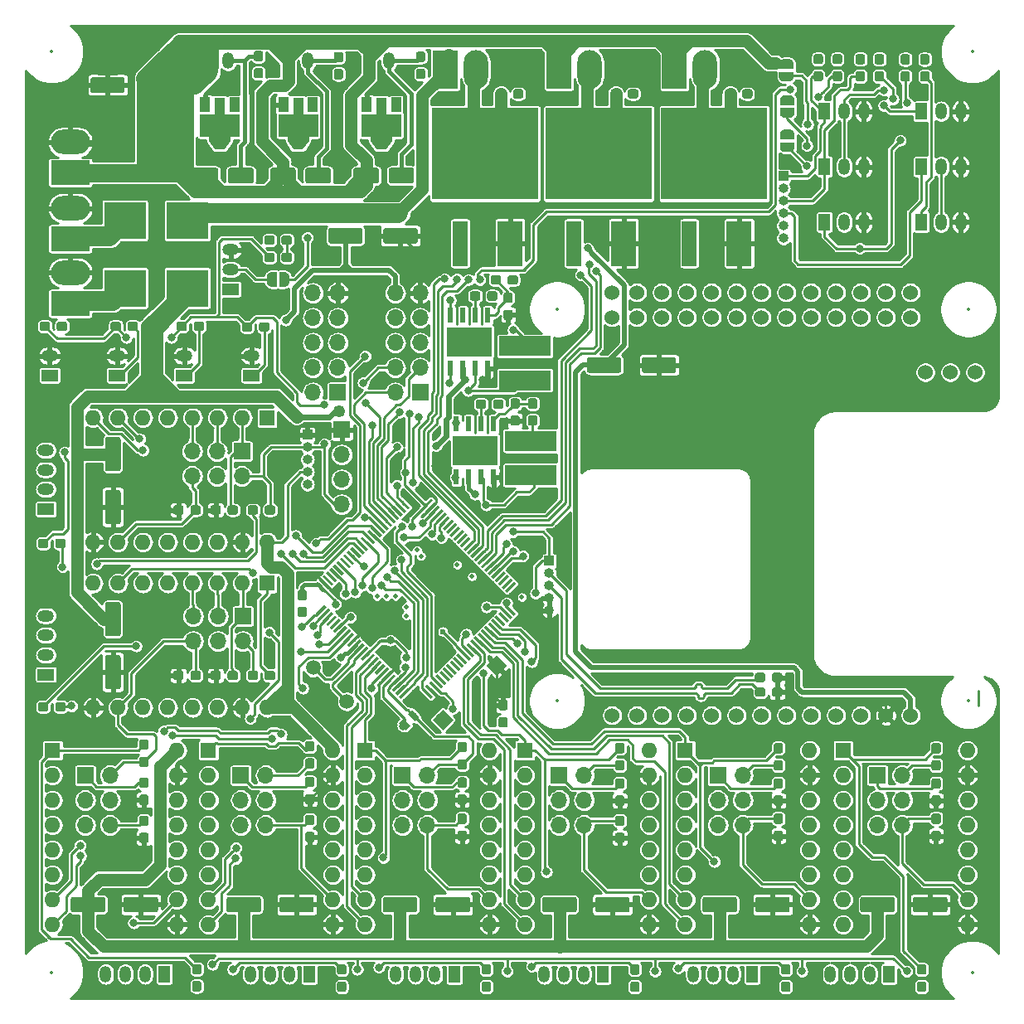
<source format=gbr>
G04 #@! TF.GenerationSoftware,KiCad,Pcbnew,5.1.2-f72e74a~84~ubuntu18.04.1*
G04 #@! TF.CreationDate,2019-05-06T19:36:47+08:00*
G04 #@! TF.ProjectId,printer-board,7072696e-7465-4722-9d62-6f6172642e6b,rev?*
G04 #@! TF.SameCoordinates,Original*
G04 #@! TF.FileFunction,Copper,L1,Top*
G04 #@! TF.FilePolarity,Positive*
%FSLAX46Y46*%
G04 Gerber Fmt 4.6, Leading zero omitted, Abs format (unit mm)*
G04 Created by KiCad (PCBNEW 5.1.2-f72e74a~84~ubuntu18.04.1) date 2019-05-06 19:36:47*
%MOMM*%
%LPD*%
G04 APERTURE LIST*
%ADD10C,0.500000*%
%ADD11C,0.150000*%
%ADD12O,1.700000X1.700000*%
%ADD13R,1.700000X1.700000*%
%ADD14O,1.699260X1.198880*%
%ADD15R,1.699260X1.198880*%
%ADD16O,1.198880X1.699260*%
%ADD17R,1.198880X1.699260*%
%ADD18C,1.524000*%
%ADD19R,10.800000X9.400000*%
%ADD20R,2.500000X4.600000*%
%ADD21R,1.500000X4.600000*%
%ADD22R,1.524000X1.524000*%
%ADD23C,1.000000*%
%ADD24R,2.200000X1.840000*%
%ADD25R,1.000000X1.500000*%
%ADD26R,1.000000X1.800000*%
%ADD27C,0.850000*%
%ADD28R,0.600000X1.550000*%
%ADD29R,1.500000X1.200000*%
%ADD30C,0.950000*%
%ADD31C,1.600000*%
%ADD32R,5.295900X1.998980*%
%ADD33O,1.000000X1.000000*%
%ADD34R,1.000000X1.000000*%
%ADD35R,1.600000X1.600000*%
%ADD36O,1.600000X1.600000*%
%ADD37C,0.300000*%
%ADD38C,0.635000*%
%ADD39C,1.500000*%
%ADD40R,2.500000X3.998980*%
%ADD41O,2.500000X3.998980*%
%ADD42O,3.998980X2.500000*%
%ADD43R,3.998980X2.500000*%
%ADD44R,4.239260X3.810000*%
%ADD45C,0.600000*%
%ADD46C,0.800000*%
%ADD47C,1.250000*%
%ADD48C,0.250000*%
%ADD49C,0.400000*%
%ADD50C,1.250000*%
%ADD51C,0.600000*%
%ADD52C,2.000000*%
%ADD53C,0.500000*%
%ADD54C,1.500000*%
%ADD55C,0.254000*%
%ADD56C,0.350000*%
G04 APERTURE END LIST*
D10*
X78100000Y-12750000D03*
D11*
G36*
X78849398Y-12750000D02*
G01*
X78849398Y-12774534D01*
X78844588Y-12823365D01*
X78835016Y-12871490D01*
X78820772Y-12918445D01*
X78801995Y-12963778D01*
X78778864Y-13007051D01*
X78751604Y-13047850D01*
X78720476Y-13085779D01*
X78685779Y-13120476D01*
X78647850Y-13151604D01*
X78607051Y-13178864D01*
X78563778Y-13201995D01*
X78518445Y-13220772D01*
X78471490Y-13235016D01*
X78423365Y-13244588D01*
X78374534Y-13249398D01*
X78350000Y-13249398D01*
X78350000Y-13250000D01*
X77850000Y-13250000D01*
X77850000Y-13249398D01*
X77825466Y-13249398D01*
X77776635Y-13244588D01*
X77728510Y-13235016D01*
X77681555Y-13220772D01*
X77636222Y-13201995D01*
X77592949Y-13178864D01*
X77552150Y-13151604D01*
X77514221Y-13120476D01*
X77479524Y-13085779D01*
X77448396Y-13047850D01*
X77421136Y-13007051D01*
X77398005Y-12963778D01*
X77379228Y-12918445D01*
X77364984Y-12871490D01*
X77355412Y-12823365D01*
X77350602Y-12774534D01*
X77350602Y-12750000D01*
X77350000Y-12750000D01*
X77350000Y-12250000D01*
X78850000Y-12250000D01*
X78850000Y-12750000D01*
X78849398Y-12750000D01*
X78849398Y-12750000D01*
G37*
D10*
X78100000Y-11450000D03*
D11*
G36*
X77350000Y-11950000D02*
G01*
X77350000Y-11450000D01*
X77350602Y-11450000D01*
X77350602Y-11425466D01*
X77355412Y-11376635D01*
X77364984Y-11328510D01*
X77379228Y-11281555D01*
X77398005Y-11236222D01*
X77421136Y-11192949D01*
X77448396Y-11152150D01*
X77479524Y-11114221D01*
X77514221Y-11079524D01*
X77552150Y-11048396D01*
X77592949Y-11021136D01*
X77636222Y-10998005D01*
X77681555Y-10979228D01*
X77728510Y-10964984D01*
X77776635Y-10955412D01*
X77825466Y-10950602D01*
X77850000Y-10950602D01*
X77850000Y-10950000D01*
X78350000Y-10950000D01*
X78350000Y-10950602D01*
X78374534Y-10950602D01*
X78423365Y-10955412D01*
X78471490Y-10964984D01*
X78518445Y-10979228D01*
X78563778Y-10998005D01*
X78607051Y-11021136D01*
X78647850Y-11048396D01*
X78685779Y-11079524D01*
X78720476Y-11114221D01*
X78751604Y-11152150D01*
X78778864Y-11192949D01*
X78801995Y-11236222D01*
X78820772Y-11281555D01*
X78835016Y-11328510D01*
X78844588Y-11376635D01*
X78849398Y-11425466D01*
X78849398Y-11450000D01*
X78850000Y-11450000D01*
X78850000Y-11950000D01*
X77350000Y-11950000D01*
X77350000Y-11950000D01*
G37*
D10*
X78100000Y-9250000D03*
D11*
G36*
X78849398Y-9250000D02*
G01*
X78849398Y-9274534D01*
X78844588Y-9323365D01*
X78835016Y-9371490D01*
X78820772Y-9418445D01*
X78801995Y-9463778D01*
X78778864Y-9507051D01*
X78751604Y-9547850D01*
X78720476Y-9585779D01*
X78685779Y-9620476D01*
X78647850Y-9651604D01*
X78607051Y-9678864D01*
X78563778Y-9701995D01*
X78518445Y-9720772D01*
X78471490Y-9735016D01*
X78423365Y-9744588D01*
X78374534Y-9749398D01*
X78350000Y-9749398D01*
X78350000Y-9750000D01*
X77850000Y-9750000D01*
X77850000Y-9749398D01*
X77825466Y-9749398D01*
X77776635Y-9744588D01*
X77728510Y-9735016D01*
X77681555Y-9720772D01*
X77636222Y-9701995D01*
X77592949Y-9678864D01*
X77552150Y-9651604D01*
X77514221Y-9620476D01*
X77479524Y-9585779D01*
X77448396Y-9547850D01*
X77421136Y-9507051D01*
X77398005Y-9463778D01*
X77379228Y-9418445D01*
X77364984Y-9371490D01*
X77355412Y-9323365D01*
X77350602Y-9274534D01*
X77350602Y-9250000D01*
X77350000Y-9250000D01*
X77350000Y-8750000D01*
X78850000Y-8750000D01*
X78850000Y-9250000D01*
X78849398Y-9250000D01*
X78849398Y-9250000D01*
G37*
D10*
X78100000Y-7950000D03*
D11*
G36*
X77350000Y-8450000D02*
G01*
X77350000Y-7950000D01*
X77350602Y-7950000D01*
X77350602Y-7925466D01*
X77355412Y-7876635D01*
X77364984Y-7828510D01*
X77379228Y-7781555D01*
X77398005Y-7736222D01*
X77421136Y-7692949D01*
X77448396Y-7652150D01*
X77479524Y-7614221D01*
X77514221Y-7579524D01*
X77552150Y-7548396D01*
X77592949Y-7521136D01*
X77636222Y-7498005D01*
X77681555Y-7479228D01*
X77728510Y-7464984D01*
X77776635Y-7455412D01*
X77825466Y-7450602D01*
X77850000Y-7450602D01*
X77850000Y-7450000D01*
X78350000Y-7450000D01*
X78350000Y-7450602D01*
X78374534Y-7450602D01*
X78423365Y-7455412D01*
X78471490Y-7464984D01*
X78518445Y-7479228D01*
X78563778Y-7498005D01*
X78607051Y-7521136D01*
X78647850Y-7548396D01*
X78685779Y-7579524D01*
X78720476Y-7614221D01*
X78751604Y-7652150D01*
X78778864Y-7692949D01*
X78801995Y-7736222D01*
X78820772Y-7781555D01*
X78835016Y-7828510D01*
X78844588Y-7876635D01*
X78849398Y-7925466D01*
X78849398Y-7950000D01*
X78850000Y-7950000D01*
X78850000Y-8450000D01*
X77350000Y-8450000D01*
X77350000Y-8450000D01*
G37*
D12*
X32600000Y-49220000D03*
X32600000Y-46680000D03*
X32600000Y-44140000D03*
D13*
X32600000Y-41600000D03*
D14*
X21250000Y-25250000D03*
X21250000Y-23248480D03*
D15*
X21250000Y-27251520D03*
D16*
X93800000Y-20400000D03*
X95801520Y-20400000D03*
D17*
X91798480Y-20400000D03*
D16*
X83900000Y-20400000D03*
X85901520Y-20400000D03*
D17*
X81898480Y-20400000D03*
D16*
X93800000Y-14750000D03*
X95801520Y-14750000D03*
D17*
X91798480Y-14750000D03*
D16*
X83900000Y-14750000D03*
X85901520Y-14750000D03*
D17*
X81898480Y-14750000D03*
D16*
X93800000Y-9100000D03*
X95801520Y-9100000D03*
D17*
X91798480Y-9100000D03*
D16*
X83900000Y-9100000D03*
X85901520Y-9100000D03*
D17*
X81898480Y-9100000D03*
D18*
X90700000Y-70760000D03*
X88160000Y-70760000D03*
X85620000Y-70760000D03*
X83080000Y-70760000D03*
X80540000Y-70760000D03*
X78000000Y-70760000D03*
X75460000Y-70760000D03*
X72920000Y-70760000D03*
X70380000Y-70760000D03*
X67840000Y-70760000D03*
X65300000Y-70760000D03*
X62760000Y-70760000D03*
X60220000Y-70760000D03*
X60220000Y-27580000D03*
X60220000Y-30120000D03*
X62760000Y-27580000D03*
X62760000Y-30120000D03*
X65300000Y-27580000D03*
X65300000Y-30120000D03*
X67840000Y-27580000D03*
X67840000Y-30120000D03*
X70380000Y-27580000D03*
X70380000Y-30120000D03*
X72920000Y-27580000D03*
X72920000Y-30120000D03*
X75460000Y-27580000D03*
X75460000Y-30120000D03*
X78000000Y-27580000D03*
X78000000Y-30120000D03*
X80540000Y-27580000D03*
X80540000Y-30120000D03*
X83080000Y-27580000D03*
X83080000Y-30120000D03*
X85620000Y-27580000D03*
X85620000Y-30120000D03*
X88160000Y-27580000D03*
X88160000Y-30120000D03*
X90700000Y-27580000D03*
X90700000Y-30120000D03*
X97280000Y-35740000D03*
X94740000Y-35740000D03*
X92200000Y-35740000D03*
D19*
X70650000Y-13425000D03*
D20*
X73190000Y-22575000D03*
D21*
X68110000Y-22575000D03*
D22*
X67475000Y-17054000D03*
X68745000Y-17054000D03*
X70015000Y-17054000D03*
X71285000Y-17054000D03*
X72555000Y-17054000D03*
X73825000Y-17054000D03*
X73825000Y-15606200D03*
X71285000Y-15606200D03*
X70015000Y-15606200D03*
X67475000Y-15606200D03*
X72555000Y-15606200D03*
X66205000Y-15606200D03*
X68745000Y-15606200D03*
X74968000Y-15606200D03*
X73825000Y-14158400D03*
X71285000Y-14158400D03*
X70015000Y-14158400D03*
X67475000Y-14158400D03*
X72555000Y-14158400D03*
X66205000Y-14158400D03*
X68745000Y-14158400D03*
X74968000Y-14158400D03*
X73825000Y-12710600D03*
X71285000Y-12710600D03*
X70015000Y-12710600D03*
X67475000Y-12710600D03*
X72555000Y-12710600D03*
X66205000Y-12710600D03*
X68745000Y-12710600D03*
X74968000Y-12710600D03*
X73825000Y-11262800D03*
X71285000Y-11262800D03*
X70015000Y-11262800D03*
X67475000Y-11262800D03*
X72555000Y-11262800D03*
X66205000Y-11262800D03*
X68745000Y-11262800D03*
X74968000Y-11262800D03*
X73825000Y-9815000D03*
X71285000Y-9815000D03*
X70015000Y-9815000D03*
X67475000Y-9815000D03*
X72555000Y-9815000D03*
X68745000Y-9815000D03*
D19*
X58850000Y-13425000D03*
D20*
X61390000Y-22575000D03*
D21*
X56310000Y-22575000D03*
D22*
X55675000Y-17054000D03*
X56945000Y-17054000D03*
X58215000Y-17054000D03*
X59485000Y-17054000D03*
X60755000Y-17054000D03*
X62025000Y-17054000D03*
X62025000Y-15606200D03*
X59485000Y-15606200D03*
X58215000Y-15606200D03*
X55675000Y-15606200D03*
X60755000Y-15606200D03*
X54405000Y-15606200D03*
X56945000Y-15606200D03*
X63168000Y-15606200D03*
X62025000Y-14158400D03*
X59485000Y-14158400D03*
X58215000Y-14158400D03*
X55675000Y-14158400D03*
X60755000Y-14158400D03*
X54405000Y-14158400D03*
X56945000Y-14158400D03*
X63168000Y-14158400D03*
X62025000Y-12710600D03*
X59485000Y-12710600D03*
X58215000Y-12710600D03*
X55675000Y-12710600D03*
X60755000Y-12710600D03*
X54405000Y-12710600D03*
X56945000Y-12710600D03*
X63168000Y-12710600D03*
X62025000Y-11262800D03*
X59485000Y-11262800D03*
X58215000Y-11262800D03*
X55675000Y-11262800D03*
X60755000Y-11262800D03*
X54405000Y-11262800D03*
X56945000Y-11262800D03*
X63168000Y-11262800D03*
X62025000Y-9815000D03*
X59485000Y-9815000D03*
X58215000Y-9815000D03*
X55675000Y-9815000D03*
X60755000Y-9815000D03*
X56945000Y-9815000D03*
D19*
X47250000Y-13425000D03*
D20*
X49790000Y-22575000D03*
D21*
X44710000Y-22575000D03*
D22*
X44075000Y-17054000D03*
X45345000Y-17054000D03*
X46615000Y-17054000D03*
X47885000Y-17054000D03*
X49155000Y-17054000D03*
X50425000Y-17054000D03*
X50425000Y-15606200D03*
X47885000Y-15606200D03*
X46615000Y-15606200D03*
X44075000Y-15606200D03*
X49155000Y-15606200D03*
X42805000Y-15606200D03*
X45345000Y-15606200D03*
X51568000Y-15606200D03*
X50425000Y-14158400D03*
X47885000Y-14158400D03*
X46615000Y-14158400D03*
X44075000Y-14158400D03*
X49155000Y-14158400D03*
X42805000Y-14158400D03*
X45345000Y-14158400D03*
X51568000Y-14158400D03*
X50425000Y-12710600D03*
X47885000Y-12710600D03*
X46615000Y-12710600D03*
X44075000Y-12710600D03*
X49155000Y-12710600D03*
X42805000Y-12710600D03*
X45345000Y-12710600D03*
X51568000Y-12710600D03*
X50425000Y-11262800D03*
X47885000Y-11262800D03*
X46615000Y-11262800D03*
X44075000Y-11262800D03*
X49155000Y-11262800D03*
X42805000Y-11262800D03*
X45345000Y-11262800D03*
X51568000Y-11262800D03*
X50425000Y-9815000D03*
X47885000Y-9815000D03*
X46615000Y-9815000D03*
X44075000Y-9815000D03*
X49155000Y-9815000D03*
X45345000Y-9815000D03*
D16*
X82500260Y-97185000D03*
X86500760Y-97185000D03*
X84499240Y-97185000D03*
D17*
X88502280Y-97185000D03*
D16*
X68520260Y-97185000D03*
X72520760Y-97185000D03*
X70519240Y-97185000D03*
D17*
X74522280Y-97185000D03*
D16*
X53290260Y-97185000D03*
X57290760Y-97185000D03*
X55289240Y-97185000D03*
D17*
X59292280Y-97185000D03*
D16*
X38110260Y-97185000D03*
X42110760Y-97185000D03*
X40109240Y-97185000D03*
D17*
X44112280Y-97185000D03*
D16*
X23280260Y-97185000D03*
X27280760Y-97185000D03*
X25279240Y-97185000D03*
D17*
X29282280Y-97185000D03*
D16*
X8500260Y-97185000D03*
X12500760Y-97185000D03*
X10499240Y-97185000D03*
D17*
X14502280Y-97185000D03*
D14*
X2400000Y-60600260D03*
X2400000Y-64600760D03*
X2400000Y-62599240D03*
D15*
X2400000Y-66602280D03*
D14*
X2400000Y-43700260D03*
X2400000Y-47700760D03*
X2400000Y-45699240D03*
D15*
X2400000Y-49702280D03*
D22*
X18880000Y-10916000D03*
X20150000Y-10916000D03*
X21420000Y-10916000D03*
X18880000Y-10154000D03*
X21420000Y-10154000D03*
X20150000Y-10154000D03*
D23*
X20150000Y-9823800D03*
D11*
G36*
X19050000Y-10323800D02*
G01*
X19750000Y-9323800D01*
X20550000Y-9323800D01*
X21250000Y-10323800D01*
X19050000Y-10323800D01*
X19050000Y-10323800D01*
G37*
D24*
X20150000Y-11233500D03*
D25*
X18650000Y-8420000D03*
D26*
X20150000Y-8566500D03*
D25*
X21650000Y-8420000D03*
D27*
X20150000Y-12567000D03*
D11*
G36*
X21250000Y-12142000D02*
G01*
X20650000Y-12992000D01*
X19650000Y-12992000D01*
X19050000Y-12142000D01*
X21250000Y-12142000D01*
X21250000Y-12142000D01*
G37*
D22*
X26880000Y-10916000D03*
X28150000Y-10916000D03*
X29420000Y-10916000D03*
X26880000Y-10154000D03*
X29420000Y-10154000D03*
X28150000Y-10154000D03*
D23*
X28150000Y-9823800D03*
D11*
G36*
X27050000Y-10323800D02*
G01*
X27750000Y-9323800D01*
X28550000Y-9323800D01*
X29250000Y-10323800D01*
X27050000Y-10323800D01*
X27050000Y-10323800D01*
G37*
D24*
X28150000Y-11233500D03*
D25*
X26650000Y-8420000D03*
D26*
X28150000Y-8566500D03*
D25*
X29650000Y-8420000D03*
D27*
X28150000Y-12567000D03*
D11*
G36*
X29250000Y-12142000D02*
G01*
X28650000Y-12992000D01*
X27650000Y-12992000D01*
X27050000Y-12142000D01*
X29250000Y-12142000D01*
X29250000Y-12142000D01*
G37*
D22*
X35380000Y-10916000D03*
X36650000Y-10916000D03*
X37920000Y-10916000D03*
X35380000Y-10154000D03*
X37920000Y-10154000D03*
X36650000Y-10154000D03*
D23*
X36650000Y-9823800D03*
D11*
G36*
X35550000Y-10323800D02*
G01*
X36250000Y-9323800D01*
X37050000Y-9323800D01*
X37750000Y-10323800D01*
X35550000Y-10323800D01*
X35550000Y-10323800D01*
G37*
D24*
X36650000Y-11233500D03*
D25*
X35150000Y-8420000D03*
D26*
X36650000Y-8566500D03*
D25*
X38150000Y-8420000D03*
D27*
X36650000Y-12567000D03*
D11*
G36*
X37750000Y-12142000D02*
G01*
X37150000Y-12992000D01*
X36150000Y-12992000D01*
X35550000Y-12142000D01*
X37750000Y-12142000D01*
X37750000Y-12142000D01*
G37*
D28*
X44315000Y-46419999D03*
X45585000Y-46419999D03*
X46855000Y-46419999D03*
X48125000Y-46419999D03*
X48125000Y-41019999D03*
X46855000Y-41019999D03*
X45585000Y-41019999D03*
X44315000Y-41019999D03*
D29*
X44696000Y-44608999D03*
X44696000Y-43719999D03*
X44696000Y-42830999D03*
X45712000Y-44608999D03*
X45712000Y-42830999D03*
X45712000Y-43719999D03*
X46728000Y-44608999D03*
X46728000Y-42830999D03*
X46728000Y-43719999D03*
X47744000Y-44608999D03*
X47744000Y-42830999D03*
X47744000Y-43719999D03*
D28*
X43715000Y-35320000D03*
X44985000Y-35320000D03*
X46255000Y-35320000D03*
X47525000Y-35320000D03*
X47525000Y-29920000D03*
X46255000Y-29920000D03*
X44985000Y-29920000D03*
X43715000Y-29920000D03*
D29*
X44096000Y-33509000D03*
X44096000Y-32620000D03*
X44096000Y-31731000D03*
X45112000Y-33509000D03*
X45112000Y-31731000D03*
X45112000Y-32620000D03*
X46128000Y-33509000D03*
X46128000Y-31731000D03*
X46128000Y-32620000D03*
X47144000Y-33509000D03*
X47144000Y-31731000D03*
X47144000Y-32620000D03*
D12*
X38060000Y-27640000D03*
X40600000Y-27640000D03*
X38060000Y-30180000D03*
X40600000Y-30180000D03*
X38060000Y-32720000D03*
X40600000Y-32720000D03*
X38060000Y-35260000D03*
X40600000Y-35260000D03*
X38060000Y-37800000D03*
D13*
X40600000Y-37800000D03*
X32200000Y-37800000D03*
D12*
X29660000Y-37800000D03*
X32200000Y-35260000D03*
X29660000Y-35260000D03*
X32200000Y-32720000D03*
X29660000Y-32720000D03*
X32200000Y-30180000D03*
X29660000Y-30180000D03*
X32200000Y-27640000D03*
X29660000Y-27640000D03*
X73540000Y-81980000D03*
X71000000Y-81980000D03*
X73540000Y-79440000D03*
X71000000Y-79440000D03*
X73540000Y-76900000D03*
D13*
X71000000Y-76900000D03*
D10*
X78000000Y-5550000D03*
D11*
G36*
X78749398Y-5550000D02*
G01*
X78749398Y-5574534D01*
X78744588Y-5623365D01*
X78735016Y-5671490D01*
X78720772Y-5718445D01*
X78701995Y-5763778D01*
X78678864Y-5807051D01*
X78651604Y-5847850D01*
X78620476Y-5885779D01*
X78585779Y-5920476D01*
X78547850Y-5951604D01*
X78507051Y-5978864D01*
X78463778Y-6001995D01*
X78418445Y-6020772D01*
X78371490Y-6035016D01*
X78323365Y-6044588D01*
X78274534Y-6049398D01*
X78250000Y-6049398D01*
X78250000Y-6050000D01*
X77750000Y-6050000D01*
X77750000Y-6049398D01*
X77725466Y-6049398D01*
X77676635Y-6044588D01*
X77628510Y-6035016D01*
X77581555Y-6020772D01*
X77536222Y-6001995D01*
X77492949Y-5978864D01*
X77452150Y-5951604D01*
X77414221Y-5920476D01*
X77379524Y-5885779D01*
X77348396Y-5847850D01*
X77321136Y-5807051D01*
X77298005Y-5763778D01*
X77279228Y-5718445D01*
X77264984Y-5671490D01*
X77255412Y-5623365D01*
X77250602Y-5574534D01*
X77250602Y-5550000D01*
X77250000Y-5550000D01*
X77250000Y-5050000D01*
X78750000Y-5050000D01*
X78750000Y-5550000D01*
X78749398Y-5550000D01*
X78749398Y-5550000D01*
G37*
D10*
X78000000Y-4250000D03*
D11*
G36*
X77250000Y-4750000D02*
G01*
X77250000Y-4250000D01*
X77250602Y-4250000D01*
X77250602Y-4225466D01*
X77255412Y-4176635D01*
X77264984Y-4128510D01*
X77279228Y-4081555D01*
X77298005Y-4036222D01*
X77321136Y-3992949D01*
X77348396Y-3952150D01*
X77379524Y-3914221D01*
X77414221Y-3879524D01*
X77452150Y-3848396D01*
X77492949Y-3821136D01*
X77536222Y-3798005D01*
X77581555Y-3779228D01*
X77628510Y-3764984D01*
X77676635Y-3755412D01*
X77725466Y-3750602D01*
X77750000Y-3750602D01*
X77750000Y-3750000D01*
X78250000Y-3750000D01*
X78250000Y-3750602D01*
X78274534Y-3750602D01*
X78323365Y-3755412D01*
X78371490Y-3764984D01*
X78418445Y-3779228D01*
X78463778Y-3798005D01*
X78507051Y-3821136D01*
X78547850Y-3848396D01*
X78585779Y-3879524D01*
X78620476Y-3914221D01*
X78651604Y-3952150D01*
X78678864Y-3992949D01*
X78701995Y-4036222D01*
X78720772Y-4081555D01*
X78735016Y-4128510D01*
X78744588Y-4176635D01*
X78749398Y-4225466D01*
X78749398Y-4250000D01*
X78750000Y-4250000D01*
X78750000Y-4750000D01*
X77250000Y-4750000D01*
X77250000Y-4750000D01*
G37*
D10*
X25450000Y-26250000D03*
D11*
G36*
X25450000Y-26999398D02*
G01*
X25425466Y-26999398D01*
X25376635Y-26994588D01*
X25328510Y-26985016D01*
X25281555Y-26970772D01*
X25236222Y-26951995D01*
X25192949Y-26928864D01*
X25152150Y-26901604D01*
X25114221Y-26870476D01*
X25079524Y-26835779D01*
X25048396Y-26797850D01*
X25021136Y-26757051D01*
X24998005Y-26713778D01*
X24979228Y-26668445D01*
X24964984Y-26621490D01*
X24955412Y-26573365D01*
X24950602Y-26524534D01*
X24950602Y-26500000D01*
X24950000Y-26500000D01*
X24950000Y-26000000D01*
X24950602Y-26000000D01*
X24950602Y-25975466D01*
X24955412Y-25926635D01*
X24964984Y-25878510D01*
X24979228Y-25831555D01*
X24998005Y-25786222D01*
X25021136Y-25742949D01*
X25048396Y-25702150D01*
X25079524Y-25664221D01*
X25114221Y-25629524D01*
X25152150Y-25598396D01*
X25192949Y-25571136D01*
X25236222Y-25548005D01*
X25281555Y-25529228D01*
X25328510Y-25514984D01*
X25376635Y-25505412D01*
X25425466Y-25500602D01*
X25450000Y-25500602D01*
X25450000Y-25500000D01*
X25950000Y-25500000D01*
X25950000Y-27000000D01*
X25450000Y-27000000D01*
X25450000Y-26999398D01*
X25450000Y-26999398D01*
G37*
D10*
X26750000Y-26250000D03*
D11*
G36*
X26250000Y-25500000D02*
G01*
X26750000Y-25500000D01*
X26750000Y-25500602D01*
X26774534Y-25500602D01*
X26823365Y-25505412D01*
X26871490Y-25514984D01*
X26918445Y-25529228D01*
X26963778Y-25548005D01*
X27007051Y-25571136D01*
X27047850Y-25598396D01*
X27085779Y-25629524D01*
X27120476Y-25664221D01*
X27151604Y-25702150D01*
X27178864Y-25742949D01*
X27201995Y-25786222D01*
X27220772Y-25831555D01*
X27235016Y-25878510D01*
X27244588Y-25926635D01*
X27249398Y-25975466D01*
X27249398Y-26000000D01*
X27250000Y-26000000D01*
X27250000Y-26500000D01*
X27249398Y-26500000D01*
X27249398Y-26524534D01*
X27244588Y-26573365D01*
X27235016Y-26621490D01*
X27220772Y-26668445D01*
X27201995Y-26713778D01*
X27178864Y-26757051D01*
X27151604Y-26797850D01*
X27120476Y-26835779D01*
X27085779Y-26870476D01*
X27047850Y-26901604D01*
X27007051Y-26928864D01*
X26963778Y-26951995D01*
X26918445Y-26970772D01*
X26871490Y-26985016D01*
X26823365Y-26994588D01*
X26774534Y-26999398D01*
X26750000Y-26999398D01*
X26750000Y-27000000D01*
X26250000Y-27000000D01*
X26250000Y-25500000D01*
X26250000Y-25500000D01*
G37*
G36*
X27285779Y-23526144D02*
G01*
X27308834Y-23529563D01*
X27331443Y-23535227D01*
X27353387Y-23543079D01*
X27374457Y-23553044D01*
X27394448Y-23565026D01*
X27413168Y-23578910D01*
X27430438Y-23594562D01*
X27446090Y-23611832D01*
X27459974Y-23630552D01*
X27471956Y-23650543D01*
X27481921Y-23671613D01*
X27489773Y-23693557D01*
X27495437Y-23716166D01*
X27498856Y-23739221D01*
X27500000Y-23762500D01*
X27500000Y-24237500D01*
X27498856Y-24260779D01*
X27495437Y-24283834D01*
X27489773Y-24306443D01*
X27481921Y-24328387D01*
X27471956Y-24349457D01*
X27459974Y-24369448D01*
X27446090Y-24388168D01*
X27430438Y-24405438D01*
X27413168Y-24421090D01*
X27394448Y-24434974D01*
X27374457Y-24446956D01*
X27353387Y-24456921D01*
X27331443Y-24464773D01*
X27308834Y-24470437D01*
X27285779Y-24473856D01*
X27262500Y-24475000D01*
X26687500Y-24475000D01*
X26664221Y-24473856D01*
X26641166Y-24470437D01*
X26618557Y-24464773D01*
X26596613Y-24456921D01*
X26575543Y-24446956D01*
X26555552Y-24434974D01*
X26536832Y-24421090D01*
X26519562Y-24405438D01*
X26503910Y-24388168D01*
X26490026Y-24369448D01*
X26478044Y-24349457D01*
X26468079Y-24328387D01*
X26460227Y-24306443D01*
X26454563Y-24283834D01*
X26451144Y-24260779D01*
X26450000Y-24237500D01*
X26450000Y-23762500D01*
X26451144Y-23739221D01*
X26454563Y-23716166D01*
X26460227Y-23693557D01*
X26468079Y-23671613D01*
X26478044Y-23650543D01*
X26490026Y-23630552D01*
X26503910Y-23611832D01*
X26519562Y-23594562D01*
X26536832Y-23578910D01*
X26555552Y-23565026D01*
X26575543Y-23553044D01*
X26596613Y-23543079D01*
X26618557Y-23535227D01*
X26641166Y-23529563D01*
X26664221Y-23526144D01*
X26687500Y-23525000D01*
X27262500Y-23525000D01*
X27285779Y-23526144D01*
X27285779Y-23526144D01*
G37*
D30*
X26975000Y-24000000D03*
D11*
G36*
X25535779Y-23526144D02*
G01*
X25558834Y-23529563D01*
X25581443Y-23535227D01*
X25603387Y-23543079D01*
X25624457Y-23553044D01*
X25644448Y-23565026D01*
X25663168Y-23578910D01*
X25680438Y-23594562D01*
X25696090Y-23611832D01*
X25709974Y-23630552D01*
X25721956Y-23650543D01*
X25731921Y-23671613D01*
X25739773Y-23693557D01*
X25745437Y-23716166D01*
X25748856Y-23739221D01*
X25750000Y-23762500D01*
X25750000Y-24237500D01*
X25748856Y-24260779D01*
X25745437Y-24283834D01*
X25739773Y-24306443D01*
X25731921Y-24328387D01*
X25721956Y-24349457D01*
X25709974Y-24369448D01*
X25696090Y-24388168D01*
X25680438Y-24405438D01*
X25663168Y-24421090D01*
X25644448Y-24434974D01*
X25624457Y-24446956D01*
X25603387Y-24456921D01*
X25581443Y-24464773D01*
X25558834Y-24470437D01*
X25535779Y-24473856D01*
X25512500Y-24475000D01*
X24937500Y-24475000D01*
X24914221Y-24473856D01*
X24891166Y-24470437D01*
X24868557Y-24464773D01*
X24846613Y-24456921D01*
X24825543Y-24446956D01*
X24805552Y-24434974D01*
X24786832Y-24421090D01*
X24769562Y-24405438D01*
X24753910Y-24388168D01*
X24740026Y-24369448D01*
X24728044Y-24349457D01*
X24718079Y-24328387D01*
X24710227Y-24306443D01*
X24704563Y-24283834D01*
X24701144Y-24260779D01*
X24700000Y-24237500D01*
X24700000Y-23762500D01*
X24701144Y-23739221D01*
X24704563Y-23716166D01*
X24710227Y-23693557D01*
X24718079Y-23671613D01*
X24728044Y-23650543D01*
X24740026Y-23630552D01*
X24753910Y-23611832D01*
X24769562Y-23594562D01*
X24786832Y-23578910D01*
X24805552Y-23565026D01*
X24825543Y-23553044D01*
X24846613Y-23543079D01*
X24868557Y-23535227D01*
X24891166Y-23529563D01*
X24914221Y-23526144D01*
X24937500Y-23525000D01*
X25512500Y-23525000D01*
X25535779Y-23526144D01*
X25535779Y-23526144D01*
G37*
D30*
X25225000Y-24000000D03*
D11*
G36*
X27285779Y-21776144D02*
G01*
X27308834Y-21779563D01*
X27331443Y-21785227D01*
X27353387Y-21793079D01*
X27374457Y-21803044D01*
X27394448Y-21815026D01*
X27413168Y-21828910D01*
X27430438Y-21844562D01*
X27446090Y-21861832D01*
X27459974Y-21880552D01*
X27471956Y-21900543D01*
X27481921Y-21921613D01*
X27489773Y-21943557D01*
X27495437Y-21966166D01*
X27498856Y-21989221D01*
X27500000Y-22012500D01*
X27500000Y-22487500D01*
X27498856Y-22510779D01*
X27495437Y-22533834D01*
X27489773Y-22556443D01*
X27481921Y-22578387D01*
X27471956Y-22599457D01*
X27459974Y-22619448D01*
X27446090Y-22638168D01*
X27430438Y-22655438D01*
X27413168Y-22671090D01*
X27394448Y-22684974D01*
X27374457Y-22696956D01*
X27353387Y-22706921D01*
X27331443Y-22714773D01*
X27308834Y-22720437D01*
X27285779Y-22723856D01*
X27262500Y-22725000D01*
X26687500Y-22725000D01*
X26664221Y-22723856D01*
X26641166Y-22720437D01*
X26618557Y-22714773D01*
X26596613Y-22706921D01*
X26575543Y-22696956D01*
X26555552Y-22684974D01*
X26536832Y-22671090D01*
X26519562Y-22655438D01*
X26503910Y-22638168D01*
X26490026Y-22619448D01*
X26478044Y-22599457D01*
X26468079Y-22578387D01*
X26460227Y-22556443D01*
X26454563Y-22533834D01*
X26451144Y-22510779D01*
X26450000Y-22487500D01*
X26450000Y-22012500D01*
X26451144Y-21989221D01*
X26454563Y-21966166D01*
X26460227Y-21943557D01*
X26468079Y-21921613D01*
X26478044Y-21900543D01*
X26490026Y-21880552D01*
X26503910Y-21861832D01*
X26519562Y-21844562D01*
X26536832Y-21828910D01*
X26555552Y-21815026D01*
X26575543Y-21803044D01*
X26596613Y-21793079D01*
X26618557Y-21785227D01*
X26641166Y-21779563D01*
X26664221Y-21776144D01*
X26687500Y-21775000D01*
X27262500Y-21775000D01*
X27285779Y-21776144D01*
X27285779Y-21776144D01*
G37*
D30*
X26975000Y-22250000D03*
D11*
G36*
X25535779Y-21776144D02*
G01*
X25558834Y-21779563D01*
X25581443Y-21785227D01*
X25603387Y-21793079D01*
X25624457Y-21803044D01*
X25644448Y-21815026D01*
X25663168Y-21828910D01*
X25680438Y-21844562D01*
X25696090Y-21861832D01*
X25709974Y-21880552D01*
X25721956Y-21900543D01*
X25731921Y-21921613D01*
X25739773Y-21943557D01*
X25745437Y-21966166D01*
X25748856Y-21989221D01*
X25750000Y-22012500D01*
X25750000Y-22487500D01*
X25748856Y-22510779D01*
X25745437Y-22533834D01*
X25739773Y-22556443D01*
X25731921Y-22578387D01*
X25721956Y-22599457D01*
X25709974Y-22619448D01*
X25696090Y-22638168D01*
X25680438Y-22655438D01*
X25663168Y-22671090D01*
X25644448Y-22684974D01*
X25624457Y-22696956D01*
X25603387Y-22706921D01*
X25581443Y-22714773D01*
X25558834Y-22720437D01*
X25535779Y-22723856D01*
X25512500Y-22725000D01*
X24937500Y-22725000D01*
X24914221Y-22723856D01*
X24891166Y-22720437D01*
X24868557Y-22714773D01*
X24846613Y-22706921D01*
X24825543Y-22696956D01*
X24805552Y-22684974D01*
X24786832Y-22671090D01*
X24769562Y-22655438D01*
X24753910Y-22638168D01*
X24740026Y-22619448D01*
X24728044Y-22599457D01*
X24718079Y-22578387D01*
X24710227Y-22556443D01*
X24704563Y-22533834D01*
X24701144Y-22510779D01*
X24700000Y-22487500D01*
X24700000Y-22012500D01*
X24701144Y-21989221D01*
X24704563Y-21966166D01*
X24710227Y-21943557D01*
X24718079Y-21921613D01*
X24728044Y-21900543D01*
X24740026Y-21880552D01*
X24753910Y-21861832D01*
X24769562Y-21844562D01*
X24786832Y-21828910D01*
X24805552Y-21815026D01*
X24825543Y-21803044D01*
X24846613Y-21793079D01*
X24868557Y-21785227D01*
X24891166Y-21779563D01*
X24914221Y-21776144D01*
X24937500Y-21775000D01*
X25512500Y-21775000D01*
X25535779Y-21776144D01*
X25535779Y-21776144D01*
G37*
D30*
X25225000Y-22250000D03*
D11*
G36*
X66524504Y-34201204D02*
G01*
X66548773Y-34204804D01*
X66572571Y-34210765D01*
X66595671Y-34219030D01*
X66617849Y-34229520D01*
X66638893Y-34242133D01*
X66658598Y-34256747D01*
X66676777Y-34273223D01*
X66693253Y-34291402D01*
X66707867Y-34311107D01*
X66720480Y-34332151D01*
X66730970Y-34354329D01*
X66739235Y-34377429D01*
X66745196Y-34401227D01*
X66748796Y-34425496D01*
X66750000Y-34450000D01*
X66750000Y-35550000D01*
X66748796Y-35574504D01*
X66745196Y-35598773D01*
X66739235Y-35622571D01*
X66730970Y-35645671D01*
X66720480Y-35667849D01*
X66707867Y-35688893D01*
X66693253Y-35708598D01*
X66676777Y-35726777D01*
X66658598Y-35743253D01*
X66638893Y-35757867D01*
X66617849Y-35770480D01*
X66595671Y-35780970D01*
X66572571Y-35789235D01*
X66548773Y-35795196D01*
X66524504Y-35798796D01*
X66500000Y-35800000D01*
X63500000Y-35800000D01*
X63475496Y-35798796D01*
X63451227Y-35795196D01*
X63427429Y-35789235D01*
X63404329Y-35780970D01*
X63382151Y-35770480D01*
X63361107Y-35757867D01*
X63341402Y-35743253D01*
X63323223Y-35726777D01*
X63306747Y-35708598D01*
X63292133Y-35688893D01*
X63279520Y-35667849D01*
X63269030Y-35645671D01*
X63260765Y-35622571D01*
X63254804Y-35598773D01*
X63251204Y-35574504D01*
X63250000Y-35550000D01*
X63250000Y-34450000D01*
X63251204Y-34425496D01*
X63254804Y-34401227D01*
X63260765Y-34377429D01*
X63269030Y-34354329D01*
X63279520Y-34332151D01*
X63292133Y-34311107D01*
X63306747Y-34291402D01*
X63323223Y-34273223D01*
X63341402Y-34256747D01*
X63361107Y-34242133D01*
X63382151Y-34229520D01*
X63404329Y-34219030D01*
X63427429Y-34210765D01*
X63451227Y-34204804D01*
X63475496Y-34201204D01*
X63500000Y-34200000D01*
X66500000Y-34200000D01*
X66524504Y-34201204D01*
X66524504Y-34201204D01*
G37*
D31*
X65000000Y-35000000D03*
D11*
G36*
X60924504Y-34201204D02*
G01*
X60948773Y-34204804D01*
X60972571Y-34210765D01*
X60995671Y-34219030D01*
X61017849Y-34229520D01*
X61038893Y-34242133D01*
X61058598Y-34256747D01*
X61076777Y-34273223D01*
X61093253Y-34291402D01*
X61107867Y-34311107D01*
X61120480Y-34332151D01*
X61130970Y-34354329D01*
X61139235Y-34377429D01*
X61145196Y-34401227D01*
X61148796Y-34425496D01*
X61150000Y-34450000D01*
X61150000Y-35550000D01*
X61148796Y-35574504D01*
X61145196Y-35598773D01*
X61139235Y-35622571D01*
X61130970Y-35645671D01*
X61120480Y-35667849D01*
X61107867Y-35688893D01*
X61093253Y-35708598D01*
X61076777Y-35726777D01*
X61058598Y-35743253D01*
X61038893Y-35757867D01*
X61017849Y-35770480D01*
X60995671Y-35780970D01*
X60972571Y-35789235D01*
X60948773Y-35795196D01*
X60924504Y-35798796D01*
X60900000Y-35800000D01*
X57900000Y-35800000D01*
X57875496Y-35798796D01*
X57851227Y-35795196D01*
X57827429Y-35789235D01*
X57804329Y-35780970D01*
X57782151Y-35770480D01*
X57761107Y-35757867D01*
X57741402Y-35743253D01*
X57723223Y-35726777D01*
X57706747Y-35708598D01*
X57692133Y-35688893D01*
X57679520Y-35667849D01*
X57669030Y-35645671D01*
X57660765Y-35622571D01*
X57654804Y-35598773D01*
X57651204Y-35574504D01*
X57650000Y-35550000D01*
X57650000Y-34450000D01*
X57651204Y-34425496D01*
X57654804Y-34401227D01*
X57660765Y-34377429D01*
X57669030Y-34354329D01*
X57679520Y-34332151D01*
X57692133Y-34311107D01*
X57706747Y-34291402D01*
X57723223Y-34273223D01*
X57741402Y-34256747D01*
X57761107Y-34242133D01*
X57782151Y-34229520D01*
X57804329Y-34219030D01*
X57827429Y-34210765D01*
X57851227Y-34204804D01*
X57875496Y-34201204D01*
X57900000Y-34200000D01*
X60900000Y-34200000D01*
X60924504Y-34201204D01*
X60924504Y-34201204D01*
G37*
D31*
X59400000Y-35000000D03*
D11*
G36*
X52360779Y-38401144D02*
G01*
X52383834Y-38404563D01*
X52406443Y-38410227D01*
X52428387Y-38418079D01*
X52449457Y-38428044D01*
X52469448Y-38440026D01*
X52488168Y-38453910D01*
X52505438Y-38469562D01*
X52521090Y-38486832D01*
X52534974Y-38505552D01*
X52546956Y-38525543D01*
X52556921Y-38546613D01*
X52564773Y-38568557D01*
X52570437Y-38591166D01*
X52573856Y-38614221D01*
X52575000Y-38637500D01*
X52575000Y-39212500D01*
X52573856Y-39235779D01*
X52570437Y-39258834D01*
X52564773Y-39281443D01*
X52556921Y-39303387D01*
X52546956Y-39324457D01*
X52534974Y-39344448D01*
X52521090Y-39363168D01*
X52505438Y-39380438D01*
X52488168Y-39396090D01*
X52469448Y-39409974D01*
X52449457Y-39421956D01*
X52428387Y-39431921D01*
X52406443Y-39439773D01*
X52383834Y-39445437D01*
X52360779Y-39448856D01*
X52337500Y-39450000D01*
X51862500Y-39450000D01*
X51839221Y-39448856D01*
X51816166Y-39445437D01*
X51793557Y-39439773D01*
X51771613Y-39431921D01*
X51750543Y-39421956D01*
X51730552Y-39409974D01*
X51711832Y-39396090D01*
X51694562Y-39380438D01*
X51678910Y-39363168D01*
X51665026Y-39344448D01*
X51653044Y-39324457D01*
X51643079Y-39303387D01*
X51635227Y-39281443D01*
X51629563Y-39258834D01*
X51626144Y-39235779D01*
X51625000Y-39212500D01*
X51625000Y-38637500D01*
X51626144Y-38614221D01*
X51629563Y-38591166D01*
X51635227Y-38568557D01*
X51643079Y-38546613D01*
X51653044Y-38525543D01*
X51665026Y-38505552D01*
X51678910Y-38486832D01*
X51694562Y-38469562D01*
X51711832Y-38453910D01*
X51730552Y-38440026D01*
X51750543Y-38428044D01*
X51771613Y-38418079D01*
X51793557Y-38410227D01*
X51816166Y-38404563D01*
X51839221Y-38401144D01*
X51862500Y-38400000D01*
X52337500Y-38400000D01*
X52360779Y-38401144D01*
X52360779Y-38401144D01*
G37*
D30*
X52100000Y-38925000D03*
D11*
G36*
X52360779Y-40151144D02*
G01*
X52383834Y-40154563D01*
X52406443Y-40160227D01*
X52428387Y-40168079D01*
X52449457Y-40178044D01*
X52469448Y-40190026D01*
X52488168Y-40203910D01*
X52505438Y-40219562D01*
X52521090Y-40236832D01*
X52534974Y-40255552D01*
X52546956Y-40275543D01*
X52556921Y-40296613D01*
X52564773Y-40318557D01*
X52570437Y-40341166D01*
X52573856Y-40364221D01*
X52575000Y-40387500D01*
X52575000Y-40962500D01*
X52573856Y-40985779D01*
X52570437Y-41008834D01*
X52564773Y-41031443D01*
X52556921Y-41053387D01*
X52546956Y-41074457D01*
X52534974Y-41094448D01*
X52521090Y-41113168D01*
X52505438Y-41130438D01*
X52488168Y-41146090D01*
X52469448Y-41159974D01*
X52449457Y-41171956D01*
X52428387Y-41181921D01*
X52406443Y-41189773D01*
X52383834Y-41195437D01*
X52360779Y-41198856D01*
X52337500Y-41200000D01*
X51862500Y-41200000D01*
X51839221Y-41198856D01*
X51816166Y-41195437D01*
X51793557Y-41189773D01*
X51771613Y-41181921D01*
X51750543Y-41171956D01*
X51730552Y-41159974D01*
X51711832Y-41146090D01*
X51694562Y-41130438D01*
X51678910Y-41113168D01*
X51665026Y-41094448D01*
X51653044Y-41074457D01*
X51643079Y-41053387D01*
X51635227Y-41031443D01*
X51629563Y-41008834D01*
X51626144Y-40985779D01*
X51625000Y-40962500D01*
X51625000Y-40387500D01*
X51626144Y-40364221D01*
X51629563Y-40341166D01*
X51635227Y-40318557D01*
X51643079Y-40296613D01*
X51653044Y-40275543D01*
X51665026Y-40255552D01*
X51678910Y-40236832D01*
X51694562Y-40219562D01*
X51711832Y-40203910D01*
X51730552Y-40190026D01*
X51750543Y-40178044D01*
X51771613Y-40168079D01*
X51793557Y-40160227D01*
X51816166Y-40154563D01*
X51839221Y-40151144D01*
X51862500Y-40150000D01*
X52337500Y-40150000D01*
X52360779Y-40151144D01*
X52360779Y-40151144D01*
G37*
D30*
X52100000Y-40675000D03*
D11*
G36*
X50560779Y-40151144D02*
G01*
X50583834Y-40154563D01*
X50606443Y-40160227D01*
X50628387Y-40168079D01*
X50649457Y-40178044D01*
X50669448Y-40190026D01*
X50688168Y-40203910D01*
X50705438Y-40219562D01*
X50721090Y-40236832D01*
X50734974Y-40255552D01*
X50746956Y-40275543D01*
X50756921Y-40296613D01*
X50764773Y-40318557D01*
X50770437Y-40341166D01*
X50773856Y-40364221D01*
X50775000Y-40387500D01*
X50775000Y-40962500D01*
X50773856Y-40985779D01*
X50770437Y-41008834D01*
X50764773Y-41031443D01*
X50756921Y-41053387D01*
X50746956Y-41074457D01*
X50734974Y-41094448D01*
X50721090Y-41113168D01*
X50705438Y-41130438D01*
X50688168Y-41146090D01*
X50669448Y-41159974D01*
X50649457Y-41171956D01*
X50628387Y-41181921D01*
X50606443Y-41189773D01*
X50583834Y-41195437D01*
X50560779Y-41198856D01*
X50537500Y-41200000D01*
X50062500Y-41200000D01*
X50039221Y-41198856D01*
X50016166Y-41195437D01*
X49993557Y-41189773D01*
X49971613Y-41181921D01*
X49950543Y-41171956D01*
X49930552Y-41159974D01*
X49911832Y-41146090D01*
X49894562Y-41130438D01*
X49878910Y-41113168D01*
X49865026Y-41094448D01*
X49853044Y-41074457D01*
X49843079Y-41053387D01*
X49835227Y-41031443D01*
X49829563Y-41008834D01*
X49826144Y-40985779D01*
X49825000Y-40962500D01*
X49825000Y-40387500D01*
X49826144Y-40364221D01*
X49829563Y-40341166D01*
X49835227Y-40318557D01*
X49843079Y-40296613D01*
X49853044Y-40275543D01*
X49865026Y-40255552D01*
X49878910Y-40236832D01*
X49894562Y-40219562D01*
X49911832Y-40203910D01*
X49930552Y-40190026D01*
X49950543Y-40178044D01*
X49971613Y-40168079D01*
X49993557Y-40160227D01*
X50016166Y-40154563D01*
X50039221Y-40151144D01*
X50062500Y-40150000D01*
X50537500Y-40150000D01*
X50560779Y-40151144D01*
X50560779Y-40151144D01*
G37*
D30*
X50300000Y-40675000D03*
D11*
G36*
X50560779Y-38401144D02*
G01*
X50583834Y-38404563D01*
X50606443Y-38410227D01*
X50628387Y-38418079D01*
X50649457Y-38428044D01*
X50669448Y-38440026D01*
X50688168Y-38453910D01*
X50705438Y-38469562D01*
X50721090Y-38486832D01*
X50734974Y-38505552D01*
X50746956Y-38525543D01*
X50756921Y-38546613D01*
X50764773Y-38568557D01*
X50770437Y-38591166D01*
X50773856Y-38614221D01*
X50775000Y-38637500D01*
X50775000Y-39212500D01*
X50773856Y-39235779D01*
X50770437Y-39258834D01*
X50764773Y-39281443D01*
X50756921Y-39303387D01*
X50746956Y-39324457D01*
X50734974Y-39344448D01*
X50721090Y-39363168D01*
X50705438Y-39380438D01*
X50688168Y-39396090D01*
X50669448Y-39409974D01*
X50649457Y-39421956D01*
X50628387Y-39431921D01*
X50606443Y-39439773D01*
X50583834Y-39445437D01*
X50560779Y-39448856D01*
X50537500Y-39450000D01*
X50062500Y-39450000D01*
X50039221Y-39448856D01*
X50016166Y-39445437D01*
X49993557Y-39439773D01*
X49971613Y-39431921D01*
X49950543Y-39421956D01*
X49930552Y-39409974D01*
X49911832Y-39396090D01*
X49894562Y-39380438D01*
X49878910Y-39363168D01*
X49865026Y-39344448D01*
X49853044Y-39324457D01*
X49843079Y-39303387D01*
X49835227Y-39281443D01*
X49829563Y-39258834D01*
X49826144Y-39235779D01*
X49825000Y-39212500D01*
X49825000Y-38637500D01*
X49826144Y-38614221D01*
X49829563Y-38591166D01*
X49835227Y-38568557D01*
X49843079Y-38546613D01*
X49853044Y-38525543D01*
X49865026Y-38505552D01*
X49878910Y-38486832D01*
X49894562Y-38469562D01*
X49911832Y-38453910D01*
X49930552Y-38440026D01*
X49950543Y-38428044D01*
X49971613Y-38418079D01*
X49993557Y-38410227D01*
X50016166Y-38404563D01*
X50039221Y-38401144D01*
X50062500Y-38400000D01*
X50537500Y-38400000D01*
X50560779Y-38401144D01*
X50560779Y-38401144D01*
G37*
D30*
X50300000Y-38925000D03*
D32*
X51900000Y-46247520D03*
X51900000Y-42752480D03*
D11*
G36*
X48885779Y-38526143D02*
G01*
X48908834Y-38529562D01*
X48931443Y-38535226D01*
X48953387Y-38543078D01*
X48974457Y-38553043D01*
X48994448Y-38565025D01*
X49013168Y-38578909D01*
X49030438Y-38594561D01*
X49046090Y-38611831D01*
X49059974Y-38630551D01*
X49071956Y-38650542D01*
X49081921Y-38671612D01*
X49089773Y-38693556D01*
X49095437Y-38716165D01*
X49098856Y-38739220D01*
X49100000Y-38762499D01*
X49100000Y-39237499D01*
X49098856Y-39260778D01*
X49095437Y-39283833D01*
X49089773Y-39306442D01*
X49081921Y-39328386D01*
X49071956Y-39349456D01*
X49059974Y-39369447D01*
X49046090Y-39388167D01*
X49030438Y-39405437D01*
X49013168Y-39421089D01*
X48994448Y-39434973D01*
X48974457Y-39446955D01*
X48953387Y-39456920D01*
X48931443Y-39464772D01*
X48908834Y-39470436D01*
X48885779Y-39473855D01*
X48862500Y-39474999D01*
X48287500Y-39474999D01*
X48264221Y-39473855D01*
X48241166Y-39470436D01*
X48218557Y-39464772D01*
X48196613Y-39456920D01*
X48175543Y-39446955D01*
X48155552Y-39434973D01*
X48136832Y-39421089D01*
X48119562Y-39405437D01*
X48103910Y-39388167D01*
X48090026Y-39369447D01*
X48078044Y-39349456D01*
X48068079Y-39328386D01*
X48060227Y-39306442D01*
X48054563Y-39283833D01*
X48051144Y-39260778D01*
X48050000Y-39237499D01*
X48050000Y-38762499D01*
X48051144Y-38739220D01*
X48054563Y-38716165D01*
X48060227Y-38693556D01*
X48068079Y-38671612D01*
X48078044Y-38650542D01*
X48090026Y-38630551D01*
X48103910Y-38611831D01*
X48119562Y-38594561D01*
X48136832Y-38578909D01*
X48155552Y-38565025D01*
X48175543Y-38553043D01*
X48196613Y-38543078D01*
X48218557Y-38535226D01*
X48241166Y-38529562D01*
X48264221Y-38526143D01*
X48287500Y-38524999D01*
X48862500Y-38524999D01*
X48885779Y-38526143D01*
X48885779Y-38526143D01*
G37*
D30*
X48575000Y-38999999D03*
D11*
G36*
X47135779Y-38526143D02*
G01*
X47158834Y-38529562D01*
X47181443Y-38535226D01*
X47203387Y-38543078D01*
X47224457Y-38553043D01*
X47244448Y-38565025D01*
X47263168Y-38578909D01*
X47280438Y-38594561D01*
X47296090Y-38611831D01*
X47309974Y-38630551D01*
X47321956Y-38650542D01*
X47331921Y-38671612D01*
X47339773Y-38693556D01*
X47345437Y-38716165D01*
X47348856Y-38739220D01*
X47350000Y-38762499D01*
X47350000Y-39237499D01*
X47348856Y-39260778D01*
X47345437Y-39283833D01*
X47339773Y-39306442D01*
X47331921Y-39328386D01*
X47321956Y-39349456D01*
X47309974Y-39369447D01*
X47296090Y-39388167D01*
X47280438Y-39405437D01*
X47263168Y-39421089D01*
X47244448Y-39434973D01*
X47224457Y-39446955D01*
X47203387Y-39456920D01*
X47181443Y-39464772D01*
X47158834Y-39470436D01*
X47135779Y-39473855D01*
X47112500Y-39474999D01*
X46537500Y-39474999D01*
X46514221Y-39473855D01*
X46491166Y-39470436D01*
X46468557Y-39464772D01*
X46446613Y-39456920D01*
X46425543Y-39446955D01*
X46405552Y-39434973D01*
X46386832Y-39421089D01*
X46369562Y-39405437D01*
X46353910Y-39388167D01*
X46340026Y-39369447D01*
X46328044Y-39349456D01*
X46318079Y-39328386D01*
X46310227Y-39306442D01*
X46304563Y-39283833D01*
X46301144Y-39260778D01*
X46300000Y-39237499D01*
X46300000Y-38762499D01*
X46301144Y-38739220D01*
X46304563Y-38716165D01*
X46310227Y-38693556D01*
X46318079Y-38671612D01*
X46328044Y-38650542D01*
X46340026Y-38630551D01*
X46353910Y-38611831D01*
X46369562Y-38594561D01*
X46386832Y-38578909D01*
X46405552Y-38565025D01*
X46425543Y-38553043D01*
X46446613Y-38543078D01*
X46468557Y-38535226D01*
X46491166Y-38529562D01*
X46514221Y-38526143D01*
X46537500Y-38524999D01*
X47112500Y-38524999D01*
X47135779Y-38526143D01*
X47135779Y-38526143D01*
G37*
D30*
X46825000Y-38999999D03*
D11*
G36*
X48635779Y-25826144D02*
G01*
X48658834Y-25829563D01*
X48681443Y-25835227D01*
X48703387Y-25843079D01*
X48724457Y-25853044D01*
X48744448Y-25865026D01*
X48763168Y-25878910D01*
X48780438Y-25894562D01*
X48796090Y-25911832D01*
X48809974Y-25930552D01*
X48821956Y-25950543D01*
X48831921Y-25971613D01*
X48839773Y-25993557D01*
X48845437Y-26016166D01*
X48848856Y-26039221D01*
X48850000Y-26062500D01*
X48850000Y-26537500D01*
X48848856Y-26560779D01*
X48845437Y-26583834D01*
X48839773Y-26606443D01*
X48831921Y-26628387D01*
X48821956Y-26649457D01*
X48809974Y-26669448D01*
X48796090Y-26688168D01*
X48780438Y-26705438D01*
X48763168Y-26721090D01*
X48744448Y-26734974D01*
X48724457Y-26746956D01*
X48703387Y-26756921D01*
X48681443Y-26764773D01*
X48658834Y-26770437D01*
X48635779Y-26773856D01*
X48612500Y-26775000D01*
X48037500Y-26775000D01*
X48014221Y-26773856D01*
X47991166Y-26770437D01*
X47968557Y-26764773D01*
X47946613Y-26756921D01*
X47925543Y-26746956D01*
X47905552Y-26734974D01*
X47886832Y-26721090D01*
X47869562Y-26705438D01*
X47853910Y-26688168D01*
X47840026Y-26669448D01*
X47828044Y-26649457D01*
X47818079Y-26628387D01*
X47810227Y-26606443D01*
X47804563Y-26583834D01*
X47801144Y-26560779D01*
X47800000Y-26537500D01*
X47800000Y-26062500D01*
X47801144Y-26039221D01*
X47804563Y-26016166D01*
X47810227Y-25993557D01*
X47818079Y-25971613D01*
X47828044Y-25950543D01*
X47840026Y-25930552D01*
X47853910Y-25911832D01*
X47869562Y-25894562D01*
X47886832Y-25878910D01*
X47905552Y-25865026D01*
X47925543Y-25853044D01*
X47946613Y-25843079D01*
X47968557Y-25835227D01*
X47991166Y-25829563D01*
X48014221Y-25826144D01*
X48037500Y-25825000D01*
X48612500Y-25825000D01*
X48635779Y-25826144D01*
X48635779Y-25826144D01*
G37*
D30*
X48325000Y-26300000D03*
D11*
G36*
X50385779Y-25826144D02*
G01*
X50408834Y-25829563D01*
X50431443Y-25835227D01*
X50453387Y-25843079D01*
X50474457Y-25853044D01*
X50494448Y-25865026D01*
X50513168Y-25878910D01*
X50530438Y-25894562D01*
X50546090Y-25911832D01*
X50559974Y-25930552D01*
X50571956Y-25950543D01*
X50581921Y-25971613D01*
X50589773Y-25993557D01*
X50595437Y-26016166D01*
X50598856Y-26039221D01*
X50600000Y-26062500D01*
X50600000Y-26537500D01*
X50598856Y-26560779D01*
X50595437Y-26583834D01*
X50589773Y-26606443D01*
X50581921Y-26628387D01*
X50571956Y-26649457D01*
X50559974Y-26669448D01*
X50546090Y-26688168D01*
X50530438Y-26705438D01*
X50513168Y-26721090D01*
X50494448Y-26734974D01*
X50474457Y-26746956D01*
X50453387Y-26756921D01*
X50431443Y-26764773D01*
X50408834Y-26770437D01*
X50385779Y-26773856D01*
X50362500Y-26775000D01*
X49787500Y-26775000D01*
X49764221Y-26773856D01*
X49741166Y-26770437D01*
X49718557Y-26764773D01*
X49696613Y-26756921D01*
X49675543Y-26746956D01*
X49655552Y-26734974D01*
X49636832Y-26721090D01*
X49619562Y-26705438D01*
X49603910Y-26688168D01*
X49590026Y-26669448D01*
X49578044Y-26649457D01*
X49568079Y-26628387D01*
X49560227Y-26606443D01*
X49554563Y-26583834D01*
X49551144Y-26560779D01*
X49550000Y-26537500D01*
X49550000Y-26062500D01*
X49551144Y-26039221D01*
X49554563Y-26016166D01*
X49560227Y-25993557D01*
X49568079Y-25971613D01*
X49578044Y-25950543D01*
X49590026Y-25930552D01*
X49603910Y-25911832D01*
X49619562Y-25894562D01*
X49636832Y-25878910D01*
X49655552Y-25865026D01*
X49675543Y-25853044D01*
X49696613Y-25843079D01*
X49718557Y-25835227D01*
X49741166Y-25829563D01*
X49764221Y-25826144D01*
X49787500Y-25825000D01*
X50362500Y-25825000D01*
X50385779Y-25826144D01*
X50385779Y-25826144D01*
G37*
D30*
X50075000Y-26300000D03*
D11*
G36*
X49860779Y-29351144D02*
G01*
X49883834Y-29354563D01*
X49906443Y-29360227D01*
X49928387Y-29368079D01*
X49949457Y-29378044D01*
X49969448Y-29390026D01*
X49988168Y-29403910D01*
X50005438Y-29419562D01*
X50021090Y-29436832D01*
X50034974Y-29455552D01*
X50046956Y-29475543D01*
X50056921Y-29496613D01*
X50064773Y-29518557D01*
X50070437Y-29541166D01*
X50073856Y-29564221D01*
X50075000Y-29587500D01*
X50075000Y-30162500D01*
X50073856Y-30185779D01*
X50070437Y-30208834D01*
X50064773Y-30231443D01*
X50056921Y-30253387D01*
X50046956Y-30274457D01*
X50034974Y-30294448D01*
X50021090Y-30313168D01*
X50005438Y-30330438D01*
X49988168Y-30346090D01*
X49969448Y-30359974D01*
X49949457Y-30371956D01*
X49928387Y-30381921D01*
X49906443Y-30389773D01*
X49883834Y-30395437D01*
X49860779Y-30398856D01*
X49837500Y-30400000D01*
X49362500Y-30400000D01*
X49339221Y-30398856D01*
X49316166Y-30395437D01*
X49293557Y-30389773D01*
X49271613Y-30381921D01*
X49250543Y-30371956D01*
X49230552Y-30359974D01*
X49211832Y-30346090D01*
X49194562Y-30330438D01*
X49178910Y-30313168D01*
X49165026Y-30294448D01*
X49153044Y-30274457D01*
X49143079Y-30253387D01*
X49135227Y-30231443D01*
X49129563Y-30208834D01*
X49126144Y-30185779D01*
X49125000Y-30162500D01*
X49125000Y-29587500D01*
X49126144Y-29564221D01*
X49129563Y-29541166D01*
X49135227Y-29518557D01*
X49143079Y-29496613D01*
X49153044Y-29475543D01*
X49165026Y-29455552D01*
X49178910Y-29436832D01*
X49194562Y-29419562D01*
X49211832Y-29403910D01*
X49230552Y-29390026D01*
X49250543Y-29378044D01*
X49271613Y-29368079D01*
X49293557Y-29360227D01*
X49316166Y-29354563D01*
X49339221Y-29351144D01*
X49362500Y-29350000D01*
X49837500Y-29350000D01*
X49860779Y-29351144D01*
X49860779Y-29351144D01*
G37*
D30*
X49600000Y-29875000D03*
D11*
G36*
X49860779Y-27601144D02*
G01*
X49883834Y-27604563D01*
X49906443Y-27610227D01*
X49928387Y-27618079D01*
X49949457Y-27628044D01*
X49969448Y-27640026D01*
X49988168Y-27653910D01*
X50005438Y-27669562D01*
X50021090Y-27686832D01*
X50034974Y-27705552D01*
X50046956Y-27725543D01*
X50056921Y-27746613D01*
X50064773Y-27768557D01*
X50070437Y-27791166D01*
X50073856Y-27814221D01*
X50075000Y-27837500D01*
X50075000Y-28412500D01*
X50073856Y-28435779D01*
X50070437Y-28458834D01*
X50064773Y-28481443D01*
X50056921Y-28503387D01*
X50046956Y-28524457D01*
X50034974Y-28544448D01*
X50021090Y-28563168D01*
X50005438Y-28580438D01*
X49988168Y-28596090D01*
X49969448Y-28609974D01*
X49949457Y-28621956D01*
X49928387Y-28631921D01*
X49906443Y-28639773D01*
X49883834Y-28645437D01*
X49860779Y-28648856D01*
X49837500Y-28650000D01*
X49362500Y-28650000D01*
X49339221Y-28648856D01*
X49316166Y-28645437D01*
X49293557Y-28639773D01*
X49271613Y-28631921D01*
X49250543Y-28621956D01*
X49230552Y-28609974D01*
X49211832Y-28596090D01*
X49194562Y-28580438D01*
X49178910Y-28563168D01*
X49165026Y-28544448D01*
X49153044Y-28524457D01*
X49143079Y-28503387D01*
X49135227Y-28481443D01*
X49129563Y-28458834D01*
X49126144Y-28435779D01*
X49125000Y-28412500D01*
X49125000Y-27837500D01*
X49126144Y-27814221D01*
X49129563Y-27791166D01*
X49135227Y-27768557D01*
X49143079Y-27746613D01*
X49153044Y-27725543D01*
X49165026Y-27705552D01*
X49178910Y-27686832D01*
X49194562Y-27669562D01*
X49211832Y-27653910D01*
X49230552Y-27640026D01*
X49250543Y-27628044D01*
X49271613Y-27618079D01*
X49293557Y-27610227D01*
X49316166Y-27604563D01*
X49339221Y-27601144D01*
X49362500Y-27600000D01*
X49837500Y-27600000D01*
X49860779Y-27601144D01*
X49860779Y-27601144D01*
G37*
D30*
X49600000Y-28125000D03*
D32*
X51300000Y-36547520D03*
X51300000Y-33052480D03*
D11*
G36*
X48285779Y-27476144D02*
G01*
X48308834Y-27479563D01*
X48331443Y-27485227D01*
X48353387Y-27493079D01*
X48374457Y-27503044D01*
X48394448Y-27515026D01*
X48413168Y-27528910D01*
X48430438Y-27544562D01*
X48446090Y-27561832D01*
X48459974Y-27580552D01*
X48471956Y-27600543D01*
X48481921Y-27621613D01*
X48489773Y-27643557D01*
X48495437Y-27666166D01*
X48498856Y-27689221D01*
X48500000Y-27712500D01*
X48500000Y-28187500D01*
X48498856Y-28210779D01*
X48495437Y-28233834D01*
X48489773Y-28256443D01*
X48481921Y-28278387D01*
X48471956Y-28299457D01*
X48459974Y-28319448D01*
X48446090Y-28338168D01*
X48430438Y-28355438D01*
X48413168Y-28371090D01*
X48394448Y-28384974D01*
X48374457Y-28396956D01*
X48353387Y-28406921D01*
X48331443Y-28414773D01*
X48308834Y-28420437D01*
X48285779Y-28423856D01*
X48262500Y-28425000D01*
X47687500Y-28425000D01*
X47664221Y-28423856D01*
X47641166Y-28420437D01*
X47618557Y-28414773D01*
X47596613Y-28406921D01*
X47575543Y-28396956D01*
X47555552Y-28384974D01*
X47536832Y-28371090D01*
X47519562Y-28355438D01*
X47503910Y-28338168D01*
X47490026Y-28319448D01*
X47478044Y-28299457D01*
X47468079Y-28278387D01*
X47460227Y-28256443D01*
X47454563Y-28233834D01*
X47451144Y-28210779D01*
X47450000Y-28187500D01*
X47450000Y-27712500D01*
X47451144Y-27689221D01*
X47454563Y-27666166D01*
X47460227Y-27643557D01*
X47468079Y-27621613D01*
X47478044Y-27600543D01*
X47490026Y-27580552D01*
X47503910Y-27561832D01*
X47519562Y-27544562D01*
X47536832Y-27528910D01*
X47555552Y-27515026D01*
X47575543Y-27503044D01*
X47596613Y-27493079D01*
X47618557Y-27485227D01*
X47641166Y-27479563D01*
X47664221Y-27476144D01*
X47687500Y-27475000D01*
X48262500Y-27475000D01*
X48285779Y-27476144D01*
X48285779Y-27476144D01*
G37*
D30*
X47975000Y-27950000D03*
D11*
G36*
X46535779Y-27476144D02*
G01*
X46558834Y-27479563D01*
X46581443Y-27485227D01*
X46603387Y-27493079D01*
X46624457Y-27503044D01*
X46644448Y-27515026D01*
X46663168Y-27528910D01*
X46680438Y-27544562D01*
X46696090Y-27561832D01*
X46709974Y-27580552D01*
X46721956Y-27600543D01*
X46731921Y-27621613D01*
X46739773Y-27643557D01*
X46745437Y-27666166D01*
X46748856Y-27689221D01*
X46750000Y-27712500D01*
X46750000Y-28187500D01*
X46748856Y-28210779D01*
X46745437Y-28233834D01*
X46739773Y-28256443D01*
X46731921Y-28278387D01*
X46721956Y-28299457D01*
X46709974Y-28319448D01*
X46696090Y-28338168D01*
X46680438Y-28355438D01*
X46663168Y-28371090D01*
X46644448Y-28384974D01*
X46624457Y-28396956D01*
X46603387Y-28406921D01*
X46581443Y-28414773D01*
X46558834Y-28420437D01*
X46535779Y-28423856D01*
X46512500Y-28425000D01*
X45937500Y-28425000D01*
X45914221Y-28423856D01*
X45891166Y-28420437D01*
X45868557Y-28414773D01*
X45846613Y-28406921D01*
X45825543Y-28396956D01*
X45805552Y-28384974D01*
X45786832Y-28371090D01*
X45769562Y-28355438D01*
X45753910Y-28338168D01*
X45740026Y-28319448D01*
X45728044Y-28299457D01*
X45718079Y-28278387D01*
X45710227Y-28256443D01*
X45704563Y-28233834D01*
X45701144Y-28210779D01*
X45700000Y-28187500D01*
X45700000Y-27712500D01*
X45701144Y-27689221D01*
X45704563Y-27666166D01*
X45710227Y-27643557D01*
X45718079Y-27621613D01*
X45728044Y-27600543D01*
X45740026Y-27580552D01*
X45753910Y-27561832D01*
X45769562Y-27544562D01*
X45786832Y-27528910D01*
X45805552Y-27515026D01*
X45825543Y-27503044D01*
X45846613Y-27493079D01*
X45868557Y-27485227D01*
X45891166Y-27479563D01*
X45914221Y-27476144D01*
X45937500Y-27475000D01*
X46512500Y-27475000D01*
X46535779Y-27476144D01*
X46535779Y-27476144D01*
G37*
D30*
X46225000Y-27950000D03*
D33*
X77700000Y-22050000D03*
X77700000Y-20780000D03*
X77700000Y-19510000D03*
X77700000Y-18240000D03*
X77700000Y-16970000D03*
D34*
X77700000Y-15700000D03*
D35*
X24985000Y-40385000D03*
D36*
X7205000Y-53085000D03*
X22445000Y-40385000D03*
X9745000Y-53085000D03*
X19905000Y-40385000D03*
X12285000Y-53085000D03*
X17365000Y-40385000D03*
X14825000Y-53085000D03*
X14825000Y-40385000D03*
X17365000Y-53085000D03*
X12285000Y-40385000D03*
X19905000Y-53085000D03*
X9745000Y-40385000D03*
X22445000Y-53085000D03*
X7205000Y-40385000D03*
X24985000Y-53085000D03*
D11*
G36*
X93560779Y-77201144D02*
G01*
X93583834Y-77204563D01*
X93606443Y-77210227D01*
X93628387Y-77218079D01*
X93649457Y-77228044D01*
X93669448Y-77240026D01*
X93688168Y-77253910D01*
X93705438Y-77269562D01*
X93721090Y-77286832D01*
X93734974Y-77305552D01*
X93746956Y-77325543D01*
X93756921Y-77346613D01*
X93764773Y-77368557D01*
X93770437Y-77391166D01*
X93773856Y-77414221D01*
X93775000Y-77437500D01*
X93775000Y-78012500D01*
X93773856Y-78035779D01*
X93770437Y-78058834D01*
X93764773Y-78081443D01*
X93756921Y-78103387D01*
X93746956Y-78124457D01*
X93734974Y-78144448D01*
X93721090Y-78163168D01*
X93705438Y-78180438D01*
X93688168Y-78196090D01*
X93669448Y-78209974D01*
X93649457Y-78221956D01*
X93628387Y-78231921D01*
X93606443Y-78239773D01*
X93583834Y-78245437D01*
X93560779Y-78248856D01*
X93537500Y-78250000D01*
X93062500Y-78250000D01*
X93039221Y-78248856D01*
X93016166Y-78245437D01*
X92993557Y-78239773D01*
X92971613Y-78231921D01*
X92950543Y-78221956D01*
X92930552Y-78209974D01*
X92911832Y-78196090D01*
X92894562Y-78180438D01*
X92878910Y-78163168D01*
X92865026Y-78144448D01*
X92853044Y-78124457D01*
X92843079Y-78103387D01*
X92835227Y-78081443D01*
X92829563Y-78058834D01*
X92826144Y-78035779D01*
X92825000Y-78012500D01*
X92825000Y-77437500D01*
X92826144Y-77414221D01*
X92829563Y-77391166D01*
X92835227Y-77368557D01*
X92843079Y-77346613D01*
X92853044Y-77325543D01*
X92865026Y-77305552D01*
X92878910Y-77286832D01*
X92894562Y-77269562D01*
X92911832Y-77253910D01*
X92930552Y-77240026D01*
X92950543Y-77228044D01*
X92971613Y-77218079D01*
X92993557Y-77210227D01*
X93016166Y-77204563D01*
X93039221Y-77201144D01*
X93062500Y-77200000D01*
X93537500Y-77200000D01*
X93560779Y-77201144D01*
X93560779Y-77201144D01*
G37*
D30*
X93300000Y-77725000D03*
D11*
G36*
X93560779Y-78951144D02*
G01*
X93583834Y-78954563D01*
X93606443Y-78960227D01*
X93628387Y-78968079D01*
X93649457Y-78978044D01*
X93669448Y-78990026D01*
X93688168Y-79003910D01*
X93705438Y-79019562D01*
X93721090Y-79036832D01*
X93734974Y-79055552D01*
X93746956Y-79075543D01*
X93756921Y-79096613D01*
X93764773Y-79118557D01*
X93770437Y-79141166D01*
X93773856Y-79164221D01*
X93775000Y-79187500D01*
X93775000Y-79762500D01*
X93773856Y-79785779D01*
X93770437Y-79808834D01*
X93764773Y-79831443D01*
X93756921Y-79853387D01*
X93746956Y-79874457D01*
X93734974Y-79894448D01*
X93721090Y-79913168D01*
X93705438Y-79930438D01*
X93688168Y-79946090D01*
X93669448Y-79959974D01*
X93649457Y-79971956D01*
X93628387Y-79981921D01*
X93606443Y-79989773D01*
X93583834Y-79995437D01*
X93560779Y-79998856D01*
X93537500Y-80000000D01*
X93062500Y-80000000D01*
X93039221Y-79998856D01*
X93016166Y-79995437D01*
X92993557Y-79989773D01*
X92971613Y-79981921D01*
X92950543Y-79971956D01*
X92930552Y-79959974D01*
X92911832Y-79946090D01*
X92894562Y-79930438D01*
X92878910Y-79913168D01*
X92865026Y-79894448D01*
X92853044Y-79874457D01*
X92843079Y-79853387D01*
X92835227Y-79831443D01*
X92829563Y-79808834D01*
X92826144Y-79785779D01*
X92825000Y-79762500D01*
X92825000Y-79187500D01*
X92826144Y-79164221D01*
X92829563Y-79141166D01*
X92835227Y-79118557D01*
X92843079Y-79096613D01*
X92853044Y-79075543D01*
X92865026Y-79055552D01*
X92878910Y-79036832D01*
X92894562Y-79019562D01*
X92911832Y-79003910D01*
X92930552Y-78990026D01*
X92950543Y-78978044D01*
X92971613Y-78968079D01*
X92993557Y-78960227D01*
X93016166Y-78954563D01*
X93039221Y-78951144D01*
X93062500Y-78950000D01*
X93537500Y-78950000D01*
X93560779Y-78951144D01*
X93560779Y-78951144D01*
G37*
D30*
X93300000Y-79475000D03*
D11*
G36*
X36174504Y-14851204D02*
G01*
X36198773Y-14854804D01*
X36222571Y-14860765D01*
X36245671Y-14869030D01*
X36267849Y-14879520D01*
X36288893Y-14892133D01*
X36308598Y-14906747D01*
X36326777Y-14923223D01*
X36343253Y-14941402D01*
X36357867Y-14961107D01*
X36370480Y-14982151D01*
X36380970Y-15004329D01*
X36389235Y-15027429D01*
X36395196Y-15051227D01*
X36398796Y-15075496D01*
X36400000Y-15100000D01*
X36400000Y-16200000D01*
X36398796Y-16224504D01*
X36395196Y-16248773D01*
X36389235Y-16272571D01*
X36380970Y-16295671D01*
X36370480Y-16317849D01*
X36357867Y-16338893D01*
X36343253Y-16358598D01*
X36326777Y-16376777D01*
X36308598Y-16393253D01*
X36288893Y-16407867D01*
X36267849Y-16420480D01*
X36245671Y-16430970D01*
X36222571Y-16439235D01*
X36198773Y-16445196D01*
X36174504Y-16448796D01*
X36150000Y-16450000D01*
X34050000Y-16450000D01*
X34025496Y-16448796D01*
X34001227Y-16445196D01*
X33977429Y-16439235D01*
X33954329Y-16430970D01*
X33932151Y-16420480D01*
X33911107Y-16407867D01*
X33891402Y-16393253D01*
X33873223Y-16376777D01*
X33856747Y-16358598D01*
X33842133Y-16338893D01*
X33829520Y-16317849D01*
X33819030Y-16295671D01*
X33810765Y-16272571D01*
X33804804Y-16248773D01*
X33801204Y-16224504D01*
X33800000Y-16200000D01*
X33800000Y-15100000D01*
X33801204Y-15075496D01*
X33804804Y-15051227D01*
X33810765Y-15027429D01*
X33819030Y-15004329D01*
X33829520Y-14982151D01*
X33842133Y-14961107D01*
X33856747Y-14941402D01*
X33873223Y-14923223D01*
X33891402Y-14906747D01*
X33911107Y-14892133D01*
X33932151Y-14879520D01*
X33954329Y-14869030D01*
X33977429Y-14860765D01*
X34001227Y-14854804D01*
X34025496Y-14851204D01*
X34050000Y-14850000D01*
X36150000Y-14850000D01*
X36174504Y-14851204D01*
X36174504Y-14851204D01*
G37*
D31*
X35100000Y-15650000D03*
D11*
G36*
X39774504Y-14851204D02*
G01*
X39798773Y-14854804D01*
X39822571Y-14860765D01*
X39845671Y-14869030D01*
X39867849Y-14879520D01*
X39888893Y-14892133D01*
X39908598Y-14906747D01*
X39926777Y-14923223D01*
X39943253Y-14941402D01*
X39957867Y-14961107D01*
X39970480Y-14982151D01*
X39980970Y-15004329D01*
X39989235Y-15027429D01*
X39995196Y-15051227D01*
X39998796Y-15075496D01*
X40000000Y-15100000D01*
X40000000Y-16200000D01*
X39998796Y-16224504D01*
X39995196Y-16248773D01*
X39989235Y-16272571D01*
X39980970Y-16295671D01*
X39970480Y-16317849D01*
X39957867Y-16338893D01*
X39943253Y-16358598D01*
X39926777Y-16376777D01*
X39908598Y-16393253D01*
X39888893Y-16407867D01*
X39867849Y-16420480D01*
X39845671Y-16430970D01*
X39822571Y-16439235D01*
X39798773Y-16445196D01*
X39774504Y-16448796D01*
X39750000Y-16450000D01*
X37650000Y-16450000D01*
X37625496Y-16448796D01*
X37601227Y-16445196D01*
X37577429Y-16439235D01*
X37554329Y-16430970D01*
X37532151Y-16420480D01*
X37511107Y-16407867D01*
X37491402Y-16393253D01*
X37473223Y-16376777D01*
X37456747Y-16358598D01*
X37442133Y-16338893D01*
X37429520Y-16317849D01*
X37419030Y-16295671D01*
X37410765Y-16272571D01*
X37404804Y-16248773D01*
X37401204Y-16224504D01*
X37400000Y-16200000D01*
X37400000Y-15100000D01*
X37401204Y-15075496D01*
X37404804Y-15051227D01*
X37410765Y-15027429D01*
X37419030Y-15004329D01*
X37429520Y-14982151D01*
X37442133Y-14961107D01*
X37456747Y-14941402D01*
X37473223Y-14923223D01*
X37491402Y-14906747D01*
X37511107Y-14892133D01*
X37532151Y-14879520D01*
X37554329Y-14869030D01*
X37577429Y-14860765D01*
X37601227Y-14854804D01*
X37625496Y-14851204D01*
X37650000Y-14850000D01*
X39750000Y-14850000D01*
X39774504Y-14851204D01*
X39774504Y-14851204D01*
G37*
D31*
X38700000Y-15650000D03*
D11*
G36*
X23374504Y-14851204D02*
G01*
X23398773Y-14854804D01*
X23422571Y-14860765D01*
X23445671Y-14869030D01*
X23467849Y-14879520D01*
X23488893Y-14892133D01*
X23508598Y-14906747D01*
X23526777Y-14923223D01*
X23543253Y-14941402D01*
X23557867Y-14961107D01*
X23570480Y-14982151D01*
X23580970Y-15004329D01*
X23589235Y-15027429D01*
X23595196Y-15051227D01*
X23598796Y-15075496D01*
X23600000Y-15100000D01*
X23600000Y-16200000D01*
X23598796Y-16224504D01*
X23595196Y-16248773D01*
X23589235Y-16272571D01*
X23580970Y-16295671D01*
X23570480Y-16317849D01*
X23557867Y-16338893D01*
X23543253Y-16358598D01*
X23526777Y-16376777D01*
X23508598Y-16393253D01*
X23488893Y-16407867D01*
X23467849Y-16420480D01*
X23445671Y-16430970D01*
X23422571Y-16439235D01*
X23398773Y-16445196D01*
X23374504Y-16448796D01*
X23350000Y-16450000D01*
X21250000Y-16450000D01*
X21225496Y-16448796D01*
X21201227Y-16445196D01*
X21177429Y-16439235D01*
X21154329Y-16430970D01*
X21132151Y-16420480D01*
X21111107Y-16407867D01*
X21091402Y-16393253D01*
X21073223Y-16376777D01*
X21056747Y-16358598D01*
X21042133Y-16338893D01*
X21029520Y-16317849D01*
X21019030Y-16295671D01*
X21010765Y-16272571D01*
X21004804Y-16248773D01*
X21001204Y-16224504D01*
X21000000Y-16200000D01*
X21000000Y-15100000D01*
X21001204Y-15075496D01*
X21004804Y-15051227D01*
X21010765Y-15027429D01*
X21019030Y-15004329D01*
X21029520Y-14982151D01*
X21042133Y-14961107D01*
X21056747Y-14941402D01*
X21073223Y-14923223D01*
X21091402Y-14906747D01*
X21111107Y-14892133D01*
X21132151Y-14879520D01*
X21154329Y-14869030D01*
X21177429Y-14860765D01*
X21201227Y-14854804D01*
X21225496Y-14851204D01*
X21250000Y-14850000D01*
X23350000Y-14850000D01*
X23374504Y-14851204D01*
X23374504Y-14851204D01*
G37*
D31*
X22300000Y-15650000D03*
D11*
G36*
X19774504Y-14851204D02*
G01*
X19798773Y-14854804D01*
X19822571Y-14860765D01*
X19845671Y-14869030D01*
X19867849Y-14879520D01*
X19888893Y-14892133D01*
X19908598Y-14906747D01*
X19926777Y-14923223D01*
X19943253Y-14941402D01*
X19957867Y-14961107D01*
X19970480Y-14982151D01*
X19980970Y-15004329D01*
X19989235Y-15027429D01*
X19995196Y-15051227D01*
X19998796Y-15075496D01*
X20000000Y-15100000D01*
X20000000Y-16200000D01*
X19998796Y-16224504D01*
X19995196Y-16248773D01*
X19989235Y-16272571D01*
X19980970Y-16295671D01*
X19970480Y-16317849D01*
X19957867Y-16338893D01*
X19943253Y-16358598D01*
X19926777Y-16376777D01*
X19908598Y-16393253D01*
X19888893Y-16407867D01*
X19867849Y-16420480D01*
X19845671Y-16430970D01*
X19822571Y-16439235D01*
X19798773Y-16445196D01*
X19774504Y-16448796D01*
X19750000Y-16450000D01*
X17650000Y-16450000D01*
X17625496Y-16448796D01*
X17601227Y-16445196D01*
X17577429Y-16439235D01*
X17554329Y-16430970D01*
X17532151Y-16420480D01*
X17511107Y-16407867D01*
X17491402Y-16393253D01*
X17473223Y-16376777D01*
X17456747Y-16358598D01*
X17442133Y-16338893D01*
X17429520Y-16317849D01*
X17419030Y-16295671D01*
X17410765Y-16272571D01*
X17404804Y-16248773D01*
X17401204Y-16224504D01*
X17400000Y-16200000D01*
X17400000Y-15100000D01*
X17401204Y-15075496D01*
X17404804Y-15051227D01*
X17410765Y-15027429D01*
X17419030Y-15004329D01*
X17429520Y-14982151D01*
X17442133Y-14961107D01*
X17456747Y-14941402D01*
X17473223Y-14923223D01*
X17491402Y-14906747D01*
X17511107Y-14892133D01*
X17532151Y-14879520D01*
X17554329Y-14869030D01*
X17577429Y-14860765D01*
X17601227Y-14854804D01*
X17625496Y-14851204D01*
X17650000Y-14850000D01*
X19750000Y-14850000D01*
X19774504Y-14851204D01*
X19774504Y-14851204D01*
G37*
D31*
X18700000Y-15650000D03*
D11*
G36*
X27674504Y-14851204D02*
G01*
X27698773Y-14854804D01*
X27722571Y-14860765D01*
X27745671Y-14869030D01*
X27767849Y-14879520D01*
X27788893Y-14892133D01*
X27808598Y-14906747D01*
X27826777Y-14923223D01*
X27843253Y-14941402D01*
X27857867Y-14961107D01*
X27870480Y-14982151D01*
X27880970Y-15004329D01*
X27889235Y-15027429D01*
X27895196Y-15051227D01*
X27898796Y-15075496D01*
X27900000Y-15100000D01*
X27900000Y-16200000D01*
X27898796Y-16224504D01*
X27895196Y-16248773D01*
X27889235Y-16272571D01*
X27880970Y-16295671D01*
X27870480Y-16317849D01*
X27857867Y-16338893D01*
X27843253Y-16358598D01*
X27826777Y-16376777D01*
X27808598Y-16393253D01*
X27788893Y-16407867D01*
X27767849Y-16420480D01*
X27745671Y-16430970D01*
X27722571Y-16439235D01*
X27698773Y-16445196D01*
X27674504Y-16448796D01*
X27650000Y-16450000D01*
X25550000Y-16450000D01*
X25525496Y-16448796D01*
X25501227Y-16445196D01*
X25477429Y-16439235D01*
X25454329Y-16430970D01*
X25432151Y-16420480D01*
X25411107Y-16407867D01*
X25391402Y-16393253D01*
X25373223Y-16376777D01*
X25356747Y-16358598D01*
X25342133Y-16338893D01*
X25329520Y-16317849D01*
X25319030Y-16295671D01*
X25310765Y-16272571D01*
X25304804Y-16248773D01*
X25301204Y-16224504D01*
X25300000Y-16200000D01*
X25300000Y-15100000D01*
X25301204Y-15075496D01*
X25304804Y-15051227D01*
X25310765Y-15027429D01*
X25319030Y-15004329D01*
X25329520Y-14982151D01*
X25342133Y-14961107D01*
X25356747Y-14941402D01*
X25373223Y-14923223D01*
X25391402Y-14906747D01*
X25411107Y-14892133D01*
X25432151Y-14879520D01*
X25454329Y-14869030D01*
X25477429Y-14860765D01*
X25501227Y-14854804D01*
X25525496Y-14851204D01*
X25550000Y-14850000D01*
X27650000Y-14850000D01*
X27674504Y-14851204D01*
X27674504Y-14851204D01*
G37*
D31*
X26600000Y-15650000D03*
D11*
G36*
X31274504Y-14851204D02*
G01*
X31298773Y-14854804D01*
X31322571Y-14860765D01*
X31345671Y-14869030D01*
X31367849Y-14879520D01*
X31388893Y-14892133D01*
X31408598Y-14906747D01*
X31426777Y-14923223D01*
X31443253Y-14941402D01*
X31457867Y-14961107D01*
X31470480Y-14982151D01*
X31480970Y-15004329D01*
X31489235Y-15027429D01*
X31495196Y-15051227D01*
X31498796Y-15075496D01*
X31500000Y-15100000D01*
X31500000Y-16200000D01*
X31498796Y-16224504D01*
X31495196Y-16248773D01*
X31489235Y-16272571D01*
X31480970Y-16295671D01*
X31470480Y-16317849D01*
X31457867Y-16338893D01*
X31443253Y-16358598D01*
X31426777Y-16376777D01*
X31408598Y-16393253D01*
X31388893Y-16407867D01*
X31367849Y-16420480D01*
X31345671Y-16430970D01*
X31322571Y-16439235D01*
X31298773Y-16445196D01*
X31274504Y-16448796D01*
X31250000Y-16450000D01*
X29150000Y-16450000D01*
X29125496Y-16448796D01*
X29101227Y-16445196D01*
X29077429Y-16439235D01*
X29054329Y-16430970D01*
X29032151Y-16420480D01*
X29011107Y-16407867D01*
X28991402Y-16393253D01*
X28973223Y-16376777D01*
X28956747Y-16358598D01*
X28942133Y-16338893D01*
X28929520Y-16317849D01*
X28919030Y-16295671D01*
X28910765Y-16272571D01*
X28904804Y-16248773D01*
X28901204Y-16224504D01*
X28900000Y-16200000D01*
X28900000Y-15100000D01*
X28901204Y-15075496D01*
X28904804Y-15051227D01*
X28910765Y-15027429D01*
X28919030Y-15004329D01*
X28929520Y-14982151D01*
X28942133Y-14961107D01*
X28956747Y-14941402D01*
X28973223Y-14923223D01*
X28991402Y-14906747D01*
X29011107Y-14892133D01*
X29032151Y-14879520D01*
X29054329Y-14869030D01*
X29077429Y-14860765D01*
X29101227Y-14854804D01*
X29125496Y-14851204D01*
X29150000Y-14850000D01*
X31250000Y-14850000D01*
X31274504Y-14851204D01*
X31274504Y-14851204D01*
G37*
D31*
X30200000Y-15650000D03*
D11*
G36*
X77385779Y-67926144D02*
G01*
X77408834Y-67929563D01*
X77431443Y-67935227D01*
X77453387Y-67943079D01*
X77474457Y-67953044D01*
X77494448Y-67965026D01*
X77513168Y-67978910D01*
X77530438Y-67994562D01*
X77546090Y-68011832D01*
X77559974Y-68030552D01*
X77571956Y-68050543D01*
X77581921Y-68071613D01*
X77589773Y-68093557D01*
X77595437Y-68116166D01*
X77598856Y-68139221D01*
X77600000Y-68162500D01*
X77600000Y-68637500D01*
X77598856Y-68660779D01*
X77595437Y-68683834D01*
X77589773Y-68706443D01*
X77581921Y-68728387D01*
X77571956Y-68749457D01*
X77559974Y-68769448D01*
X77546090Y-68788168D01*
X77530438Y-68805438D01*
X77513168Y-68821090D01*
X77494448Y-68834974D01*
X77474457Y-68846956D01*
X77453387Y-68856921D01*
X77431443Y-68864773D01*
X77408834Y-68870437D01*
X77385779Y-68873856D01*
X77362500Y-68875000D01*
X76787500Y-68875000D01*
X76764221Y-68873856D01*
X76741166Y-68870437D01*
X76718557Y-68864773D01*
X76696613Y-68856921D01*
X76675543Y-68846956D01*
X76655552Y-68834974D01*
X76636832Y-68821090D01*
X76619562Y-68805438D01*
X76603910Y-68788168D01*
X76590026Y-68769448D01*
X76578044Y-68749457D01*
X76568079Y-68728387D01*
X76560227Y-68706443D01*
X76554563Y-68683834D01*
X76551144Y-68660779D01*
X76550000Y-68637500D01*
X76550000Y-68162500D01*
X76551144Y-68139221D01*
X76554563Y-68116166D01*
X76560227Y-68093557D01*
X76568079Y-68071613D01*
X76578044Y-68050543D01*
X76590026Y-68030552D01*
X76603910Y-68011832D01*
X76619562Y-67994562D01*
X76636832Y-67978910D01*
X76655552Y-67965026D01*
X76675543Y-67953044D01*
X76696613Y-67943079D01*
X76718557Y-67935227D01*
X76741166Y-67929563D01*
X76764221Y-67926144D01*
X76787500Y-67925000D01*
X77362500Y-67925000D01*
X77385779Y-67926144D01*
X77385779Y-67926144D01*
G37*
D30*
X77075000Y-68400000D03*
D11*
G36*
X75635779Y-67926144D02*
G01*
X75658834Y-67929563D01*
X75681443Y-67935227D01*
X75703387Y-67943079D01*
X75724457Y-67953044D01*
X75744448Y-67965026D01*
X75763168Y-67978910D01*
X75780438Y-67994562D01*
X75796090Y-68011832D01*
X75809974Y-68030552D01*
X75821956Y-68050543D01*
X75831921Y-68071613D01*
X75839773Y-68093557D01*
X75845437Y-68116166D01*
X75848856Y-68139221D01*
X75850000Y-68162500D01*
X75850000Y-68637500D01*
X75848856Y-68660779D01*
X75845437Y-68683834D01*
X75839773Y-68706443D01*
X75831921Y-68728387D01*
X75821956Y-68749457D01*
X75809974Y-68769448D01*
X75796090Y-68788168D01*
X75780438Y-68805438D01*
X75763168Y-68821090D01*
X75744448Y-68834974D01*
X75724457Y-68846956D01*
X75703387Y-68856921D01*
X75681443Y-68864773D01*
X75658834Y-68870437D01*
X75635779Y-68873856D01*
X75612500Y-68875000D01*
X75037500Y-68875000D01*
X75014221Y-68873856D01*
X74991166Y-68870437D01*
X74968557Y-68864773D01*
X74946613Y-68856921D01*
X74925543Y-68846956D01*
X74905552Y-68834974D01*
X74886832Y-68821090D01*
X74869562Y-68805438D01*
X74853910Y-68788168D01*
X74840026Y-68769448D01*
X74828044Y-68749457D01*
X74818079Y-68728387D01*
X74810227Y-68706443D01*
X74804563Y-68683834D01*
X74801144Y-68660779D01*
X74800000Y-68637500D01*
X74800000Y-68162500D01*
X74801144Y-68139221D01*
X74804563Y-68116166D01*
X74810227Y-68093557D01*
X74818079Y-68071613D01*
X74828044Y-68050543D01*
X74840026Y-68030552D01*
X74853910Y-68011832D01*
X74869562Y-67994562D01*
X74886832Y-67978910D01*
X74905552Y-67965026D01*
X74925543Y-67953044D01*
X74946613Y-67943079D01*
X74968557Y-67935227D01*
X74991166Y-67929563D01*
X75014221Y-67926144D01*
X75037500Y-67925000D01*
X75612500Y-67925000D01*
X75635779Y-67926144D01*
X75635779Y-67926144D01*
G37*
D30*
X75325000Y-68400000D03*
D11*
G36*
X75635779Y-66426144D02*
G01*
X75658834Y-66429563D01*
X75681443Y-66435227D01*
X75703387Y-66443079D01*
X75724457Y-66453044D01*
X75744448Y-66465026D01*
X75763168Y-66478910D01*
X75780438Y-66494562D01*
X75796090Y-66511832D01*
X75809974Y-66530552D01*
X75821956Y-66550543D01*
X75831921Y-66571613D01*
X75839773Y-66593557D01*
X75845437Y-66616166D01*
X75848856Y-66639221D01*
X75850000Y-66662500D01*
X75850000Y-67137500D01*
X75848856Y-67160779D01*
X75845437Y-67183834D01*
X75839773Y-67206443D01*
X75831921Y-67228387D01*
X75821956Y-67249457D01*
X75809974Y-67269448D01*
X75796090Y-67288168D01*
X75780438Y-67305438D01*
X75763168Y-67321090D01*
X75744448Y-67334974D01*
X75724457Y-67346956D01*
X75703387Y-67356921D01*
X75681443Y-67364773D01*
X75658834Y-67370437D01*
X75635779Y-67373856D01*
X75612500Y-67375000D01*
X75037500Y-67375000D01*
X75014221Y-67373856D01*
X74991166Y-67370437D01*
X74968557Y-67364773D01*
X74946613Y-67356921D01*
X74925543Y-67346956D01*
X74905552Y-67334974D01*
X74886832Y-67321090D01*
X74869562Y-67305438D01*
X74853910Y-67288168D01*
X74840026Y-67269448D01*
X74828044Y-67249457D01*
X74818079Y-67228387D01*
X74810227Y-67206443D01*
X74804563Y-67183834D01*
X74801144Y-67160779D01*
X74800000Y-67137500D01*
X74800000Y-66662500D01*
X74801144Y-66639221D01*
X74804563Y-66616166D01*
X74810227Y-66593557D01*
X74818079Y-66571613D01*
X74828044Y-66550543D01*
X74840026Y-66530552D01*
X74853910Y-66511832D01*
X74869562Y-66494562D01*
X74886832Y-66478910D01*
X74905552Y-66465026D01*
X74925543Y-66453044D01*
X74946613Y-66443079D01*
X74968557Y-66435227D01*
X74991166Y-66429563D01*
X75014221Y-66426144D01*
X75037500Y-66425000D01*
X75612500Y-66425000D01*
X75635779Y-66426144D01*
X75635779Y-66426144D01*
G37*
D30*
X75325000Y-66900000D03*
D11*
G36*
X77385779Y-66426144D02*
G01*
X77408834Y-66429563D01*
X77431443Y-66435227D01*
X77453387Y-66443079D01*
X77474457Y-66453044D01*
X77494448Y-66465026D01*
X77513168Y-66478910D01*
X77530438Y-66494562D01*
X77546090Y-66511832D01*
X77559974Y-66530552D01*
X77571956Y-66550543D01*
X77581921Y-66571613D01*
X77589773Y-66593557D01*
X77595437Y-66616166D01*
X77598856Y-66639221D01*
X77600000Y-66662500D01*
X77600000Y-67137500D01*
X77598856Y-67160779D01*
X77595437Y-67183834D01*
X77589773Y-67206443D01*
X77581921Y-67228387D01*
X77571956Y-67249457D01*
X77559974Y-67269448D01*
X77546090Y-67288168D01*
X77530438Y-67305438D01*
X77513168Y-67321090D01*
X77494448Y-67334974D01*
X77474457Y-67346956D01*
X77453387Y-67356921D01*
X77431443Y-67364773D01*
X77408834Y-67370437D01*
X77385779Y-67373856D01*
X77362500Y-67375000D01*
X76787500Y-67375000D01*
X76764221Y-67373856D01*
X76741166Y-67370437D01*
X76718557Y-67364773D01*
X76696613Y-67356921D01*
X76675543Y-67346956D01*
X76655552Y-67334974D01*
X76636832Y-67321090D01*
X76619562Y-67305438D01*
X76603910Y-67288168D01*
X76590026Y-67269448D01*
X76578044Y-67249457D01*
X76568079Y-67228387D01*
X76560227Y-67206443D01*
X76554563Y-67183834D01*
X76551144Y-67160779D01*
X76550000Y-67137500D01*
X76550000Y-66662500D01*
X76551144Y-66639221D01*
X76554563Y-66616166D01*
X76560227Y-66593557D01*
X76568079Y-66571613D01*
X76578044Y-66550543D01*
X76590026Y-66530552D01*
X76603910Y-66511832D01*
X76619562Y-66494562D01*
X76636832Y-66478910D01*
X76655552Y-66465026D01*
X76675543Y-66453044D01*
X76696613Y-66443079D01*
X76718557Y-66435227D01*
X76741166Y-66429563D01*
X76764221Y-66426144D01*
X76787500Y-66425000D01*
X77362500Y-66425000D01*
X77385779Y-66426144D01*
X77385779Y-66426144D01*
G37*
D30*
X77075000Y-66900000D03*
D34*
X53800000Y-55000000D03*
D33*
X53800000Y-56270000D03*
X53800000Y-57540000D03*
X53800000Y-58810000D03*
X53800000Y-60080000D03*
D11*
G36*
X34524504Y-21001204D02*
G01*
X34548773Y-21004804D01*
X34572571Y-21010765D01*
X34595671Y-21019030D01*
X34617849Y-21029520D01*
X34638893Y-21042133D01*
X34658598Y-21056747D01*
X34676777Y-21073223D01*
X34693253Y-21091402D01*
X34707867Y-21111107D01*
X34720480Y-21132151D01*
X34730970Y-21154329D01*
X34739235Y-21177429D01*
X34745196Y-21201227D01*
X34748796Y-21225496D01*
X34750000Y-21250000D01*
X34750000Y-22350000D01*
X34748796Y-22374504D01*
X34745196Y-22398773D01*
X34739235Y-22422571D01*
X34730970Y-22445671D01*
X34720480Y-22467849D01*
X34707867Y-22488893D01*
X34693253Y-22508598D01*
X34676777Y-22526777D01*
X34658598Y-22543253D01*
X34638893Y-22557867D01*
X34617849Y-22570480D01*
X34595671Y-22580970D01*
X34572571Y-22589235D01*
X34548773Y-22595196D01*
X34524504Y-22598796D01*
X34500000Y-22600000D01*
X31500000Y-22600000D01*
X31475496Y-22598796D01*
X31451227Y-22595196D01*
X31427429Y-22589235D01*
X31404329Y-22580970D01*
X31382151Y-22570480D01*
X31361107Y-22557867D01*
X31341402Y-22543253D01*
X31323223Y-22526777D01*
X31306747Y-22508598D01*
X31292133Y-22488893D01*
X31279520Y-22467849D01*
X31269030Y-22445671D01*
X31260765Y-22422571D01*
X31254804Y-22398773D01*
X31251204Y-22374504D01*
X31250000Y-22350000D01*
X31250000Y-21250000D01*
X31251204Y-21225496D01*
X31254804Y-21201227D01*
X31260765Y-21177429D01*
X31269030Y-21154329D01*
X31279520Y-21132151D01*
X31292133Y-21111107D01*
X31306747Y-21091402D01*
X31323223Y-21073223D01*
X31341402Y-21056747D01*
X31361107Y-21042133D01*
X31382151Y-21029520D01*
X31404329Y-21019030D01*
X31427429Y-21010765D01*
X31451227Y-21004804D01*
X31475496Y-21001204D01*
X31500000Y-21000000D01*
X34500000Y-21000000D01*
X34524504Y-21001204D01*
X34524504Y-21001204D01*
G37*
D31*
X33000000Y-21800000D03*
D11*
G36*
X40124504Y-21001204D02*
G01*
X40148773Y-21004804D01*
X40172571Y-21010765D01*
X40195671Y-21019030D01*
X40217849Y-21029520D01*
X40238893Y-21042133D01*
X40258598Y-21056747D01*
X40276777Y-21073223D01*
X40293253Y-21091402D01*
X40307867Y-21111107D01*
X40320480Y-21132151D01*
X40330970Y-21154329D01*
X40339235Y-21177429D01*
X40345196Y-21201227D01*
X40348796Y-21225496D01*
X40350000Y-21250000D01*
X40350000Y-22350000D01*
X40348796Y-22374504D01*
X40345196Y-22398773D01*
X40339235Y-22422571D01*
X40330970Y-22445671D01*
X40320480Y-22467849D01*
X40307867Y-22488893D01*
X40293253Y-22508598D01*
X40276777Y-22526777D01*
X40258598Y-22543253D01*
X40238893Y-22557867D01*
X40217849Y-22570480D01*
X40195671Y-22580970D01*
X40172571Y-22589235D01*
X40148773Y-22595196D01*
X40124504Y-22598796D01*
X40100000Y-22600000D01*
X37100000Y-22600000D01*
X37075496Y-22598796D01*
X37051227Y-22595196D01*
X37027429Y-22589235D01*
X37004329Y-22580970D01*
X36982151Y-22570480D01*
X36961107Y-22557867D01*
X36941402Y-22543253D01*
X36923223Y-22526777D01*
X36906747Y-22508598D01*
X36892133Y-22488893D01*
X36879520Y-22467849D01*
X36869030Y-22445671D01*
X36860765Y-22422571D01*
X36854804Y-22398773D01*
X36851204Y-22374504D01*
X36850000Y-22350000D01*
X36850000Y-21250000D01*
X36851204Y-21225496D01*
X36854804Y-21201227D01*
X36860765Y-21177429D01*
X36869030Y-21154329D01*
X36879520Y-21132151D01*
X36892133Y-21111107D01*
X36906747Y-21091402D01*
X36923223Y-21073223D01*
X36941402Y-21056747D01*
X36961107Y-21042133D01*
X36982151Y-21029520D01*
X37004329Y-21019030D01*
X37027429Y-21010765D01*
X37051227Y-21004804D01*
X37075496Y-21001204D01*
X37100000Y-21000000D01*
X40100000Y-21000000D01*
X40124504Y-21001204D01*
X40124504Y-21001204D01*
G37*
D31*
X38600000Y-21800000D03*
D33*
X29100000Y-47180000D03*
X29100000Y-45910000D03*
X29100000Y-44640000D03*
X29100000Y-43370000D03*
D34*
X29100000Y-42100000D03*
D37*
X31560610Y-61093428D03*
D11*
G36*
X30994925Y-61446981D02*
G01*
X31914163Y-60527743D01*
X32126295Y-60739875D01*
X31207057Y-61659113D01*
X30994925Y-61446981D01*
X30994925Y-61446981D01*
G37*
D37*
X31914164Y-61446982D03*
D11*
G36*
X31348479Y-61800535D02*
G01*
X32267717Y-60881297D01*
X32479849Y-61093429D01*
X31560611Y-62012667D01*
X31348479Y-61800535D01*
X31348479Y-61800535D01*
G37*
D37*
X32267717Y-61800535D03*
D11*
G36*
X31702032Y-62154088D02*
G01*
X32621270Y-61234850D01*
X32833402Y-61446982D01*
X31914164Y-62366220D01*
X31702032Y-62154088D01*
X31702032Y-62154088D01*
G37*
D37*
X32621271Y-62154089D03*
D11*
G36*
X32055586Y-62507642D02*
G01*
X32974824Y-61588404D01*
X33186956Y-61800536D01*
X32267718Y-62719774D01*
X32055586Y-62507642D01*
X32055586Y-62507642D01*
G37*
D37*
X32974824Y-62507642D03*
D11*
G36*
X32409139Y-62861195D02*
G01*
X33328377Y-61941957D01*
X33540509Y-62154089D01*
X32621271Y-63073327D01*
X32409139Y-62861195D01*
X32409139Y-62861195D01*
G37*
D37*
X30499950Y-60032768D03*
D11*
G36*
X29934265Y-60386321D02*
G01*
X30853503Y-59467083D01*
X31065635Y-59679215D01*
X30146397Y-60598453D01*
X29934265Y-60386321D01*
X29934265Y-60386321D01*
G37*
D37*
X30853504Y-60386322D03*
D11*
G36*
X30287819Y-60739875D02*
G01*
X31207057Y-59820637D01*
X31419189Y-60032769D01*
X30499951Y-60952007D01*
X30287819Y-60739875D01*
X30287819Y-60739875D01*
G37*
D37*
X31207057Y-60739875D03*
D11*
G36*
X30641372Y-61093428D02*
G01*
X31560610Y-60174190D01*
X31772742Y-60386322D01*
X30853504Y-61305560D01*
X30641372Y-61093428D01*
X30641372Y-61093428D01*
G37*
D37*
X36156805Y-65689623D03*
D11*
G36*
X35591120Y-66043176D02*
G01*
X36510358Y-65123938D01*
X36722490Y-65336070D01*
X35803252Y-66255308D01*
X35591120Y-66043176D01*
X35591120Y-66043176D01*
G37*
D37*
X36510358Y-66043176D03*
D11*
G36*
X35944673Y-66396729D02*
G01*
X36863911Y-65477491D01*
X37076043Y-65689623D01*
X36156805Y-66608861D01*
X35944673Y-66396729D01*
X35944673Y-66396729D01*
G37*
D37*
X36863911Y-66396729D03*
D11*
G36*
X36298226Y-66750282D02*
G01*
X37217464Y-65831044D01*
X37429596Y-66043176D01*
X36510358Y-66962414D01*
X36298226Y-66750282D01*
X36298226Y-66750282D01*
G37*
D37*
X37217465Y-66750283D03*
D11*
G36*
X36651780Y-67103836D02*
G01*
X37571018Y-66184598D01*
X37783150Y-66396730D01*
X36863912Y-67315968D01*
X36651780Y-67103836D01*
X36651780Y-67103836D01*
G37*
D37*
X37571018Y-67103836D03*
D11*
G36*
X37005333Y-67457389D02*
G01*
X37924571Y-66538151D01*
X38136703Y-66750283D01*
X37217465Y-67669521D01*
X37005333Y-67457389D01*
X37005333Y-67457389D01*
G37*
D37*
X37924572Y-67457390D03*
D11*
G36*
X37358887Y-67810943D02*
G01*
X38278125Y-66891705D01*
X38490257Y-67103837D01*
X37571019Y-68023075D01*
X37358887Y-67810943D01*
X37358887Y-67810943D01*
G37*
D37*
X38278125Y-67810943D03*
D11*
G36*
X37712440Y-68164496D02*
G01*
X38631678Y-67245258D01*
X38843810Y-67457390D01*
X37924572Y-68376628D01*
X37712440Y-68164496D01*
X37712440Y-68164496D01*
G37*
D37*
X38631678Y-68164496D03*
D11*
G36*
X38065993Y-68518049D02*
G01*
X38985231Y-67598811D01*
X39197363Y-67810943D01*
X38278125Y-68730181D01*
X38065993Y-68518049D01*
X38065993Y-68518049D01*
G37*
D37*
X43821842Y-66043176D03*
D11*
G36*
X43256157Y-65689623D02*
G01*
X43468289Y-65477491D01*
X44387527Y-66396729D01*
X44175395Y-66608861D01*
X43256157Y-65689623D01*
X43256157Y-65689623D01*
G37*
D37*
X44175395Y-65689623D03*
D11*
G36*
X43609710Y-65336070D02*
G01*
X43821842Y-65123938D01*
X44741080Y-66043176D01*
X44528948Y-66255308D01*
X43609710Y-65336070D01*
X43609710Y-65336070D01*
G37*
D37*
X44528949Y-65336069D03*
D11*
G36*
X43963264Y-64982516D02*
G01*
X44175396Y-64770384D01*
X45094634Y-65689622D01*
X44882502Y-65901754D01*
X43963264Y-64982516D01*
X43963264Y-64982516D01*
G37*
D37*
X44882502Y-64982516D03*
D11*
G36*
X44316817Y-64628963D02*
G01*
X44528949Y-64416831D01*
X45448187Y-65336069D01*
X45236055Y-65548201D01*
X44316817Y-64628963D01*
X44316817Y-64628963D01*
G37*
D37*
X45236056Y-64628962D03*
D11*
G36*
X44670371Y-64275409D02*
G01*
X44882503Y-64063277D01*
X45801741Y-64982515D01*
X45589609Y-65194647D01*
X44670371Y-64275409D01*
X44670371Y-64275409D01*
G37*
D37*
X45589609Y-64275409D03*
D11*
G36*
X45023924Y-63921856D02*
G01*
X45236056Y-63709724D01*
X46155294Y-64628962D01*
X45943162Y-64841094D01*
X45023924Y-63921856D01*
X45023924Y-63921856D01*
G37*
D37*
X45943162Y-63921856D03*
D11*
G36*
X45377477Y-63568303D02*
G01*
X45589609Y-63356171D01*
X46508847Y-64275409D01*
X46296715Y-64487541D01*
X45377477Y-63568303D01*
X45377477Y-63568303D01*
G37*
D37*
X46296716Y-63568302D03*
D11*
G36*
X45731031Y-63214749D02*
G01*
X45943163Y-63002617D01*
X46862401Y-63921855D01*
X46650269Y-64133987D01*
X45731031Y-63214749D01*
X45731031Y-63214749D01*
G37*
D37*
X49478696Y-60386322D03*
D11*
G36*
X48913011Y-60032769D02*
G01*
X49125143Y-59820637D01*
X50044381Y-60739875D01*
X49832249Y-60952007D01*
X48913011Y-60032769D01*
X48913011Y-60032769D01*
G37*
D37*
X49832250Y-60032768D03*
D11*
G36*
X49266565Y-59679215D02*
G01*
X49478697Y-59467083D01*
X50397935Y-60386321D01*
X50185803Y-60598453D01*
X49266565Y-59679215D01*
X49266565Y-59679215D01*
G37*
D37*
X49832250Y-57671032D03*
D11*
G36*
X49266565Y-58024585D02*
G01*
X50185803Y-57105347D01*
X50397935Y-57317479D01*
X49478697Y-58236717D01*
X49266565Y-58024585D01*
X49266565Y-58024585D01*
G37*
D37*
X49478696Y-57317478D03*
D11*
G36*
X48913011Y-57671031D02*
G01*
X49832249Y-56751793D01*
X50044381Y-56963925D01*
X49125143Y-57883163D01*
X48913011Y-57671031D01*
X48913011Y-57671031D01*
G37*
D37*
X49125143Y-56963925D03*
D11*
G36*
X48559458Y-57317478D02*
G01*
X49478696Y-56398240D01*
X49690828Y-56610372D01*
X48771590Y-57529610D01*
X48559458Y-57317478D01*
X48559458Y-57317478D01*
G37*
D37*
X48771590Y-56610372D03*
D11*
G36*
X48205905Y-56963925D02*
G01*
X49125143Y-56044687D01*
X49337275Y-56256819D01*
X48418037Y-57176057D01*
X48205905Y-56963925D01*
X48205905Y-56963925D01*
G37*
D37*
X48418036Y-56256818D03*
D11*
G36*
X47852351Y-56610371D02*
G01*
X48771589Y-55691133D01*
X48983721Y-55903265D01*
X48064483Y-56822503D01*
X47852351Y-56610371D01*
X47852351Y-56610371D01*
G37*
D37*
X48064483Y-55903265D03*
D11*
G36*
X47498798Y-56256818D02*
G01*
X48418036Y-55337580D01*
X48630168Y-55549712D01*
X47710930Y-56468950D01*
X47498798Y-56256818D01*
X47498798Y-56256818D01*
G37*
D37*
X33328377Y-62861195D03*
D11*
G36*
X32762692Y-63214748D02*
G01*
X33681930Y-62295510D01*
X33894062Y-62507642D01*
X32974824Y-63426880D01*
X32762692Y-63214748D01*
X32762692Y-63214748D01*
G37*
D37*
X33681931Y-63214749D03*
D11*
G36*
X33116246Y-63568302D02*
G01*
X34035484Y-62649064D01*
X34247616Y-62861196D01*
X33328378Y-63780434D01*
X33116246Y-63568302D01*
X33116246Y-63568302D01*
G37*
D37*
X34035484Y-63568302D03*
D11*
G36*
X33469799Y-63921855D02*
G01*
X34389037Y-63002617D01*
X34601169Y-63214749D01*
X33681931Y-64133987D01*
X33469799Y-63921855D01*
X33469799Y-63921855D01*
G37*
D37*
X38985232Y-68518050D03*
D11*
G36*
X38419547Y-68871603D02*
G01*
X39338785Y-67952365D01*
X39550917Y-68164497D01*
X38631679Y-69083735D01*
X38419547Y-68871603D01*
X38419547Y-68871603D01*
G37*
D37*
X41346968Y-68518050D03*
D11*
G36*
X40781283Y-68164497D02*
G01*
X40993415Y-67952365D01*
X41912653Y-68871603D01*
X41700521Y-69083735D01*
X40781283Y-68164497D01*
X40781283Y-68164497D01*
G37*
D37*
X41700522Y-68164496D03*
D11*
G36*
X41134837Y-67810943D02*
G01*
X41346969Y-67598811D01*
X42266207Y-68518049D01*
X42054075Y-68730181D01*
X41134837Y-67810943D01*
X41134837Y-67810943D01*
G37*
D37*
X46650269Y-63214749D03*
D11*
G36*
X46084584Y-62861196D02*
G01*
X46296716Y-62649064D01*
X47215954Y-63568302D01*
X47003822Y-63780434D01*
X46084584Y-62861196D01*
X46084584Y-62861196D01*
G37*
D37*
X47003823Y-62861195D03*
D11*
G36*
X46438138Y-62507642D02*
G01*
X46650270Y-62295510D01*
X47569508Y-63214748D01*
X47357376Y-63426880D01*
X46438138Y-62507642D01*
X46438138Y-62507642D01*
G37*
D37*
X47357376Y-62507642D03*
D11*
G36*
X46791691Y-62154089D02*
G01*
X47003823Y-61941957D01*
X47923061Y-62861195D01*
X47710929Y-63073327D01*
X46791691Y-62154089D01*
X46791691Y-62154089D01*
G37*
D37*
X47710929Y-55549711D03*
D11*
G36*
X47145244Y-55903264D02*
G01*
X48064482Y-54984026D01*
X48276614Y-55196158D01*
X47357376Y-56115396D01*
X47145244Y-55903264D01*
X47145244Y-55903264D01*
G37*
D37*
X47357376Y-55196158D03*
D11*
G36*
X46791691Y-55549711D02*
G01*
X47710929Y-54630473D01*
X47923061Y-54842605D01*
X47003823Y-55761843D01*
X46791691Y-55549711D01*
X46791691Y-55549711D01*
G37*
D37*
X47003823Y-54842605D03*
D11*
G36*
X46438138Y-55196158D02*
G01*
X47357376Y-54276920D01*
X47569508Y-54489052D01*
X46650270Y-55408290D01*
X46438138Y-55196158D01*
X46438138Y-55196158D01*
G37*
D37*
X34389038Y-63921856D03*
D11*
G36*
X33823353Y-64275409D02*
G01*
X34742591Y-63356171D01*
X34954723Y-63568303D01*
X34035485Y-64487541D01*
X33823353Y-64275409D01*
X33823353Y-64275409D01*
G37*
D37*
X34742591Y-64275409D03*
D11*
G36*
X34176906Y-64628962D02*
G01*
X35096144Y-63709724D01*
X35308276Y-63921856D01*
X34389038Y-64841094D01*
X34176906Y-64628962D01*
X34176906Y-64628962D01*
G37*
D37*
X35096144Y-64628962D03*
D11*
G36*
X34530459Y-64982515D02*
G01*
X35449697Y-64063277D01*
X35661829Y-64275409D01*
X34742591Y-65194647D01*
X34530459Y-64982515D01*
X34530459Y-64982515D01*
G37*
D37*
X35449698Y-64982516D03*
D11*
G36*
X34884013Y-65336069D02*
G01*
X35803251Y-64416831D01*
X36015383Y-64628963D01*
X35096145Y-65548201D01*
X34884013Y-65336069D01*
X34884013Y-65336069D01*
G37*
D37*
X35803251Y-65336069D03*
D11*
G36*
X35237566Y-65689622D02*
G01*
X36156804Y-64770384D01*
X36368936Y-64982516D01*
X35449698Y-65901754D01*
X35237566Y-65689622D01*
X35237566Y-65689622D01*
G37*
D37*
X42054075Y-67810943D03*
D11*
G36*
X41488390Y-67457390D02*
G01*
X41700522Y-67245258D01*
X42619760Y-68164496D01*
X42407628Y-68376628D01*
X41488390Y-67457390D01*
X41488390Y-67457390D01*
G37*
D37*
X42407628Y-67457390D03*
D11*
G36*
X41841943Y-67103837D02*
G01*
X42054075Y-66891705D01*
X42973313Y-67810943D01*
X42761181Y-68023075D01*
X41841943Y-67103837D01*
X41841943Y-67103837D01*
G37*
D37*
X42761182Y-67103836D03*
D11*
G36*
X42195497Y-66750283D02*
G01*
X42407629Y-66538151D01*
X43326867Y-67457389D01*
X43114735Y-67669521D01*
X42195497Y-66750283D01*
X42195497Y-66750283D01*
G37*
D37*
X43114735Y-66750283D03*
D11*
G36*
X42549050Y-66396730D02*
G01*
X42761182Y-66184598D01*
X43680420Y-67103836D01*
X43468288Y-67315968D01*
X42549050Y-66396730D01*
X42549050Y-66396730D01*
G37*
D37*
X43468289Y-66396729D03*
D11*
G36*
X42902604Y-66043176D02*
G01*
X43114736Y-65831044D01*
X44033974Y-66750282D01*
X43821842Y-66962414D01*
X42902604Y-66043176D01*
X42902604Y-66043176D01*
G37*
D37*
X47710929Y-62154089D03*
D11*
G36*
X47145244Y-61800536D02*
G01*
X47357376Y-61588404D01*
X48276614Y-62507642D01*
X48064482Y-62719774D01*
X47145244Y-61800536D01*
X47145244Y-61800536D01*
G37*
D37*
X48064483Y-61800535D03*
D11*
G36*
X47498798Y-61446982D02*
G01*
X47710930Y-61234850D01*
X48630168Y-62154088D01*
X48418036Y-62366220D01*
X47498798Y-61446982D01*
X47498798Y-61446982D01*
G37*
D37*
X48418036Y-61446982D03*
D11*
G36*
X47852351Y-61093429D02*
G01*
X48064483Y-60881297D01*
X48983721Y-61800535D01*
X48771589Y-62012667D01*
X47852351Y-61093429D01*
X47852351Y-61093429D01*
G37*
D37*
X48771590Y-61093428D03*
D11*
G36*
X48205905Y-60739875D02*
G01*
X48418037Y-60527743D01*
X49337275Y-61446981D01*
X49125143Y-61659113D01*
X48205905Y-60739875D01*
X48205905Y-60739875D01*
G37*
D37*
X49125143Y-60739875D03*
D11*
G36*
X48559458Y-60386322D02*
G01*
X48771590Y-60174190D01*
X49690828Y-61093428D01*
X49478696Y-61305560D01*
X48559458Y-60386322D01*
X48559458Y-60386322D01*
G37*
D37*
X46650269Y-54489051D03*
D11*
G36*
X46084584Y-54842604D02*
G01*
X47003822Y-53923366D01*
X47215954Y-54135498D01*
X46296716Y-55054736D01*
X46084584Y-54842604D01*
X46084584Y-54842604D01*
G37*
D37*
X46296716Y-54135498D03*
D11*
G36*
X45731031Y-54489051D02*
G01*
X46650269Y-53569813D01*
X46862401Y-53781945D01*
X45943163Y-54701183D01*
X45731031Y-54489051D01*
X45731031Y-54489051D01*
G37*
D37*
X45943162Y-53781944D03*
D11*
G36*
X45377477Y-54135497D02*
G01*
X46296715Y-53216259D01*
X46508847Y-53428391D01*
X45589609Y-54347629D01*
X45377477Y-54135497D01*
X45377477Y-54135497D01*
G37*
D37*
X45589609Y-53428391D03*
D11*
G36*
X45023924Y-53781944D02*
G01*
X45943162Y-52862706D01*
X46155294Y-53074838D01*
X45236056Y-53994076D01*
X45023924Y-53781944D01*
X45023924Y-53781944D01*
G37*
D37*
X45236056Y-53074838D03*
D11*
G36*
X44670371Y-53428391D02*
G01*
X45589609Y-52509153D01*
X45801741Y-52721285D01*
X44882503Y-53640523D01*
X44670371Y-53428391D01*
X44670371Y-53428391D01*
G37*
D37*
X44882502Y-52721284D03*
D11*
G36*
X44316817Y-53074837D02*
G01*
X45236055Y-52155599D01*
X45448187Y-52367731D01*
X44528949Y-53286969D01*
X44316817Y-53074837D01*
X44316817Y-53074837D01*
G37*
D37*
X44528949Y-52367731D03*
D11*
G36*
X43963264Y-52721284D02*
G01*
X44882502Y-51802046D01*
X45094634Y-52014178D01*
X44175396Y-52933416D01*
X43963264Y-52721284D01*
X43963264Y-52721284D01*
G37*
D37*
X44175395Y-52014177D03*
D11*
G36*
X43609710Y-52367730D02*
G01*
X44528948Y-51448492D01*
X44741080Y-51660624D01*
X43821842Y-52579862D01*
X43609710Y-52367730D01*
X43609710Y-52367730D01*
G37*
D37*
X43821842Y-51660624D03*
D11*
G36*
X43256157Y-52014177D02*
G01*
X44175395Y-51094939D01*
X44387527Y-51307071D01*
X43468289Y-52226309D01*
X43256157Y-52014177D01*
X43256157Y-52014177D01*
G37*
D37*
X43468289Y-51307071D03*
D11*
G36*
X42902604Y-51660624D02*
G01*
X43821842Y-50741386D01*
X44033974Y-50953518D01*
X43114736Y-51872756D01*
X42902604Y-51660624D01*
X42902604Y-51660624D01*
G37*
D37*
X43114735Y-50953517D03*
D11*
G36*
X42549050Y-51307070D02*
G01*
X43468288Y-50387832D01*
X43680420Y-50599964D01*
X42761182Y-51519202D01*
X42549050Y-51307070D01*
X42549050Y-51307070D01*
G37*
D37*
X42761182Y-50599964D03*
D11*
G36*
X42195497Y-50953517D02*
G01*
X43114735Y-50034279D01*
X43326867Y-50246411D01*
X42407629Y-51165649D01*
X42195497Y-50953517D01*
X42195497Y-50953517D01*
G37*
D37*
X42407628Y-50246410D03*
D11*
G36*
X41841943Y-50599963D02*
G01*
X42761181Y-49680725D01*
X42973313Y-49892857D01*
X42054075Y-50812095D01*
X41841943Y-50599963D01*
X41841943Y-50599963D01*
G37*
D37*
X42054075Y-49892857D03*
D11*
G36*
X41488390Y-50246410D02*
G01*
X42407628Y-49327172D01*
X42619760Y-49539304D01*
X41700522Y-50458542D01*
X41488390Y-50246410D01*
X41488390Y-50246410D01*
G37*
D37*
X41700522Y-49539304D03*
D11*
G36*
X41134837Y-49892857D02*
G01*
X42054075Y-48973619D01*
X42266207Y-49185751D01*
X41346969Y-50104989D01*
X41134837Y-49892857D01*
X41134837Y-49892857D01*
G37*
D37*
X41346968Y-49185750D03*
D11*
G36*
X40781283Y-49539303D02*
G01*
X41700521Y-48620065D01*
X41912653Y-48832197D01*
X40993415Y-49751435D01*
X40781283Y-49539303D01*
X40781283Y-49539303D01*
G37*
D37*
X38985232Y-49185750D03*
D11*
G36*
X38419547Y-48832197D02*
G01*
X38631679Y-48620065D01*
X39550917Y-49539303D01*
X39338785Y-49751435D01*
X38419547Y-48832197D01*
X38419547Y-48832197D01*
G37*
D37*
X38631678Y-49539304D03*
D11*
G36*
X38065993Y-49185751D02*
G01*
X38278125Y-48973619D01*
X39197363Y-49892857D01*
X38985231Y-50104989D01*
X38065993Y-49185751D01*
X38065993Y-49185751D01*
G37*
D37*
X38278125Y-49892857D03*
D11*
G36*
X37712440Y-49539304D02*
G01*
X37924572Y-49327172D01*
X38843810Y-50246410D01*
X38631678Y-50458542D01*
X37712440Y-49539304D01*
X37712440Y-49539304D01*
G37*
D37*
X37924572Y-50246410D03*
D11*
G36*
X37358887Y-49892857D02*
G01*
X37571019Y-49680725D01*
X38490257Y-50599963D01*
X38278125Y-50812095D01*
X37358887Y-49892857D01*
X37358887Y-49892857D01*
G37*
D37*
X37571018Y-50599964D03*
D11*
G36*
X37005333Y-50246411D02*
G01*
X37217465Y-50034279D01*
X38136703Y-50953517D01*
X37924571Y-51165649D01*
X37005333Y-50246411D01*
X37005333Y-50246411D01*
G37*
D37*
X37217465Y-50953517D03*
D11*
G36*
X36651780Y-50599964D02*
G01*
X36863912Y-50387832D01*
X37783150Y-51307070D01*
X37571018Y-51519202D01*
X36651780Y-50599964D01*
X36651780Y-50599964D01*
G37*
D37*
X36863911Y-51307071D03*
D11*
G36*
X36298226Y-50953518D02*
G01*
X36510358Y-50741386D01*
X37429596Y-51660624D01*
X37217464Y-51872756D01*
X36298226Y-50953518D01*
X36298226Y-50953518D01*
G37*
D37*
X36510358Y-51660624D03*
D11*
G36*
X35944673Y-51307071D02*
G01*
X36156805Y-51094939D01*
X37076043Y-52014177D01*
X36863911Y-52226309D01*
X35944673Y-51307071D01*
X35944673Y-51307071D01*
G37*
D37*
X36156805Y-52014177D03*
D11*
G36*
X35591120Y-51660624D02*
G01*
X35803252Y-51448492D01*
X36722490Y-52367730D01*
X36510358Y-52579862D01*
X35591120Y-51660624D01*
X35591120Y-51660624D01*
G37*
D37*
X35803251Y-52367731D03*
D11*
G36*
X35237566Y-52014178D02*
G01*
X35449698Y-51802046D01*
X36368936Y-52721284D01*
X36156804Y-52933416D01*
X35237566Y-52014178D01*
X35237566Y-52014178D01*
G37*
D37*
X35449698Y-52721284D03*
D11*
G36*
X34884013Y-52367731D02*
G01*
X35096145Y-52155599D01*
X36015383Y-53074837D01*
X35803251Y-53286969D01*
X34884013Y-52367731D01*
X34884013Y-52367731D01*
G37*
D37*
X35096144Y-53074838D03*
D11*
G36*
X34530459Y-52721285D02*
G01*
X34742591Y-52509153D01*
X35661829Y-53428391D01*
X35449697Y-53640523D01*
X34530459Y-52721285D01*
X34530459Y-52721285D01*
G37*
D37*
X34742591Y-53428391D03*
D11*
G36*
X34176906Y-53074838D02*
G01*
X34389038Y-52862706D01*
X35308276Y-53781944D01*
X35096144Y-53994076D01*
X34176906Y-53074838D01*
X34176906Y-53074838D01*
G37*
D37*
X34389038Y-53781944D03*
D11*
G36*
X33823353Y-53428391D02*
G01*
X34035485Y-53216259D01*
X34954723Y-54135497D01*
X34742591Y-54347629D01*
X33823353Y-53428391D01*
X33823353Y-53428391D01*
G37*
D37*
X34035484Y-54135498D03*
D11*
G36*
X33469799Y-53781945D02*
G01*
X33681931Y-53569813D01*
X34601169Y-54489051D01*
X34389037Y-54701183D01*
X33469799Y-53781945D01*
X33469799Y-53781945D01*
G37*
D37*
X33681931Y-54489051D03*
D11*
G36*
X33116246Y-54135498D02*
G01*
X33328378Y-53923366D01*
X34247616Y-54842604D01*
X34035484Y-55054736D01*
X33116246Y-54135498D01*
X33116246Y-54135498D01*
G37*
D37*
X33328377Y-54842605D03*
D11*
G36*
X32762692Y-54489052D02*
G01*
X32974824Y-54276920D01*
X33894062Y-55196158D01*
X33681930Y-55408290D01*
X32762692Y-54489052D01*
X32762692Y-54489052D01*
G37*
D37*
X32974824Y-55196158D03*
D11*
G36*
X32409139Y-54842605D02*
G01*
X32621271Y-54630473D01*
X33540509Y-55549711D01*
X33328377Y-55761843D01*
X32409139Y-54842605D01*
X32409139Y-54842605D01*
G37*
D37*
X32621271Y-55549711D03*
D11*
G36*
X32055586Y-55196158D02*
G01*
X32267718Y-54984026D01*
X33186956Y-55903264D01*
X32974824Y-56115396D01*
X32055586Y-55196158D01*
X32055586Y-55196158D01*
G37*
D37*
X32267717Y-55903265D03*
D11*
G36*
X31702032Y-55549712D02*
G01*
X31914164Y-55337580D01*
X32833402Y-56256818D01*
X32621270Y-56468950D01*
X31702032Y-55549712D01*
X31702032Y-55549712D01*
G37*
D37*
X31914164Y-56256818D03*
D11*
G36*
X31348479Y-55903265D02*
G01*
X31560611Y-55691133D01*
X32479849Y-56610371D01*
X32267717Y-56822503D01*
X31348479Y-55903265D01*
X31348479Y-55903265D01*
G37*
D37*
X31560610Y-56610372D03*
D11*
G36*
X30994925Y-56256819D02*
G01*
X31207057Y-56044687D01*
X32126295Y-56963925D01*
X31914163Y-57176057D01*
X30994925Y-56256819D01*
X30994925Y-56256819D01*
G37*
D37*
X31207057Y-56963925D03*
D11*
G36*
X30641372Y-56610372D02*
G01*
X30853504Y-56398240D01*
X31772742Y-57317478D01*
X31560610Y-57529610D01*
X30641372Y-56610372D01*
X30641372Y-56610372D01*
G37*
D37*
X30853504Y-57317478D03*
D11*
G36*
X30287819Y-56963925D02*
G01*
X30499951Y-56751793D01*
X31419189Y-57671031D01*
X31207057Y-57883163D01*
X30287819Y-56963925D01*
X30287819Y-56963925D01*
G37*
D37*
X30499950Y-57671032D03*
D11*
G36*
X29934265Y-57317479D02*
G01*
X30146397Y-57105347D01*
X31065635Y-58024585D01*
X30853503Y-58236717D01*
X29934265Y-57317479D01*
X29934265Y-57317479D01*
G37*
D38*
X39033291Y-71694809D03*
D11*
G36*
X38898587Y-71111092D02*
G01*
X39617008Y-71829513D01*
X39167995Y-72278526D01*
X38449574Y-71560105D01*
X38898587Y-71111092D01*
X38898587Y-71111092D01*
G37*
D38*
X39934909Y-70793191D03*
D11*
G36*
X39800205Y-70209474D02*
G01*
X40518626Y-70927895D01*
X40069613Y-71376908D01*
X39351192Y-70658487D01*
X39800205Y-70209474D01*
X39800205Y-70209474D01*
G37*
G36*
X28832394Y-59701143D02*
G01*
X28855449Y-59704562D01*
X28878058Y-59710226D01*
X28900002Y-59718078D01*
X28921072Y-59728043D01*
X28941063Y-59740025D01*
X28959783Y-59753909D01*
X28977053Y-59769561D01*
X28992705Y-59786831D01*
X29006589Y-59805551D01*
X29018571Y-59825542D01*
X29028536Y-59846612D01*
X29036388Y-59868556D01*
X29042052Y-59891165D01*
X29045471Y-59914220D01*
X29046615Y-59937499D01*
X29046615Y-60512499D01*
X29045471Y-60535778D01*
X29042052Y-60558833D01*
X29036388Y-60581442D01*
X29028536Y-60603386D01*
X29018571Y-60624456D01*
X29006589Y-60644447D01*
X28992705Y-60663167D01*
X28977053Y-60680437D01*
X28959783Y-60696089D01*
X28941063Y-60709973D01*
X28921072Y-60721955D01*
X28900002Y-60731920D01*
X28878058Y-60739772D01*
X28855449Y-60745436D01*
X28832394Y-60748855D01*
X28809115Y-60749999D01*
X28334115Y-60749999D01*
X28310836Y-60748855D01*
X28287781Y-60745436D01*
X28265172Y-60739772D01*
X28243228Y-60731920D01*
X28222158Y-60721955D01*
X28202167Y-60709973D01*
X28183447Y-60696089D01*
X28166177Y-60680437D01*
X28150525Y-60663167D01*
X28136641Y-60644447D01*
X28124659Y-60624456D01*
X28114694Y-60603386D01*
X28106842Y-60581442D01*
X28101178Y-60558833D01*
X28097759Y-60535778D01*
X28096615Y-60512499D01*
X28096615Y-59937499D01*
X28097759Y-59914220D01*
X28101178Y-59891165D01*
X28106842Y-59868556D01*
X28114694Y-59846612D01*
X28124659Y-59825542D01*
X28136641Y-59805551D01*
X28150525Y-59786831D01*
X28166177Y-59769561D01*
X28183447Y-59753909D01*
X28202167Y-59740025D01*
X28222158Y-59728043D01*
X28243228Y-59718078D01*
X28265172Y-59710226D01*
X28287781Y-59704562D01*
X28310836Y-59701143D01*
X28334115Y-59699999D01*
X28809115Y-59699999D01*
X28832394Y-59701143D01*
X28832394Y-59701143D01*
G37*
D30*
X28571615Y-60224999D03*
D11*
G36*
X28832394Y-57951145D02*
G01*
X28855449Y-57954564D01*
X28878058Y-57960228D01*
X28900002Y-57968080D01*
X28921072Y-57978045D01*
X28941063Y-57990027D01*
X28959783Y-58003911D01*
X28977053Y-58019563D01*
X28992705Y-58036833D01*
X29006589Y-58055553D01*
X29018571Y-58075544D01*
X29028536Y-58096614D01*
X29036388Y-58118558D01*
X29042052Y-58141167D01*
X29045471Y-58164222D01*
X29046615Y-58187501D01*
X29046615Y-58762501D01*
X29045471Y-58785780D01*
X29042052Y-58808835D01*
X29036388Y-58831444D01*
X29028536Y-58853388D01*
X29018571Y-58874458D01*
X29006589Y-58894449D01*
X28992705Y-58913169D01*
X28977053Y-58930439D01*
X28959783Y-58946091D01*
X28941063Y-58959975D01*
X28921072Y-58971957D01*
X28900002Y-58981922D01*
X28878058Y-58989774D01*
X28855449Y-58995438D01*
X28832394Y-58998857D01*
X28809115Y-59000001D01*
X28334115Y-59000001D01*
X28310836Y-58998857D01*
X28287781Y-58995438D01*
X28265172Y-58989774D01*
X28243228Y-58981922D01*
X28222158Y-58971957D01*
X28202167Y-58959975D01*
X28183447Y-58946091D01*
X28166177Y-58930439D01*
X28150525Y-58913169D01*
X28136641Y-58894449D01*
X28124659Y-58874458D01*
X28114694Y-58853388D01*
X28106842Y-58831444D01*
X28101178Y-58808835D01*
X28097759Y-58785780D01*
X28096615Y-58762501D01*
X28096615Y-58187501D01*
X28097759Y-58164222D01*
X28101178Y-58141167D01*
X28106842Y-58118558D01*
X28114694Y-58096614D01*
X28124659Y-58075544D01*
X28136641Y-58055553D01*
X28150525Y-58036833D01*
X28166177Y-58019563D01*
X28183447Y-58003911D01*
X28202167Y-57990027D01*
X28222158Y-57978045D01*
X28243228Y-57968080D01*
X28265172Y-57960228D01*
X28287781Y-57954564D01*
X28310836Y-57951145D01*
X28334115Y-57950001D01*
X28809115Y-57950001D01*
X28832394Y-57951145D01*
X28832394Y-57951145D01*
G37*
D30*
X28571615Y-58475001D03*
D39*
X29682700Y-65910400D03*
X33133381Y-69361081D03*
X48444616Y-65704284D03*
D11*
G36*
X48444616Y-64643624D02*
G01*
X49505276Y-65704284D01*
X48444616Y-66764944D01*
X47383956Y-65704284D01*
X48444616Y-64643624D01*
X48444616Y-64643624D01*
G37*
D39*
X42929184Y-71219716D03*
D11*
G36*
X42929184Y-70159056D02*
G01*
X43989844Y-71219716D01*
X42929184Y-72280376D01*
X41868524Y-71219716D01*
X42929184Y-70159056D01*
X42929184Y-70159056D01*
G37*
G36*
X49348646Y-70946119D02*
G01*
X49371701Y-70949538D01*
X49394310Y-70955202D01*
X49416254Y-70963054D01*
X49437324Y-70973019D01*
X49457315Y-70985001D01*
X49476035Y-70998885D01*
X49493305Y-71014537D01*
X49508957Y-71031807D01*
X49522841Y-71050527D01*
X49534823Y-71070518D01*
X49544788Y-71091588D01*
X49552640Y-71113532D01*
X49558304Y-71136141D01*
X49561723Y-71159196D01*
X49562867Y-71182475D01*
X49562867Y-71757475D01*
X49561723Y-71780754D01*
X49558304Y-71803809D01*
X49552640Y-71826418D01*
X49544788Y-71848362D01*
X49534823Y-71869432D01*
X49522841Y-71889423D01*
X49508957Y-71908143D01*
X49493305Y-71925413D01*
X49476035Y-71941065D01*
X49457315Y-71954949D01*
X49437324Y-71966931D01*
X49416254Y-71976896D01*
X49394310Y-71984748D01*
X49371701Y-71990412D01*
X49348646Y-71993831D01*
X49325367Y-71994975D01*
X48850367Y-71994975D01*
X48827088Y-71993831D01*
X48804033Y-71990412D01*
X48781424Y-71984748D01*
X48759480Y-71976896D01*
X48738410Y-71966931D01*
X48718419Y-71954949D01*
X48699699Y-71941065D01*
X48682429Y-71925413D01*
X48666777Y-71908143D01*
X48652893Y-71889423D01*
X48640911Y-71869432D01*
X48630946Y-71848362D01*
X48623094Y-71826418D01*
X48617430Y-71803809D01*
X48614011Y-71780754D01*
X48612867Y-71757475D01*
X48612867Y-71182475D01*
X48614011Y-71159196D01*
X48617430Y-71136141D01*
X48623094Y-71113532D01*
X48630946Y-71091588D01*
X48640911Y-71070518D01*
X48652893Y-71050527D01*
X48666777Y-71031807D01*
X48682429Y-71014537D01*
X48699699Y-70998885D01*
X48718419Y-70985001D01*
X48738410Y-70973019D01*
X48759480Y-70963054D01*
X48781424Y-70955202D01*
X48804033Y-70949538D01*
X48827088Y-70946119D01*
X48850367Y-70944975D01*
X49325367Y-70944975D01*
X49348646Y-70946119D01*
X49348646Y-70946119D01*
G37*
D30*
X49087867Y-71469975D03*
D11*
G36*
X49348646Y-69196119D02*
G01*
X49371701Y-69199538D01*
X49394310Y-69205202D01*
X49416254Y-69213054D01*
X49437324Y-69223019D01*
X49457315Y-69235001D01*
X49476035Y-69248885D01*
X49493305Y-69264537D01*
X49508957Y-69281807D01*
X49522841Y-69300527D01*
X49534823Y-69320518D01*
X49544788Y-69341588D01*
X49552640Y-69363532D01*
X49558304Y-69386141D01*
X49561723Y-69409196D01*
X49562867Y-69432475D01*
X49562867Y-70007475D01*
X49561723Y-70030754D01*
X49558304Y-70053809D01*
X49552640Y-70076418D01*
X49544788Y-70098362D01*
X49534823Y-70119432D01*
X49522841Y-70139423D01*
X49508957Y-70158143D01*
X49493305Y-70175413D01*
X49476035Y-70191065D01*
X49457315Y-70204949D01*
X49437324Y-70216931D01*
X49416254Y-70226896D01*
X49394310Y-70234748D01*
X49371701Y-70240412D01*
X49348646Y-70243831D01*
X49325367Y-70244975D01*
X48850367Y-70244975D01*
X48827088Y-70243831D01*
X48804033Y-70240412D01*
X48781424Y-70234748D01*
X48759480Y-70226896D01*
X48738410Y-70216931D01*
X48718419Y-70204949D01*
X48699699Y-70191065D01*
X48682429Y-70175413D01*
X48666777Y-70158143D01*
X48652893Y-70139423D01*
X48640911Y-70119432D01*
X48630946Y-70098362D01*
X48623094Y-70076418D01*
X48617430Y-70053809D01*
X48614011Y-70030754D01*
X48612867Y-70007475D01*
X48612867Y-69432475D01*
X48614011Y-69409196D01*
X48617430Y-69386141D01*
X48623094Y-69363532D01*
X48630946Y-69341588D01*
X48640911Y-69320518D01*
X48652893Y-69300527D01*
X48666777Y-69281807D01*
X48682429Y-69264537D01*
X48699699Y-69248885D01*
X48718419Y-69235001D01*
X48738410Y-69223019D01*
X48759480Y-69213054D01*
X48781424Y-69205202D01*
X48804033Y-69199538D01*
X48827088Y-69196119D01*
X48850367Y-69194975D01*
X49325367Y-69194975D01*
X49348646Y-69196119D01*
X49348646Y-69196119D01*
G37*
D30*
X49087867Y-69719975D03*
D11*
G36*
X88824504Y-89296204D02*
G01*
X88848773Y-89299804D01*
X88872571Y-89305765D01*
X88895671Y-89314030D01*
X88917849Y-89324520D01*
X88938893Y-89337133D01*
X88958598Y-89351747D01*
X88976777Y-89368223D01*
X88993253Y-89386402D01*
X89007867Y-89406107D01*
X89020480Y-89427151D01*
X89030970Y-89449329D01*
X89039235Y-89472429D01*
X89045196Y-89496227D01*
X89048796Y-89520496D01*
X89050000Y-89545000D01*
X89050000Y-90645000D01*
X89048796Y-90669504D01*
X89045196Y-90693773D01*
X89039235Y-90717571D01*
X89030970Y-90740671D01*
X89020480Y-90762849D01*
X89007867Y-90783893D01*
X88993253Y-90803598D01*
X88976777Y-90821777D01*
X88958598Y-90838253D01*
X88938893Y-90852867D01*
X88917849Y-90865480D01*
X88895671Y-90875970D01*
X88872571Y-90884235D01*
X88848773Y-90890196D01*
X88824504Y-90893796D01*
X88800000Y-90895000D01*
X85800000Y-90895000D01*
X85775496Y-90893796D01*
X85751227Y-90890196D01*
X85727429Y-90884235D01*
X85704329Y-90875970D01*
X85682151Y-90865480D01*
X85661107Y-90852867D01*
X85641402Y-90838253D01*
X85623223Y-90821777D01*
X85606747Y-90803598D01*
X85592133Y-90783893D01*
X85579520Y-90762849D01*
X85569030Y-90740671D01*
X85560765Y-90717571D01*
X85554804Y-90693773D01*
X85551204Y-90669504D01*
X85550000Y-90645000D01*
X85550000Y-89545000D01*
X85551204Y-89520496D01*
X85554804Y-89496227D01*
X85560765Y-89472429D01*
X85569030Y-89449329D01*
X85579520Y-89427151D01*
X85592133Y-89406107D01*
X85606747Y-89386402D01*
X85623223Y-89368223D01*
X85641402Y-89351747D01*
X85661107Y-89337133D01*
X85682151Y-89324520D01*
X85704329Y-89314030D01*
X85727429Y-89305765D01*
X85751227Y-89299804D01*
X85775496Y-89296204D01*
X85800000Y-89295000D01*
X88800000Y-89295000D01*
X88824504Y-89296204D01*
X88824504Y-89296204D01*
G37*
D31*
X87300000Y-90095000D03*
D11*
G36*
X94224504Y-89296204D02*
G01*
X94248773Y-89299804D01*
X94272571Y-89305765D01*
X94295671Y-89314030D01*
X94317849Y-89324520D01*
X94338893Y-89337133D01*
X94358598Y-89351747D01*
X94376777Y-89368223D01*
X94393253Y-89386402D01*
X94407867Y-89406107D01*
X94420480Y-89427151D01*
X94430970Y-89449329D01*
X94439235Y-89472429D01*
X94445196Y-89496227D01*
X94448796Y-89520496D01*
X94450000Y-89545000D01*
X94450000Y-90645000D01*
X94448796Y-90669504D01*
X94445196Y-90693773D01*
X94439235Y-90717571D01*
X94430970Y-90740671D01*
X94420480Y-90762849D01*
X94407867Y-90783893D01*
X94393253Y-90803598D01*
X94376777Y-90821777D01*
X94358598Y-90838253D01*
X94338893Y-90852867D01*
X94317849Y-90865480D01*
X94295671Y-90875970D01*
X94272571Y-90884235D01*
X94248773Y-90890196D01*
X94224504Y-90893796D01*
X94200000Y-90895000D01*
X91200000Y-90895000D01*
X91175496Y-90893796D01*
X91151227Y-90890196D01*
X91127429Y-90884235D01*
X91104329Y-90875970D01*
X91082151Y-90865480D01*
X91061107Y-90852867D01*
X91041402Y-90838253D01*
X91023223Y-90821777D01*
X91006747Y-90803598D01*
X90992133Y-90783893D01*
X90979520Y-90762849D01*
X90969030Y-90740671D01*
X90960765Y-90717571D01*
X90954804Y-90693773D01*
X90951204Y-90669504D01*
X90950000Y-90645000D01*
X90950000Y-89545000D01*
X90951204Y-89520496D01*
X90954804Y-89496227D01*
X90960765Y-89472429D01*
X90969030Y-89449329D01*
X90979520Y-89427151D01*
X90992133Y-89406107D01*
X91006747Y-89386402D01*
X91023223Y-89368223D01*
X91041402Y-89351747D01*
X91061107Y-89337133D01*
X91082151Y-89324520D01*
X91104329Y-89314030D01*
X91127429Y-89305765D01*
X91151227Y-89299804D01*
X91175496Y-89296204D01*
X91200000Y-89295000D01*
X94200000Y-89295000D01*
X94224504Y-89296204D01*
X94224504Y-89296204D01*
G37*
D31*
X92700000Y-90095000D03*
D11*
G36*
X93560779Y-80801144D02*
G01*
X93583834Y-80804563D01*
X93606443Y-80810227D01*
X93628387Y-80818079D01*
X93649457Y-80828044D01*
X93669448Y-80840026D01*
X93688168Y-80853910D01*
X93705438Y-80869562D01*
X93721090Y-80886832D01*
X93734974Y-80905552D01*
X93746956Y-80925543D01*
X93756921Y-80946613D01*
X93764773Y-80968557D01*
X93770437Y-80991166D01*
X93773856Y-81014221D01*
X93775000Y-81037500D01*
X93775000Y-81612500D01*
X93773856Y-81635779D01*
X93770437Y-81658834D01*
X93764773Y-81681443D01*
X93756921Y-81703387D01*
X93746956Y-81724457D01*
X93734974Y-81744448D01*
X93721090Y-81763168D01*
X93705438Y-81780438D01*
X93688168Y-81796090D01*
X93669448Y-81809974D01*
X93649457Y-81821956D01*
X93628387Y-81831921D01*
X93606443Y-81839773D01*
X93583834Y-81845437D01*
X93560779Y-81848856D01*
X93537500Y-81850000D01*
X93062500Y-81850000D01*
X93039221Y-81848856D01*
X93016166Y-81845437D01*
X92993557Y-81839773D01*
X92971613Y-81831921D01*
X92950543Y-81821956D01*
X92930552Y-81809974D01*
X92911832Y-81796090D01*
X92894562Y-81780438D01*
X92878910Y-81763168D01*
X92865026Y-81744448D01*
X92853044Y-81724457D01*
X92843079Y-81703387D01*
X92835227Y-81681443D01*
X92829563Y-81658834D01*
X92826144Y-81635779D01*
X92825000Y-81612500D01*
X92825000Y-81037500D01*
X92826144Y-81014221D01*
X92829563Y-80991166D01*
X92835227Y-80968557D01*
X92843079Y-80946613D01*
X92853044Y-80925543D01*
X92865026Y-80905552D01*
X92878910Y-80886832D01*
X92894562Y-80869562D01*
X92911832Y-80853910D01*
X92930552Y-80840026D01*
X92950543Y-80828044D01*
X92971613Y-80818079D01*
X92993557Y-80810227D01*
X93016166Y-80804563D01*
X93039221Y-80801144D01*
X93062500Y-80800000D01*
X93537500Y-80800000D01*
X93560779Y-80801144D01*
X93560779Y-80801144D01*
G37*
D30*
X93300000Y-81325000D03*
D11*
G36*
X93560779Y-82551144D02*
G01*
X93583834Y-82554563D01*
X93606443Y-82560227D01*
X93628387Y-82568079D01*
X93649457Y-82578044D01*
X93669448Y-82590026D01*
X93688168Y-82603910D01*
X93705438Y-82619562D01*
X93721090Y-82636832D01*
X93734974Y-82655552D01*
X93746956Y-82675543D01*
X93756921Y-82696613D01*
X93764773Y-82718557D01*
X93770437Y-82741166D01*
X93773856Y-82764221D01*
X93775000Y-82787500D01*
X93775000Y-83362500D01*
X93773856Y-83385779D01*
X93770437Y-83408834D01*
X93764773Y-83431443D01*
X93756921Y-83453387D01*
X93746956Y-83474457D01*
X93734974Y-83494448D01*
X93721090Y-83513168D01*
X93705438Y-83530438D01*
X93688168Y-83546090D01*
X93669448Y-83559974D01*
X93649457Y-83571956D01*
X93628387Y-83581921D01*
X93606443Y-83589773D01*
X93583834Y-83595437D01*
X93560779Y-83598856D01*
X93537500Y-83600000D01*
X93062500Y-83600000D01*
X93039221Y-83598856D01*
X93016166Y-83595437D01*
X92993557Y-83589773D01*
X92971613Y-83581921D01*
X92950543Y-83571956D01*
X92930552Y-83559974D01*
X92911832Y-83546090D01*
X92894562Y-83530438D01*
X92878910Y-83513168D01*
X92865026Y-83494448D01*
X92853044Y-83474457D01*
X92843079Y-83453387D01*
X92835227Y-83431443D01*
X92829563Y-83408834D01*
X92826144Y-83385779D01*
X92825000Y-83362500D01*
X92825000Y-82787500D01*
X92826144Y-82764221D01*
X92829563Y-82741166D01*
X92835227Y-82718557D01*
X92843079Y-82696613D01*
X92853044Y-82675543D01*
X92865026Y-82655552D01*
X92878910Y-82636832D01*
X92894562Y-82619562D01*
X92911832Y-82603910D01*
X92930552Y-82590026D01*
X92950543Y-82578044D01*
X92971613Y-82568079D01*
X92993557Y-82560227D01*
X93016166Y-82554563D01*
X93039221Y-82551144D01*
X93062500Y-82550000D01*
X93537500Y-82550000D01*
X93560779Y-82551144D01*
X93560779Y-82551144D01*
G37*
D30*
X93300000Y-83075000D03*
D12*
X89840000Y-81980000D03*
X87300000Y-81980000D03*
X89840000Y-79440000D03*
X87300000Y-79440000D03*
X89840000Y-76900000D03*
D13*
X87300000Y-76900000D03*
D11*
G36*
X92095779Y-97951144D02*
G01*
X92118834Y-97954563D01*
X92141443Y-97960227D01*
X92163387Y-97968079D01*
X92184457Y-97978044D01*
X92204448Y-97990026D01*
X92223168Y-98003910D01*
X92240438Y-98019562D01*
X92256090Y-98036832D01*
X92269974Y-98055552D01*
X92281956Y-98075543D01*
X92291921Y-98096613D01*
X92299773Y-98118557D01*
X92305437Y-98141166D01*
X92308856Y-98164221D01*
X92310000Y-98187500D01*
X92310000Y-98762500D01*
X92308856Y-98785779D01*
X92305437Y-98808834D01*
X92299773Y-98831443D01*
X92291921Y-98853387D01*
X92281956Y-98874457D01*
X92269974Y-98894448D01*
X92256090Y-98913168D01*
X92240438Y-98930438D01*
X92223168Y-98946090D01*
X92204448Y-98959974D01*
X92184457Y-98971956D01*
X92163387Y-98981921D01*
X92141443Y-98989773D01*
X92118834Y-98995437D01*
X92095779Y-98998856D01*
X92072500Y-99000000D01*
X91597500Y-99000000D01*
X91574221Y-98998856D01*
X91551166Y-98995437D01*
X91528557Y-98989773D01*
X91506613Y-98981921D01*
X91485543Y-98971956D01*
X91465552Y-98959974D01*
X91446832Y-98946090D01*
X91429562Y-98930438D01*
X91413910Y-98913168D01*
X91400026Y-98894448D01*
X91388044Y-98874457D01*
X91378079Y-98853387D01*
X91370227Y-98831443D01*
X91364563Y-98808834D01*
X91361144Y-98785779D01*
X91360000Y-98762500D01*
X91360000Y-98187500D01*
X91361144Y-98164221D01*
X91364563Y-98141166D01*
X91370227Y-98118557D01*
X91378079Y-98096613D01*
X91388044Y-98075543D01*
X91400026Y-98055552D01*
X91413910Y-98036832D01*
X91429562Y-98019562D01*
X91446832Y-98003910D01*
X91465552Y-97990026D01*
X91485543Y-97978044D01*
X91506613Y-97968079D01*
X91528557Y-97960227D01*
X91551166Y-97954563D01*
X91574221Y-97951144D01*
X91597500Y-97950000D01*
X92072500Y-97950000D01*
X92095779Y-97951144D01*
X92095779Y-97951144D01*
G37*
D30*
X91835000Y-98475000D03*
D11*
G36*
X92095779Y-96201144D02*
G01*
X92118834Y-96204563D01*
X92141443Y-96210227D01*
X92163387Y-96218079D01*
X92184457Y-96228044D01*
X92204448Y-96240026D01*
X92223168Y-96253910D01*
X92240438Y-96269562D01*
X92256090Y-96286832D01*
X92269974Y-96305552D01*
X92281956Y-96325543D01*
X92291921Y-96346613D01*
X92299773Y-96368557D01*
X92305437Y-96391166D01*
X92308856Y-96414221D01*
X92310000Y-96437500D01*
X92310000Y-97012500D01*
X92308856Y-97035779D01*
X92305437Y-97058834D01*
X92299773Y-97081443D01*
X92291921Y-97103387D01*
X92281956Y-97124457D01*
X92269974Y-97144448D01*
X92256090Y-97163168D01*
X92240438Y-97180438D01*
X92223168Y-97196090D01*
X92204448Y-97209974D01*
X92184457Y-97221956D01*
X92163387Y-97231921D01*
X92141443Y-97239773D01*
X92118834Y-97245437D01*
X92095779Y-97248856D01*
X92072500Y-97250000D01*
X91597500Y-97250000D01*
X91574221Y-97248856D01*
X91551166Y-97245437D01*
X91528557Y-97239773D01*
X91506613Y-97231921D01*
X91485543Y-97221956D01*
X91465552Y-97209974D01*
X91446832Y-97196090D01*
X91429562Y-97180438D01*
X91413910Y-97163168D01*
X91400026Y-97144448D01*
X91388044Y-97124457D01*
X91378079Y-97103387D01*
X91370227Y-97081443D01*
X91364563Y-97058834D01*
X91361144Y-97035779D01*
X91360000Y-97012500D01*
X91360000Y-96437500D01*
X91361144Y-96414221D01*
X91364563Y-96391166D01*
X91370227Y-96368557D01*
X91378079Y-96346613D01*
X91388044Y-96325543D01*
X91400026Y-96305552D01*
X91413910Y-96286832D01*
X91429562Y-96269562D01*
X91446832Y-96253910D01*
X91465552Y-96240026D01*
X91485543Y-96228044D01*
X91506613Y-96218079D01*
X91528557Y-96210227D01*
X91551166Y-96204563D01*
X91574221Y-96201144D01*
X91597500Y-96200000D01*
X92072500Y-96200000D01*
X92095779Y-96201144D01*
X92095779Y-96201144D01*
G37*
D30*
X91835000Y-96725000D03*
D11*
G36*
X93560779Y-75351144D02*
G01*
X93583834Y-75354563D01*
X93606443Y-75360227D01*
X93628387Y-75368079D01*
X93649457Y-75378044D01*
X93669448Y-75390026D01*
X93688168Y-75403910D01*
X93705438Y-75419562D01*
X93721090Y-75436832D01*
X93734974Y-75455552D01*
X93746956Y-75475543D01*
X93756921Y-75496613D01*
X93764773Y-75518557D01*
X93770437Y-75541166D01*
X93773856Y-75564221D01*
X93775000Y-75587500D01*
X93775000Y-76162500D01*
X93773856Y-76185779D01*
X93770437Y-76208834D01*
X93764773Y-76231443D01*
X93756921Y-76253387D01*
X93746956Y-76274457D01*
X93734974Y-76294448D01*
X93721090Y-76313168D01*
X93705438Y-76330438D01*
X93688168Y-76346090D01*
X93669448Y-76359974D01*
X93649457Y-76371956D01*
X93628387Y-76381921D01*
X93606443Y-76389773D01*
X93583834Y-76395437D01*
X93560779Y-76398856D01*
X93537500Y-76400000D01*
X93062500Y-76400000D01*
X93039221Y-76398856D01*
X93016166Y-76395437D01*
X92993557Y-76389773D01*
X92971613Y-76381921D01*
X92950543Y-76371956D01*
X92930552Y-76359974D01*
X92911832Y-76346090D01*
X92894562Y-76330438D01*
X92878910Y-76313168D01*
X92865026Y-76294448D01*
X92853044Y-76274457D01*
X92843079Y-76253387D01*
X92835227Y-76231443D01*
X92829563Y-76208834D01*
X92826144Y-76185779D01*
X92825000Y-76162500D01*
X92825000Y-75587500D01*
X92826144Y-75564221D01*
X92829563Y-75541166D01*
X92835227Y-75518557D01*
X92843079Y-75496613D01*
X92853044Y-75475543D01*
X92865026Y-75455552D01*
X92878910Y-75436832D01*
X92894562Y-75419562D01*
X92911832Y-75403910D01*
X92930552Y-75390026D01*
X92950543Y-75378044D01*
X92971613Y-75368079D01*
X92993557Y-75360227D01*
X93016166Y-75354563D01*
X93039221Y-75351144D01*
X93062500Y-75350000D01*
X93537500Y-75350000D01*
X93560779Y-75351144D01*
X93560779Y-75351144D01*
G37*
D30*
X93300000Y-75875000D03*
D11*
G36*
X93560779Y-73601144D02*
G01*
X93583834Y-73604563D01*
X93606443Y-73610227D01*
X93628387Y-73618079D01*
X93649457Y-73628044D01*
X93669448Y-73640026D01*
X93688168Y-73653910D01*
X93705438Y-73669562D01*
X93721090Y-73686832D01*
X93734974Y-73705552D01*
X93746956Y-73725543D01*
X93756921Y-73746613D01*
X93764773Y-73768557D01*
X93770437Y-73791166D01*
X93773856Y-73814221D01*
X93775000Y-73837500D01*
X93775000Y-74412500D01*
X93773856Y-74435779D01*
X93770437Y-74458834D01*
X93764773Y-74481443D01*
X93756921Y-74503387D01*
X93746956Y-74524457D01*
X93734974Y-74544448D01*
X93721090Y-74563168D01*
X93705438Y-74580438D01*
X93688168Y-74596090D01*
X93669448Y-74609974D01*
X93649457Y-74621956D01*
X93628387Y-74631921D01*
X93606443Y-74639773D01*
X93583834Y-74645437D01*
X93560779Y-74648856D01*
X93537500Y-74650000D01*
X93062500Y-74650000D01*
X93039221Y-74648856D01*
X93016166Y-74645437D01*
X92993557Y-74639773D01*
X92971613Y-74631921D01*
X92950543Y-74621956D01*
X92930552Y-74609974D01*
X92911832Y-74596090D01*
X92894562Y-74580438D01*
X92878910Y-74563168D01*
X92865026Y-74544448D01*
X92853044Y-74524457D01*
X92843079Y-74503387D01*
X92835227Y-74481443D01*
X92829563Y-74458834D01*
X92826144Y-74435779D01*
X92825000Y-74412500D01*
X92825000Y-73837500D01*
X92826144Y-73814221D01*
X92829563Y-73791166D01*
X92835227Y-73768557D01*
X92843079Y-73746613D01*
X92853044Y-73725543D01*
X92865026Y-73705552D01*
X92878910Y-73686832D01*
X92894562Y-73669562D01*
X92911832Y-73653910D01*
X92930552Y-73640026D01*
X92950543Y-73628044D01*
X92971613Y-73618079D01*
X92993557Y-73610227D01*
X93016166Y-73604563D01*
X93039221Y-73601144D01*
X93062500Y-73600000D01*
X93537500Y-73600000D01*
X93560779Y-73601144D01*
X93560779Y-73601144D01*
G37*
D30*
X93300000Y-74125000D03*
D35*
X83805000Y-74345000D03*
D36*
X96505000Y-92125000D03*
X83805000Y-76885000D03*
X96505000Y-89585000D03*
X83805000Y-79425000D03*
X96505000Y-87045000D03*
X83805000Y-81965000D03*
X96505000Y-84505000D03*
X83805000Y-84505000D03*
X96505000Y-81965000D03*
X83805000Y-87045000D03*
X96505000Y-79425000D03*
X83805000Y-89585000D03*
X96505000Y-76885000D03*
X83805000Y-92125000D03*
X96505000Y-74345000D03*
D11*
G36*
X72724504Y-89296204D02*
G01*
X72748773Y-89299804D01*
X72772571Y-89305765D01*
X72795671Y-89314030D01*
X72817849Y-89324520D01*
X72838893Y-89337133D01*
X72858598Y-89351747D01*
X72876777Y-89368223D01*
X72893253Y-89386402D01*
X72907867Y-89406107D01*
X72920480Y-89427151D01*
X72930970Y-89449329D01*
X72939235Y-89472429D01*
X72945196Y-89496227D01*
X72948796Y-89520496D01*
X72950000Y-89545000D01*
X72950000Y-90645000D01*
X72948796Y-90669504D01*
X72945196Y-90693773D01*
X72939235Y-90717571D01*
X72930970Y-90740671D01*
X72920480Y-90762849D01*
X72907867Y-90783893D01*
X72893253Y-90803598D01*
X72876777Y-90821777D01*
X72858598Y-90838253D01*
X72838893Y-90852867D01*
X72817849Y-90865480D01*
X72795671Y-90875970D01*
X72772571Y-90884235D01*
X72748773Y-90890196D01*
X72724504Y-90893796D01*
X72700000Y-90895000D01*
X69700000Y-90895000D01*
X69675496Y-90893796D01*
X69651227Y-90890196D01*
X69627429Y-90884235D01*
X69604329Y-90875970D01*
X69582151Y-90865480D01*
X69561107Y-90852867D01*
X69541402Y-90838253D01*
X69523223Y-90821777D01*
X69506747Y-90803598D01*
X69492133Y-90783893D01*
X69479520Y-90762849D01*
X69469030Y-90740671D01*
X69460765Y-90717571D01*
X69454804Y-90693773D01*
X69451204Y-90669504D01*
X69450000Y-90645000D01*
X69450000Y-89545000D01*
X69451204Y-89520496D01*
X69454804Y-89496227D01*
X69460765Y-89472429D01*
X69469030Y-89449329D01*
X69479520Y-89427151D01*
X69492133Y-89406107D01*
X69506747Y-89386402D01*
X69523223Y-89368223D01*
X69541402Y-89351747D01*
X69561107Y-89337133D01*
X69582151Y-89324520D01*
X69604329Y-89314030D01*
X69627429Y-89305765D01*
X69651227Y-89299804D01*
X69675496Y-89296204D01*
X69700000Y-89295000D01*
X72700000Y-89295000D01*
X72724504Y-89296204D01*
X72724504Y-89296204D01*
G37*
D31*
X71200000Y-90095000D03*
D11*
G36*
X78124504Y-89296204D02*
G01*
X78148773Y-89299804D01*
X78172571Y-89305765D01*
X78195671Y-89314030D01*
X78217849Y-89324520D01*
X78238893Y-89337133D01*
X78258598Y-89351747D01*
X78276777Y-89368223D01*
X78293253Y-89386402D01*
X78307867Y-89406107D01*
X78320480Y-89427151D01*
X78330970Y-89449329D01*
X78339235Y-89472429D01*
X78345196Y-89496227D01*
X78348796Y-89520496D01*
X78350000Y-89545000D01*
X78350000Y-90645000D01*
X78348796Y-90669504D01*
X78345196Y-90693773D01*
X78339235Y-90717571D01*
X78330970Y-90740671D01*
X78320480Y-90762849D01*
X78307867Y-90783893D01*
X78293253Y-90803598D01*
X78276777Y-90821777D01*
X78258598Y-90838253D01*
X78238893Y-90852867D01*
X78217849Y-90865480D01*
X78195671Y-90875970D01*
X78172571Y-90884235D01*
X78148773Y-90890196D01*
X78124504Y-90893796D01*
X78100000Y-90895000D01*
X75100000Y-90895000D01*
X75075496Y-90893796D01*
X75051227Y-90890196D01*
X75027429Y-90884235D01*
X75004329Y-90875970D01*
X74982151Y-90865480D01*
X74961107Y-90852867D01*
X74941402Y-90838253D01*
X74923223Y-90821777D01*
X74906747Y-90803598D01*
X74892133Y-90783893D01*
X74879520Y-90762849D01*
X74869030Y-90740671D01*
X74860765Y-90717571D01*
X74854804Y-90693773D01*
X74851204Y-90669504D01*
X74850000Y-90645000D01*
X74850000Y-89545000D01*
X74851204Y-89520496D01*
X74854804Y-89496227D01*
X74860765Y-89472429D01*
X74869030Y-89449329D01*
X74879520Y-89427151D01*
X74892133Y-89406107D01*
X74906747Y-89386402D01*
X74923223Y-89368223D01*
X74941402Y-89351747D01*
X74961107Y-89337133D01*
X74982151Y-89324520D01*
X75004329Y-89314030D01*
X75027429Y-89305765D01*
X75051227Y-89299804D01*
X75075496Y-89296204D01*
X75100000Y-89295000D01*
X78100000Y-89295000D01*
X78124504Y-89296204D01*
X78124504Y-89296204D01*
G37*
D31*
X76600000Y-90095000D03*
D11*
G36*
X77460779Y-80801144D02*
G01*
X77483834Y-80804563D01*
X77506443Y-80810227D01*
X77528387Y-80818079D01*
X77549457Y-80828044D01*
X77569448Y-80840026D01*
X77588168Y-80853910D01*
X77605438Y-80869562D01*
X77621090Y-80886832D01*
X77634974Y-80905552D01*
X77646956Y-80925543D01*
X77656921Y-80946613D01*
X77664773Y-80968557D01*
X77670437Y-80991166D01*
X77673856Y-81014221D01*
X77675000Y-81037500D01*
X77675000Y-81612500D01*
X77673856Y-81635779D01*
X77670437Y-81658834D01*
X77664773Y-81681443D01*
X77656921Y-81703387D01*
X77646956Y-81724457D01*
X77634974Y-81744448D01*
X77621090Y-81763168D01*
X77605438Y-81780438D01*
X77588168Y-81796090D01*
X77569448Y-81809974D01*
X77549457Y-81821956D01*
X77528387Y-81831921D01*
X77506443Y-81839773D01*
X77483834Y-81845437D01*
X77460779Y-81848856D01*
X77437500Y-81850000D01*
X76962500Y-81850000D01*
X76939221Y-81848856D01*
X76916166Y-81845437D01*
X76893557Y-81839773D01*
X76871613Y-81831921D01*
X76850543Y-81821956D01*
X76830552Y-81809974D01*
X76811832Y-81796090D01*
X76794562Y-81780438D01*
X76778910Y-81763168D01*
X76765026Y-81744448D01*
X76753044Y-81724457D01*
X76743079Y-81703387D01*
X76735227Y-81681443D01*
X76729563Y-81658834D01*
X76726144Y-81635779D01*
X76725000Y-81612500D01*
X76725000Y-81037500D01*
X76726144Y-81014221D01*
X76729563Y-80991166D01*
X76735227Y-80968557D01*
X76743079Y-80946613D01*
X76753044Y-80925543D01*
X76765026Y-80905552D01*
X76778910Y-80886832D01*
X76794562Y-80869562D01*
X76811832Y-80853910D01*
X76830552Y-80840026D01*
X76850543Y-80828044D01*
X76871613Y-80818079D01*
X76893557Y-80810227D01*
X76916166Y-80804563D01*
X76939221Y-80801144D01*
X76962500Y-80800000D01*
X77437500Y-80800000D01*
X77460779Y-80801144D01*
X77460779Y-80801144D01*
G37*
D30*
X77200000Y-81325000D03*
D11*
G36*
X77460779Y-82551144D02*
G01*
X77483834Y-82554563D01*
X77506443Y-82560227D01*
X77528387Y-82568079D01*
X77549457Y-82578044D01*
X77569448Y-82590026D01*
X77588168Y-82603910D01*
X77605438Y-82619562D01*
X77621090Y-82636832D01*
X77634974Y-82655552D01*
X77646956Y-82675543D01*
X77656921Y-82696613D01*
X77664773Y-82718557D01*
X77670437Y-82741166D01*
X77673856Y-82764221D01*
X77675000Y-82787500D01*
X77675000Y-83362500D01*
X77673856Y-83385779D01*
X77670437Y-83408834D01*
X77664773Y-83431443D01*
X77656921Y-83453387D01*
X77646956Y-83474457D01*
X77634974Y-83494448D01*
X77621090Y-83513168D01*
X77605438Y-83530438D01*
X77588168Y-83546090D01*
X77569448Y-83559974D01*
X77549457Y-83571956D01*
X77528387Y-83581921D01*
X77506443Y-83589773D01*
X77483834Y-83595437D01*
X77460779Y-83598856D01*
X77437500Y-83600000D01*
X76962500Y-83600000D01*
X76939221Y-83598856D01*
X76916166Y-83595437D01*
X76893557Y-83589773D01*
X76871613Y-83581921D01*
X76850543Y-83571956D01*
X76830552Y-83559974D01*
X76811832Y-83546090D01*
X76794562Y-83530438D01*
X76778910Y-83513168D01*
X76765026Y-83494448D01*
X76753044Y-83474457D01*
X76743079Y-83453387D01*
X76735227Y-83431443D01*
X76729563Y-83408834D01*
X76726144Y-83385779D01*
X76725000Y-83362500D01*
X76725000Y-82787500D01*
X76726144Y-82764221D01*
X76729563Y-82741166D01*
X76735227Y-82718557D01*
X76743079Y-82696613D01*
X76753044Y-82675543D01*
X76765026Y-82655552D01*
X76778910Y-82636832D01*
X76794562Y-82619562D01*
X76811832Y-82603910D01*
X76830552Y-82590026D01*
X76850543Y-82578044D01*
X76871613Y-82568079D01*
X76893557Y-82560227D01*
X76916166Y-82554563D01*
X76939221Y-82551144D01*
X76962500Y-82550000D01*
X77437500Y-82550000D01*
X77460779Y-82551144D01*
X77460779Y-82551144D01*
G37*
D30*
X77200000Y-83075000D03*
D11*
G36*
X78220779Y-97951144D02*
G01*
X78243834Y-97954563D01*
X78266443Y-97960227D01*
X78288387Y-97968079D01*
X78309457Y-97978044D01*
X78329448Y-97990026D01*
X78348168Y-98003910D01*
X78365438Y-98019562D01*
X78381090Y-98036832D01*
X78394974Y-98055552D01*
X78406956Y-98075543D01*
X78416921Y-98096613D01*
X78424773Y-98118557D01*
X78430437Y-98141166D01*
X78433856Y-98164221D01*
X78435000Y-98187500D01*
X78435000Y-98762500D01*
X78433856Y-98785779D01*
X78430437Y-98808834D01*
X78424773Y-98831443D01*
X78416921Y-98853387D01*
X78406956Y-98874457D01*
X78394974Y-98894448D01*
X78381090Y-98913168D01*
X78365438Y-98930438D01*
X78348168Y-98946090D01*
X78329448Y-98959974D01*
X78309457Y-98971956D01*
X78288387Y-98981921D01*
X78266443Y-98989773D01*
X78243834Y-98995437D01*
X78220779Y-98998856D01*
X78197500Y-99000000D01*
X77722500Y-99000000D01*
X77699221Y-98998856D01*
X77676166Y-98995437D01*
X77653557Y-98989773D01*
X77631613Y-98981921D01*
X77610543Y-98971956D01*
X77590552Y-98959974D01*
X77571832Y-98946090D01*
X77554562Y-98930438D01*
X77538910Y-98913168D01*
X77525026Y-98894448D01*
X77513044Y-98874457D01*
X77503079Y-98853387D01*
X77495227Y-98831443D01*
X77489563Y-98808834D01*
X77486144Y-98785779D01*
X77485000Y-98762500D01*
X77485000Y-98187500D01*
X77486144Y-98164221D01*
X77489563Y-98141166D01*
X77495227Y-98118557D01*
X77503079Y-98096613D01*
X77513044Y-98075543D01*
X77525026Y-98055552D01*
X77538910Y-98036832D01*
X77554562Y-98019562D01*
X77571832Y-98003910D01*
X77590552Y-97990026D01*
X77610543Y-97978044D01*
X77631613Y-97968079D01*
X77653557Y-97960227D01*
X77676166Y-97954563D01*
X77699221Y-97951144D01*
X77722500Y-97950000D01*
X78197500Y-97950000D01*
X78220779Y-97951144D01*
X78220779Y-97951144D01*
G37*
D30*
X77960000Y-98475000D03*
D11*
G36*
X78220779Y-96201144D02*
G01*
X78243834Y-96204563D01*
X78266443Y-96210227D01*
X78288387Y-96218079D01*
X78309457Y-96228044D01*
X78329448Y-96240026D01*
X78348168Y-96253910D01*
X78365438Y-96269562D01*
X78381090Y-96286832D01*
X78394974Y-96305552D01*
X78406956Y-96325543D01*
X78416921Y-96346613D01*
X78424773Y-96368557D01*
X78430437Y-96391166D01*
X78433856Y-96414221D01*
X78435000Y-96437500D01*
X78435000Y-97012500D01*
X78433856Y-97035779D01*
X78430437Y-97058834D01*
X78424773Y-97081443D01*
X78416921Y-97103387D01*
X78406956Y-97124457D01*
X78394974Y-97144448D01*
X78381090Y-97163168D01*
X78365438Y-97180438D01*
X78348168Y-97196090D01*
X78329448Y-97209974D01*
X78309457Y-97221956D01*
X78288387Y-97231921D01*
X78266443Y-97239773D01*
X78243834Y-97245437D01*
X78220779Y-97248856D01*
X78197500Y-97250000D01*
X77722500Y-97250000D01*
X77699221Y-97248856D01*
X77676166Y-97245437D01*
X77653557Y-97239773D01*
X77631613Y-97231921D01*
X77610543Y-97221956D01*
X77590552Y-97209974D01*
X77571832Y-97196090D01*
X77554562Y-97180438D01*
X77538910Y-97163168D01*
X77525026Y-97144448D01*
X77513044Y-97124457D01*
X77503079Y-97103387D01*
X77495227Y-97081443D01*
X77489563Y-97058834D01*
X77486144Y-97035779D01*
X77485000Y-97012500D01*
X77485000Y-96437500D01*
X77486144Y-96414221D01*
X77489563Y-96391166D01*
X77495227Y-96368557D01*
X77503079Y-96346613D01*
X77513044Y-96325543D01*
X77525026Y-96305552D01*
X77538910Y-96286832D01*
X77554562Y-96269562D01*
X77571832Y-96253910D01*
X77590552Y-96240026D01*
X77610543Y-96228044D01*
X77631613Y-96218079D01*
X77653557Y-96210227D01*
X77676166Y-96204563D01*
X77699221Y-96201144D01*
X77722500Y-96200000D01*
X78197500Y-96200000D01*
X78220779Y-96201144D01*
X78220779Y-96201144D01*
G37*
D30*
X77960000Y-96725000D03*
D11*
G36*
X77460779Y-78951144D02*
G01*
X77483834Y-78954563D01*
X77506443Y-78960227D01*
X77528387Y-78968079D01*
X77549457Y-78978044D01*
X77569448Y-78990026D01*
X77588168Y-79003910D01*
X77605438Y-79019562D01*
X77621090Y-79036832D01*
X77634974Y-79055552D01*
X77646956Y-79075543D01*
X77656921Y-79096613D01*
X77664773Y-79118557D01*
X77670437Y-79141166D01*
X77673856Y-79164221D01*
X77675000Y-79187500D01*
X77675000Y-79762500D01*
X77673856Y-79785779D01*
X77670437Y-79808834D01*
X77664773Y-79831443D01*
X77656921Y-79853387D01*
X77646956Y-79874457D01*
X77634974Y-79894448D01*
X77621090Y-79913168D01*
X77605438Y-79930438D01*
X77588168Y-79946090D01*
X77569448Y-79959974D01*
X77549457Y-79971956D01*
X77528387Y-79981921D01*
X77506443Y-79989773D01*
X77483834Y-79995437D01*
X77460779Y-79998856D01*
X77437500Y-80000000D01*
X76962500Y-80000000D01*
X76939221Y-79998856D01*
X76916166Y-79995437D01*
X76893557Y-79989773D01*
X76871613Y-79981921D01*
X76850543Y-79971956D01*
X76830552Y-79959974D01*
X76811832Y-79946090D01*
X76794562Y-79930438D01*
X76778910Y-79913168D01*
X76765026Y-79894448D01*
X76753044Y-79874457D01*
X76743079Y-79853387D01*
X76735227Y-79831443D01*
X76729563Y-79808834D01*
X76726144Y-79785779D01*
X76725000Y-79762500D01*
X76725000Y-79187500D01*
X76726144Y-79164221D01*
X76729563Y-79141166D01*
X76735227Y-79118557D01*
X76743079Y-79096613D01*
X76753044Y-79075543D01*
X76765026Y-79055552D01*
X76778910Y-79036832D01*
X76794562Y-79019562D01*
X76811832Y-79003910D01*
X76830552Y-78990026D01*
X76850543Y-78978044D01*
X76871613Y-78968079D01*
X76893557Y-78960227D01*
X76916166Y-78954563D01*
X76939221Y-78951144D01*
X76962500Y-78950000D01*
X77437500Y-78950000D01*
X77460779Y-78951144D01*
X77460779Y-78951144D01*
G37*
D30*
X77200000Y-79475000D03*
D11*
G36*
X77460779Y-77201144D02*
G01*
X77483834Y-77204563D01*
X77506443Y-77210227D01*
X77528387Y-77218079D01*
X77549457Y-77228044D01*
X77569448Y-77240026D01*
X77588168Y-77253910D01*
X77605438Y-77269562D01*
X77621090Y-77286832D01*
X77634974Y-77305552D01*
X77646956Y-77325543D01*
X77656921Y-77346613D01*
X77664773Y-77368557D01*
X77670437Y-77391166D01*
X77673856Y-77414221D01*
X77675000Y-77437500D01*
X77675000Y-78012500D01*
X77673856Y-78035779D01*
X77670437Y-78058834D01*
X77664773Y-78081443D01*
X77656921Y-78103387D01*
X77646956Y-78124457D01*
X77634974Y-78144448D01*
X77621090Y-78163168D01*
X77605438Y-78180438D01*
X77588168Y-78196090D01*
X77569448Y-78209974D01*
X77549457Y-78221956D01*
X77528387Y-78231921D01*
X77506443Y-78239773D01*
X77483834Y-78245437D01*
X77460779Y-78248856D01*
X77437500Y-78250000D01*
X76962500Y-78250000D01*
X76939221Y-78248856D01*
X76916166Y-78245437D01*
X76893557Y-78239773D01*
X76871613Y-78231921D01*
X76850543Y-78221956D01*
X76830552Y-78209974D01*
X76811832Y-78196090D01*
X76794562Y-78180438D01*
X76778910Y-78163168D01*
X76765026Y-78144448D01*
X76753044Y-78124457D01*
X76743079Y-78103387D01*
X76735227Y-78081443D01*
X76729563Y-78058834D01*
X76726144Y-78035779D01*
X76725000Y-78012500D01*
X76725000Y-77437500D01*
X76726144Y-77414221D01*
X76729563Y-77391166D01*
X76735227Y-77368557D01*
X76743079Y-77346613D01*
X76753044Y-77325543D01*
X76765026Y-77305552D01*
X76778910Y-77286832D01*
X76794562Y-77269562D01*
X76811832Y-77253910D01*
X76830552Y-77240026D01*
X76850543Y-77228044D01*
X76871613Y-77218079D01*
X76893557Y-77210227D01*
X76916166Y-77204563D01*
X76939221Y-77201144D01*
X76962500Y-77200000D01*
X77437500Y-77200000D01*
X77460779Y-77201144D01*
X77460779Y-77201144D01*
G37*
D30*
X77200000Y-77725000D03*
D11*
G36*
X77460779Y-73601144D02*
G01*
X77483834Y-73604563D01*
X77506443Y-73610227D01*
X77528387Y-73618079D01*
X77549457Y-73628044D01*
X77569448Y-73640026D01*
X77588168Y-73653910D01*
X77605438Y-73669562D01*
X77621090Y-73686832D01*
X77634974Y-73705552D01*
X77646956Y-73725543D01*
X77656921Y-73746613D01*
X77664773Y-73768557D01*
X77670437Y-73791166D01*
X77673856Y-73814221D01*
X77675000Y-73837500D01*
X77675000Y-74412500D01*
X77673856Y-74435779D01*
X77670437Y-74458834D01*
X77664773Y-74481443D01*
X77656921Y-74503387D01*
X77646956Y-74524457D01*
X77634974Y-74544448D01*
X77621090Y-74563168D01*
X77605438Y-74580438D01*
X77588168Y-74596090D01*
X77569448Y-74609974D01*
X77549457Y-74621956D01*
X77528387Y-74631921D01*
X77506443Y-74639773D01*
X77483834Y-74645437D01*
X77460779Y-74648856D01*
X77437500Y-74650000D01*
X76962500Y-74650000D01*
X76939221Y-74648856D01*
X76916166Y-74645437D01*
X76893557Y-74639773D01*
X76871613Y-74631921D01*
X76850543Y-74621956D01*
X76830552Y-74609974D01*
X76811832Y-74596090D01*
X76794562Y-74580438D01*
X76778910Y-74563168D01*
X76765026Y-74544448D01*
X76753044Y-74524457D01*
X76743079Y-74503387D01*
X76735227Y-74481443D01*
X76729563Y-74458834D01*
X76726144Y-74435779D01*
X76725000Y-74412500D01*
X76725000Y-73837500D01*
X76726144Y-73814221D01*
X76729563Y-73791166D01*
X76735227Y-73768557D01*
X76743079Y-73746613D01*
X76753044Y-73725543D01*
X76765026Y-73705552D01*
X76778910Y-73686832D01*
X76794562Y-73669562D01*
X76811832Y-73653910D01*
X76830552Y-73640026D01*
X76850543Y-73628044D01*
X76871613Y-73618079D01*
X76893557Y-73610227D01*
X76916166Y-73604563D01*
X76939221Y-73601144D01*
X76962500Y-73600000D01*
X77437500Y-73600000D01*
X77460779Y-73601144D01*
X77460779Y-73601144D01*
G37*
D30*
X77200000Y-74125000D03*
D11*
G36*
X77460779Y-75351144D02*
G01*
X77483834Y-75354563D01*
X77506443Y-75360227D01*
X77528387Y-75368079D01*
X77549457Y-75378044D01*
X77569448Y-75390026D01*
X77588168Y-75403910D01*
X77605438Y-75419562D01*
X77621090Y-75436832D01*
X77634974Y-75455552D01*
X77646956Y-75475543D01*
X77656921Y-75496613D01*
X77664773Y-75518557D01*
X77670437Y-75541166D01*
X77673856Y-75564221D01*
X77675000Y-75587500D01*
X77675000Y-76162500D01*
X77673856Y-76185779D01*
X77670437Y-76208834D01*
X77664773Y-76231443D01*
X77656921Y-76253387D01*
X77646956Y-76274457D01*
X77634974Y-76294448D01*
X77621090Y-76313168D01*
X77605438Y-76330438D01*
X77588168Y-76346090D01*
X77569448Y-76359974D01*
X77549457Y-76371956D01*
X77528387Y-76381921D01*
X77506443Y-76389773D01*
X77483834Y-76395437D01*
X77460779Y-76398856D01*
X77437500Y-76400000D01*
X76962500Y-76400000D01*
X76939221Y-76398856D01*
X76916166Y-76395437D01*
X76893557Y-76389773D01*
X76871613Y-76381921D01*
X76850543Y-76371956D01*
X76830552Y-76359974D01*
X76811832Y-76346090D01*
X76794562Y-76330438D01*
X76778910Y-76313168D01*
X76765026Y-76294448D01*
X76753044Y-76274457D01*
X76743079Y-76253387D01*
X76735227Y-76231443D01*
X76729563Y-76208834D01*
X76726144Y-76185779D01*
X76725000Y-76162500D01*
X76725000Y-75587500D01*
X76726144Y-75564221D01*
X76729563Y-75541166D01*
X76735227Y-75518557D01*
X76743079Y-75496613D01*
X76753044Y-75475543D01*
X76765026Y-75455552D01*
X76778910Y-75436832D01*
X76794562Y-75419562D01*
X76811832Y-75403910D01*
X76830552Y-75390026D01*
X76850543Y-75378044D01*
X76871613Y-75368079D01*
X76893557Y-75360227D01*
X76916166Y-75354563D01*
X76939221Y-75351144D01*
X76962500Y-75350000D01*
X77437500Y-75350000D01*
X77460779Y-75351144D01*
X77460779Y-75351144D01*
G37*
D30*
X77200000Y-75875000D03*
D36*
X80379000Y-74345000D03*
X67679000Y-92125000D03*
X80379000Y-76885000D03*
X67679000Y-89585000D03*
X80379000Y-79425000D03*
X67679000Y-87045000D03*
X80379000Y-81965000D03*
X67679000Y-84505000D03*
X80379000Y-84505000D03*
X67679000Y-81965000D03*
X80379000Y-87045000D03*
X67679000Y-79425000D03*
X80379000Y-89585000D03*
X67679000Y-76885000D03*
X80379000Y-92125000D03*
D35*
X67679000Y-74345000D03*
D11*
G36*
X56374504Y-89296204D02*
G01*
X56398773Y-89299804D01*
X56422571Y-89305765D01*
X56445671Y-89314030D01*
X56467849Y-89324520D01*
X56488893Y-89337133D01*
X56508598Y-89351747D01*
X56526777Y-89368223D01*
X56543253Y-89386402D01*
X56557867Y-89406107D01*
X56570480Y-89427151D01*
X56580970Y-89449329D01*
X56589235Y-89472429D01*
X56595196Y-89496227D01*
X56598796Y-89520496D01*
X56600000Y-89545000D01*
X56600000Y-90645000D01*
X56598796Y-90669504D01*
X56595196Y-90693773D01*
X56589235Y-90717571D01*
X56580970Y-90740671D01*
X56570480Y-90762849D01*
X56557867Y-90783893D01*
X56543253Y-90803598D01*
X56526777Y-90821777D01*
X56508598Y-90838253D01*
X56488893Y-90852867D01*
X56467849Y-90865480D01*
X56445671Y-90875970D01*
X56422571Y-90884235D01*
X56398773Y-90890196D01*
X56374504Y-90893796D01*
X56350000Y-90895000D01*
X53350000Y-90895000D01*
X53325496Y-90893796D01*
X53301227Y-90890196D01*
X53277429Y-90884235D01*
X53254329Y-90875970D01*
X53232151Y-90865480D01*
X53211107Y-90852867D01*
X53191402Y-90838253D01*
X53173223Y-90821777D01*
X53156747Y-90803598D01*
X53142133Y-90783893D01*
X53129520Y-90762849D01*
X53119030Y-90740671D01*
X53110765Y-90717571D01*
X53104804Y-90693773D01*
X53101204Y-90669504D01*
X53100000Y-90645000D01*
X53100000Y-89545000D01*
X53101204Y-89520496D01*
X53104804Y-89496227D01*
X53110765Y-89472429D01*
X53119030Y-89449329D01*
X53129520Y-89427151D01*
X53142133Y-89406107D01*
X53156747Y-89386402D01*
X53173223Y-89368223D01*
X53191402Y-89351747D01*
X53211107Y-89337133D01*
X53232151Y-89324520D01*
X53254329Y-89314030D01*
X53277429Y-89305765D01*
X53301227Y-89299804D01*
X53325496Y-89296204D01*
X53350000Y-89295000D01*
X56350000Y-89295000D01*
X56374504Y-89296204D01*
X56374504Y-89296204D01*
G37*
D31*
X54850000Y-90095000D03*
D11*
G36*
X61774504Y-89296204D02*
G01*
X61798773Y-89299804D01*
X61822571Y-89305765D01*
X61845671Y-89314030D01*
X61867849Y-89324520D01*
X61888893Y-89337133D01*
X61908598Y-89351747D01*
X61926777Y-89368223D01*
X61943253Y-89386402D01*
X61957867Y-89406107D01*
X61970480Y-89427151D01*
X61980970Y-89449329D01*
X61989235Y-89472429D01*
X61995196Y-89496227D01*
X61998796Y-89520496D01*
X62000000Y-89545000D01*
X62000000Y-90645000D01*
X61998796Y-90669504D01*
X61995196Y-90693773D01*
X61989235Y-90717571D01*
X61980970Y-90740671D01*
X61970480Y-90762849D01*
X61957867Y-90783893D01*
X61943253Y-90803598D01*
X61926777Y-90821777D01*
X61908598Y-90838253D01*
X61888893Y-90852867D01*
X61867849Y-90865480D01*
X61845671Y-90875970D01*
X61822571Y-90884235D01*
X61798773Y-90890196D01*
X61774504Y-90893796D01*
X61750000Y-90895000D01*
X58750000Y-90895000D01*
X58725496Y-90893796D01*
X58701227Y-90890196D01*
X58677429Y-90884235D01*
X58654329Y-90875970D01*
X58632151Y-90865480D01*
X58611107Y-90852867D01*
X58591402Y-90838253D01*
X58573223Y-90821777D01*
X58556747Y-90803598D01*
X58542133Y-90783893D01*
X58529520Y-90762849D01*
X58519030Y-90740671D01*
X58510765Y-90717571D01*
X58504804Y-90693773D01*
X58501204Y-90669504D01*
X58500000Y-90645000D01*
X58500000Y-89545000D01*
X58501204Y-89520496D01*
X58504804Y-89496227D01*
X58510765Y-89472429D01*
X58519030Y-89449329D01*
X58529520Y-89427151D01*
X58542133Y-89406107D01*
X58556747Y-89386402D01*
X58573223Y-89368223D01*
X58591402Y-89351747D01*
X58611107Y-89337133D01*
X58632151Y-89324520D01*
X58654329Y-89314030D01*
X58677429Y-89305765D01*
X58701227Y-89299804D01*
X58725496Y-89296204D01*
X58750000Y-89295000D01*
X61750000Y-89295000D01*
X61774504Y-89296204D01*
X61774504Y-89296204D01*
G37*
D31*
X60250000Y-90095000D03*
D11*
G36*
X61260779Y-82751144D02*
G01*
X61283834Y-82754563D01*
X61306443Y-82760227D01*
X61328387Y-82768079D01*
X61349457Y-82778044D01*
X61369448Y-82790026D01*
X61388168Y-82803910D01*
X61405438Y-82819562D01*
X61421090Y-82836832D01*
X61434974Y-82855552D01*
X61446956Y-82875543D01*
X61456921Y-82896613D01*
X61464773Y-82918557D01*
X61470437Y-82941166D01*
X61473856Y-82964221D01*
X61475000Y-82987500D01*
X61475000Y-83562500D01*
X61473856Y-83585779D01*
X61470437Y-83608834D01*
X61464773Y-83631443D01*
X61456921Y-83653387D01*
X61446956Y-83674457D01*
X61434974Y-83694448D01*
X61421090Y-83713168D01*
X61405438Y-83730438D01*
X61388168Y-83746090D01*
X61369448Y-83759974D01*
X61349457Y-83771956D01*
X61328387Y-83781921D01*
X61306443Y-83789773D01*
X61283834Y-83795437D01*
X61260779Y-83798856D01*
X61237500Y-83800000D01*
X60762500Y-83800000D01*
X60739221Y-83798856D01*
X60716166Y-83795437D01*
X60693557Y-83789773D01*
X60671613Y-83781921D01*
X60650543Y-83771956D01*
X60630552Y-83759974D01*
X60611832Y-83746090D01*
X60594562Y-83730438D01*
X60578910Y-83713168D01*
X60565026Y-83694448D01*
X60553044Y-83674457D01*
X60543079Y-83653387D01*
X60535227Y-83631443D01*
X60529563Y-83608834D01*
X60526144Y-83585779D01*
X60525000Y-83562500D01*
X60525000Y-82987500D01*
X60526144Y-82964221D01*
X60529563Y-82941166D01*
X60535227Y-82918557D01*
X60543079Y-82896613D01*
X60553044Y-82875543D01*
X60565026Y-82855552D01*
X60578910Y-82836832D01*
X60594562Y-82819562D01*
X60611832Y-82803910D01*
X60630552Y-82790026D01*
X60650543Y-82778044D01*
X60671613Y-82768079D01*
X60693557Y-82760227D01*
X60716166Y-82754563D01*
X60739221Y-82751144D01*
X60762500Y-82750000D01*
X61237500Y-82750000D01*
X61260779Y-82751144D01*
X61260779Y-82751144D01*
G37*
D30*
X61000000Y-83275000D03*
D11*
G36*
X61260779Y-81001144D02*
G01*
X61283834Y-81004563D01*
X61306443Y-81010227D01*
X61328387Y-81018079D01*
X61349457Y-81028044D01*
X61369448Y-81040026D01*
X61388168Y-81053910D01*
X61405438Y-81069562D01*
X61421090Y-81086832D01*
X61434974Y-81105552D01*
X61446956Y-81125543D01*
X61456921Y-81146613D01*
X61464773Y-81168557D01*
X61470437Y-81191166D01*
X61473856Y-81214221D01*
X61475000Y-81237500D01*
X61475000Y-81812500D01*
X61473856Y-81835779D01*
X61470437Y-81858834D01*
X61464773Y-81881443D01*
X61456921Y-81903387D01*
X61446956Y-81924457D01*
X61434974Y-81944448D01*
X61421090Y-81963168D01*
X61405438Y-81980438D01*
X61388168Y-81996090D01*
X61369448Y-82009974D01*
X61349457Y-82021956D01*
X61328387Y-82031921D01*
X61306443Y-82039773D01*
X61283834Y-82045437D01*
X61260779Y-82048856D01*
X61237500Y-82050000D01*
X60762500Y-82050000D01*
X60739221Y-82048856D01*
X60716166Y-82045437D01*
X60693557Y-82039773D01*
X60671613Y-82031921D01*
X60650543Y-82021956D01*
X60630552Y-82009974D01*
X60611832Y-81996090D01*
X60594562Y-81980438D01*
X60578910Y-81963168D01*
X60565026Y-81944448D01*
X60553044Y-81924457D01*
X60543079Y-81903387D01*
X60535227Y-81881443D01*
X60529563Y-81858834D01*
X60526144Y-81835779D01*
X60525000Y-81812500D01*
X60525000Y-81237500D01*
X60526144Y-81214221D01*
X60529563Y-81191166D01*
X60535227Y-81168557D01*
X60543079Y-81146613D01*
X60553044Y-81125543D01*
X60565026Y-81105552D01*
X60578910Y-81086832D01*
X60594562Y-81069562D01*
X60611832Y-81053910D01*
X60630552Y-81040026D01*
X60650543Y-81028044D01*
X60671613Y-81018079D01*
X60693557Y-81010227D01*
X60716166Y-81004563D01*
X60739221Y-81001144D01*
X60762500Y-81000000D01*
X61237500Y-81000000D01*
X61260779Y-81001144D01*
X61260779Y-81001144D01*
G37*
D30*
X61000000Y-81525000D03*
D13*
X54800000Y-76900000D03*
D12*
X57340000Y-76900000D03*
X54800000Y-79440000D03*
X57340000Y-79440000D03*
X54800000Y-81980000D03*
X57340000Y-81980000D03*
D11*
G36*
X62810779Y-96206144D02*
G01*
X62833834Y-96209563D01*
X62856443Y-96215227D01*
X62878387Y-96223079D01*
X62899457Y-96233044D01*
X62919448Y-96245026D01*
X62938168Y-96258910D01*
X62955438Y-96274562D01*
X62971090Y-96291832D01*
X62984974Y-96310552D01*
X62996956Y-96330543D01*
X63006921Y-96351613D01*
X63014773Y-96373557D01*
X63020437Y-96396166D01*
X63023856Y-96419221D01*
X63025000Y-96442500D01*
X63025000Y-97017500D01*
X63023856Y-97040779D01*
X63020437Y-97063834D01*
X63014773Y-97086443D01*
X63006921Y-97108387D01*
X62996956Y-97129457D01*
X62984974Y-97149448D01*
X62971090Y-97168168D01*
X62955438Y-97185438D01*
X62938168Y-97201090D01*
X62919448Y-97214974D01*
X62899457Y-97226956D01*
X62878387Y-97236921D01*
X62856443Y-97244773D01*
X62833834Y-97250437D01*
X62810779Y-97253856D01*
X62787500Y-97255000D01*
X62312500Y-97255000D01*
X62289221Y-97253856D01*
X62266166Y-97250437D01*
X62243557Y-97244773D01*
X62221613Y-97236921D01*
X62200543Y-97226956D01*
X62180552Y-97214974D01*
X62161832Y-97201090D01*
X62144562Y-97185438D01*
X62128910Y-97168168D01*
X62115026Y-97149448D01*
X62103044Y-97129457D01*
X62093079Y-97108387D01*
X62085227Y-97086443D01*
X62079563Y-97063834D01*
X62076144Y-97040779D01*
X62075000Y-97017500D01*
X62075000Y-96442500D01*
X62076144Y-96419221D01*
X62079563Y-96396166D01*
X62085227Y-96373557D01*
X62093079Y-96351613D01*
X62103044Y-96330543D01*
X62115026Y-96310552D01*
X62128910Y-96291832D01*
X62144562Y-96274562D01*
X62161832Y-96258910D01*
X62180552Y-96245026D01*
X62200543Y-96233044D01*
X62221613Y-96223079D01*
X62243557Y-96215227D01*
X62266166Y-96209563D01*
X62289221Y-96206144D01*
X62312500Y-96205000D01*
X62787500Y-96205000D01*
X62810779Y-96206144D01*
X62810779Y-96206144D01*
G37*
D30*
X62550000Y-96730000D03*
D11*
G36*
X62810779Y-97956144D02*
G01*
X62833834Y-97959563D01*
X62856443Y-97965227D01*
X62878387Y-97973079D01*
X62899457Y-97983044D01*
X62919448Y-97995026D01*
X62938168Y-98008910D01*
X62955438Y-98024562D01*
X62971090Y-98041832D01*
X62984974Y-98060552D01*
X62996956Y-98080543D01*
X63006921Y-98101613D01*
X63014773Y-98123557D01*
X63020437Y-98146166D01*
X63023856Y-98169221D01*
X63025000Y-98192500D01*
X63025000Y-98767500D01*
X63023856Y-98790779D01*
X63020437Y-98813834D01*
X63014773Y-98836443D01*
X63006921Y-98858387D01*
X62996956Y-98879457D01*
X62984974Y-98899448D01*
X62971090Y-98918168D01*
X62955438Y-98935438D01*
X62938168Y-98951090D01*
X62919448Y-98964974D01*
X62899457Y-98976956D01*
X62878387Y-98986921D01*
X62856443Y-98994773D01*
X62833834Y-99000437D01*
X62810779Y-99003856D01*
X62787500Y-99005000D01*
X62312500Y-99005000D01*
X62289221Y-99003856D01*
X62266166Y-99000437D01*
X62243557Y-98994773D01*
X62221613Y-98986921D01*
X62200543Y-98976956D01*
X62180552Y-98964974D01*
X62161832Y-98951090D01*
X62144562Y-98935438D01*
X62128910Y-98918168D01*
X62115026Y-98899448D01*
X62103044Y-98879457D01*
X62093079Y-98858387D01*
X62085227Y-98836443D01*
X62079563Y-98813834D01*
X62076144Y-98790779D01*
X62075000Y-98767500D01*
X62075000Y-98192500D01*
X62076144Y-98169221D01*
X62079563Y-98146166D01*
X62085227Y-98123557D01*
X62093079Y-98101613D01*
X62103044Y-98080543D01*
X62115026Y-98060552D01*
X62128910Y-98041832D01*
X62144562Y-98024562D01*
X62161832Y-98008910D01*
X62180552Y-97995026D01*
X62200543Y-97983044D01*
X62221613Y-97973079D01*
X62243557Y-97965227D01*
X62266166Y-97959563D01*
X62289221Y-97956144D01*
X62312500Y-97955000D01*
X62787500Y-97955000D01*
X62810779Y-97956144D01*
X62810779Y-97956144D01*
G37*
D30*
X62550000Y-98480000D03*
D11*
G36*
X61260779Y-78951144D02*
G01*
X61283834Y-78954563D01*
X61306443Y-78960227D01*
X61328387Y-78968079D01*
X61349457Y-78978044D01*
X61369448Y-78990026D01*
X61388168Y-79003910D01*
X61405438Y-79019562D01*
X61421090Y-79036832D01*
X61434974Y-79055552D01*
X61446956Y-79075543D01*
X61456921Y-79096613D01*
X61464773Y-79118557D01*
X61470437Y-79141166D01*
X61473856Y-79164221D01*
X61475000Y-79187500D01*
X61475000Y-79762500D01*
X61473856Y-79785779D01*
X61470437Y-79808834D01*
X61464773Y-79831443D01*
X61456921Y-79853387D01*
X61446956Y-79874457D01*
X61434974Y-79894448D01*
X61421090Y-79913168D01*
X61405438Y-79930438D01*
X61388168Y-79946090D01*
X61369448Y-79959974D01*
X61349457Y-79971956D01*
X61328387Y-79981921D01*
X61306443Y-79989773D01*
X61283834Y-79995437D01*
X61260779Y-79998856D01*
X61237500Y-80000000D01*
X60762500Y-80000000D01*
X60739221Y-79998856D01*
X60716166Y-79995437D01*
X60693557Y-79989773D01*
X60671613Y-79981921D01*
X60650543Y-79971956D01*
X60630552Y-79959974D01*
X60611832Y-79946090D01*
X60594562Y-79930438D01*
X60578910Y-79913168D01*
X60565026Y-79894448D01*
X60553044Y-79874457D01*
X60543079Y-79853387D01*
X60535227Y-79831443D01*
X60529563Y-79808834D01*
X60526144Y-79785779D01*
X60525000Y-79762500D01*
X60525000Y-79187500D01*
X60526144Y-79164221D01*
X60529563Y-79141166D01*
X60535227Y-79118557D01*
X60543079Y-79096613D01*
X60553044Y-79075543D01*
X60565026Y-79055552D01*
X60578910Y-79036832D01*
X60594562Y-79019562D01*
X60611832Y-79003910D01*
X60630552Y-78990026D01*
X60650543Y-78978044D01*
X60671613Y-78968079D01*
X60693557Y-78960227D01*
X60716166Y-78954563D01*
X60739221Y-78951144D01*
X60762500Y-78950000D01*
X61237500Y-78950000D01*
X61260779Y-78951144D01*
X61260779Y-78951144D01*
G37*
D30*
X61000000Y-79475000D03*
D11*
G36*
X61260779Y-77201144D02*
G01*
X61283834Y-77204563D01*
X61306443Y-77210227D01*
X61328387Y-77218079D01*
X61349457Y-77228044D01*
X61369448Y-77240026D01*
X61388168Y-77253910D01*
X61405438Y-77269562D01*
X61421090Y-77286832D01*
X61434974Y-77305552D01*
X61446956Y-77325543D01*
X61456921Y-77346613D01*
X61464773Y-77368557D01*
X61470437Y-77391166D01*
X61473856Y-77414221D01*
X61475000Y-77437500D01*
X61475000Y-78012500D01*
X61473856Y-78035779D01*
X61470437Y-78058834D01*
X61464773Y-78081443D01*
X61456921Y-78103387D01*
X61446956Y-78124457D01*
X61434974Y-78144448D01*
X61421090Y-78163168D01*
X61405438Y-78180438D01*
X61388168Y-78196090D01*
X61369448Y-78209974D01*
X61349457Y-78221956D01*
X61328387Y-78231921D01*
X61306443Y-78239773D01*
X61283834Y-78245437D01*
X61260779Y-78248856D01*
X61237500Y-78250000D01*
X60762500Y-78250000D01*
X60739221Y-78248856D01*
X60716166Y-78245437D01*
X60693557Y-78239773D01*
X60671613Y-78231921D01*
X60650543Y-78221956D01*
X60630552Y-78209974D01*
X60611832Y-78196090D01*
X60594562Y-78180438D01*
X60578910Y-78163168D01*
X60565026Y-78144448D01*
X60553044Y-78124457D01*
X60543079Y-78103387D01*
X60535227Y-78081443D01*
X60529563Y-78058834D01*
X60526144Y-78035779D01*
X60525000Y-78012500D01*
X60525000Y-77437500D01*
X60526144Y-77414221D01*
X60529563Y-77391166D01*
X60535227Y-77368557D01*
X60543079Y-77346613D01*
X60553044Y-77325543D01*
X60565026Y-77305552D01*
X60578910Y-77286832D01*
X60594562Y-77269562D01*
X60611832Y-77253910D01*
X60630552Y-77240026D01*
X60650543Y-77228044D01*
X60671613Y-77218079D01*
X60693557Y-77210227D01*
X60716166Y-77204563D01*
X60739221Y-77201144D01*
X60762500Y-77200000D01*
X61237500Y-77200000D01*
X61260779Y-77201144D01*
X61260779Y-77201144D01*
G37*
D30*
X61000000Y-77725000D03*
D11*
G36*
X61260779Y-75351144D02*
G01*
X61283834Y-75354563D01*
X61306443Y-75360227D01*
X61328387Y-75368079D01*
X61349457Y-75378044D01*
X61369448Y-75390026D01*
X61388168Y-75403910D01*
X61405438Y-75419562D01*
X61421090Y-75436832D01*
X61434974Y-75455552D01*
X61446956Y-75475543D01*
X61456921Y-75496613D01*
X61464773Y-75518557D01*
X61470437Y-75541166D01*
X61473856Y-75564221D01*
X61475000Y-75587500D01*
X61475000Y-76162500D01*
X61473856Y-76185779D01*
X61470437Y-76208834D01*
X61464773Y-76231443D01*
X61456921Y-76253387D01*
X61446956Y-76274457D01*
X61434974Y-76294448D01*
X61421090Y-76313168D01*
X61405438Y-76330438D01*
X61388168Y-76346090D01*
X61369448Y-76359974D01*
X61349457Y-76371956D01*
X61328387Y-76381921D01*
X61306443Y-76389773D01*
X61283834Y-76395437D01*
X61260779Y-76398856D01*
X61237500Y-76400000D01*
X60762500Y-76400000D01*
X60739221Y-76398856D01*
X60716166Y-76395437D01*
X60693557Y-76389773D01*
X60671613Y-76381921D01*
X60650543Y-76371956D01*
X60630552Y-76359974D01*
X60611832Y-76346090D01*
X60594562Y-76330438D01*
X60578910Y-76313168D01*
X60565026Y-76294448D01*
X60553044Y-76274457D01*
X60543079Y-76253387D01*
X60535227Y-76231443D01*
X60529563Y-76208834D01*
X60526144Y-76185779D01*
X60525000Y-76162500D01*
X60525000Y-75587500D01*
X60526144Y-75564221D01*
X60529563Y-75541166D01*
X60535227Y-75518557D01*
X60543079Y-75496613D01*
X60553044Y-75475543D01*
X60565026Y-75455552D01*
X60578910Y-75436832D01*
X60594562Y-75419562D01*
X60611832Y-75403910D01*
X60630552Y-75390026D01*
X60650543Y-75378044D01*
X60671613Y-75368079D01*
X60693557Y-75360227D01*
X60716166Y-75354563D01*
X60739221Y-75351144D01*
X60762500Y-75350000D01*
X61237500Y-75350000D01*
X61260779Y-75351144D01*
X61260779Y-75351144D01*
G37*
D30*
X61000000Y-75875000D03*
D11*
G36*
X61260779Y-73601144D02*
G01*
X61283834Y-73604563D01*
X61306443Y-73610227D01*
X61328387Y-73618079D01*
X61349457Y-73628044D01*
X61369448Y-73640026D01*
X61388168Y-73653910D01*
X61405438Y-73669562D01*
X61421090Y-73686832D01*
X61434974Y-73705552D01*
X61446956Y-73725543D01*
X61456921Y-73746613D01*
X61464773Y-73768557D01*
X61470437Y-73791166D01*
X61473856Y-73814221D01*
X61475000Y-73837500D01*
X61475000Y-74412500D01*
X61473856Y-74435779D01*
X61470437Y-74458834D01*
X61464773Y-74481443D01*
X61456921Y-74503387D01*
X61446956Y-74524457D01*
X61434974Y-74544448D01*
X61421090Y-74563168D01*
X61405438Y-74580438D01*
X61388168Y-74596090D01*
X61369448Y-74609974D01*
X61349457Y-74621956D01*
X61328387Y-74631921D01*
X61306443Y-74639773D01*
X61283834Y-74645437D01*
X61260779Y-74648856D01*
X61237500Y-74650000D01*
X60762500Y-74650000D01*
X60739221Y-74648856D01*
X60716166Y-74645437D01*
X60693557Y-74639773D01*
X60671613Y-74631921D01*
X60650543Y-74621956D01*
X60630552Y-74609974D01*
X60611832Y-74596090D01*
X60594562Y-74580438D01*
X60578910Y-74563168D01*
X60565026Y-74544448D01*
X60553044Y-74524457D01*
X60543079Y-74503387D01*
X60535227Y-74481443D01*
X60529563Y-74458834D01*
X60526144Y-74435779D01*
X60525000Y-74412500D01*
X60525000Y-73837500D01*
X60526144Y-73814221D01*
X60529563Y-73791166D01*
X60535227Y-73768557D01*
X60543079Y-73746613D01*
X60553044Y-73725543D01*
X60565026Y-73705552D01*
X60578910Y-73686832D01*
X60594562Y-73669562D01*
X60611832Y-73653910D01*
X60630552Y-73640026D01*
X60650543Y-73628044D01*
X60671613Y-73618079D01*
X60693557Y-73610227D01*
X60716166Y-73604563D01*
X60739221Y-73601144D01*
X60762500Y-73600000D01*
X61237500Y-73600000D01*
X61260779Y-73601144D01*
X61260779Y-73601144D01*
G37*
D30*
X61000000Y-74125000D03*
D35*
X51303000Y-74345000D03*
D36*
X64003000Y-92125000D03*
X51303000Y-76885000D03*
X64003000Y-89585000D03*
X51303000Y-79425000D03*
X64003000Y-87045000D03*
X51303000Y-81965000D03*
X64003000Y-84505000D03*
X51303000Y-84505000D03*
X64003000Y-81965000D03*
X51303000Y-87045000D03*
X64003000Y-79425000D03*
X51303000Y-89585000D03*
X64003000Y-76885000D03*
X51303000Y-92125000D03*
X64003000Y-74345000D03*
D11*
G36*
X45474504Y-89296204D02*
G01*
X45498773Y-89299804D01*
X45522571Y-89305765D01*
X45545671Y-89314030D01*
X45567849Y-89324520D01*
X45588893Y-89337133D01*
X45608598Y-89351747D01*
X45626777Y-89368223D01*
X45643253Y-89386402D01*
X45657867Y-89406107D01*
X45670480Y-89427151D01*
X45680970Y-89449329D01*
X45689235Y-89472429D01*
X45695196Y-89496227D01*
X45698796Y-89520496D01*
X45700000Y-89545000D01*
X45700000Y-90645000D01*
X45698796Y-90669504D01*
X45695196Y-90693773D01*
X45689235Y-90717571D01*
X45680970Y-90740671D01*
X45670480Y-90762849D01*
X45657867Y-90783893D01*
X45643253Y-90803598D01*
X45626777Y-90821777D01*
X45608598Y-90838253D01*
X45588893Y-90852867D01*
X45567849Y-90865480D01*
X45545671Y-90875970D01*
X45522571Y-90884235D01*
X45498773Y-90890196D01*
X45474504Y-90893796D01*
X45450000Y-90895000D01*
X42450000Y-90895000D01*
X42425496Y-90893796D01*
X42401227Y-90890196D01*
X42377429Y-90884235D01*
X42354329Y-90875970D01*
X42332151Y-90865480D01*
X42311107Y-90852867D01*
X42291402Y-90838253D01*
X42273223Y-90821777D01*
X42256747Y-90803598D01*
X42242133Y-90783893D01*
X42229520Y-90762849D01*
X42219030Y-90740671D01*
X42210765Y-90717571D01*
X42204804Y-90693773D01*
X42201204Y-90669504D01*
X42200000Y-90645000D01*
X42200000Y-89545000D01*
X42201204Y-89520496D01*
X42204804Y-89496227D01*
X42210765Y-89472429D01*
X42219030Y-89449329D01*
X42229520Y-89427151D01*
X42242133Y-89406107D01*
X42256747Y-89386402D01*
X42273223Y-89368223D01*
X42291402Y-89351747D01*
X42311107Y-89337133D01*
X42332151Y-89324520D01*
X42354329Y-89314030D01*
X42377429Y-89305765D01*
X42401227Y-89299804D01*
X42425496Y-89296204D01*
X42450000Y-89295000D01*
X45450000Y-89295000D01*
X45474504Y-89296204D01*
X45474504Y-89296204D01*
G37*
D31*
X43950000Y-90095000D03*
D11*
G36*
X40074504Y-89296204D02*
G01*
X40098773Y-89299804D01*
X40122571Y-89305765D01*
X40145671Y-89314030D01*
X40167849Y-89324520D01*
X40188893Y-89337133D01*
X40208598Y-89351747D01*
X40226777Y-89368223D01*
X40243253Y-89386402D01*
X40257867Y-89406107D01*
X40270480Y-89427151D01*
X40280970Y-89449329D01*
X40289235Y-89472429D01*
X40295196Y-89496227D01*
X40298796Y-89520496D01*
X40300000Y-89545000D01*
X40300000Y-90645000D01*
X40298796Y-90669504D01*
X40295196Y-90693773D01*
X40289235Y-90717571D01*
X40280970Y-90740671D01*
X40270480Y-90762849D01*
X40257867Y-90783893D01*
X40243253Y-90803598D01*
X40226777Y-90821777D01*
X40208598Y-90838253D01*
X40188893Y-90852867D01*
X40167849Y-90865480D01*
X40145671Y-90875970D01*
X40122571Y-90884235D01*
X40098773Y-90890196D01*
X40074504Y-90893796D01*
X40050000Y-90895000D01*
X37050000Y-90895000D01*
X37025496Y-90893796D01*
X37001227Y-90890196D01*
X36977429Y-90884235D01*
X36954329Y-90875970D01*
X36932151Y-90865480D01*
X36911107Y-90852867D01*
X36891402Y-90838253D01*
X36873223Y-90821777D01*
X36856747Y-90803598D01*
X36842133Y-90783893D01*
X36829520Y-90762849D01*
X36819030Y-90740671D01*
X36810765Y-90717571D01*
X36804804Y-90693773D01*
X36801204Y-90669504D01*
X36800000Y-90645000D01*
X36800000Y-89545000D01*
X36801204Y-89520496D01*
X36804804Y-89496227D01*
X36810765Y-89472429D01*
X36819030Y-89449329D01*
X36829520Y-89427151D01*
X36842133Y-89406107D01*
X36856747Y-89386402D01*
X36873223Y-89368223D01*
X36891402Y-89351747D01*
X36911107Y-89337133D01*
X36932151Y-89324520D01*
X36954329Y-89314030D01*
X36977429Y-89305765D01*
X37001227Y-89299804D01*
X37025496Y-89296204D01*
X37050000Y-89295000D01*
X40050000Y-89295000D01*
X40074504Y-89296204D01*
X40074504Y-89296204D01*
G37*
D31*
X38550000Y-90095000D03*
D11*
G36*
X45160779Y-80801144D02*
G01*
X45183834Y-80804563D01*
X45206443Y-80810227D01*
X45228387Y-80818079D01*
X45249457Y-80828044D01*
X45269448Y-80840026D01*
X45288168Y-80853910D01*
X45305438Y-80869562D01*
X45321090Y-80886832D01*
X45334974Y-80905552D01*
X45346956Y-80925543D01*
X45356921Y-80946613D01*
X45364773Y-80968557D01*
X45370437Y-80991166D01*
X45373856Y-81014221D01*
X45375000Y-81037500D01*
X45375000Y-81612500D01*
X45373856Y-81635779D01*
X45370437Y-81658834D01*
X45364773Y-81681443D01*
X45356921Y-81703387D01*
X45346956Y-81724457D01*
X45334974Y-81744448D01*
X45321090Y-81763168D01*
X45305438Y-81780438D01*
X45288168Y-81796090D01*
X45269448Y-81809974D01*
X45249457Y-81821956D01*
X45228387Y-81831921D01*
X45206443Y-81839773D01*
X45183834Y-81845437D01*
X45160779Y-81848856D01*
X45137500Y-81850000D01*
X44662500Y-81850000D01*
X44639221Y-81848856D01*
X44616166Y-81845437D01*
X44593557Y-81839773D01*
X44571613Y-81831921D01*
X44550543Y-81821956D01*
X44530552Y-81809974D01*
X44511832Y-81796090D01*
X44494562Y-81780438D01*
X44478910Y-81763168D01*
X44465026Y-81744448D01*
X44453044Y-81724457D01*
X44443079Y-81703387D01*
X44435227Y-81681443D01*
X44429563Y-81658834D01*
X44426144Y-81635779D01*
X44425000Y-81612500D01*
X44425000Y-81037500D01*
X44426144Y-81014221D01*
X44429563Y-80991166D01*
X44435227Y-80968557D01*
X44443079Y-80946613D01*
X44453044Y-80925543D01*
X44465026Y-80905552D01*
X44478910Y-80886832D01*
X44494562Y-80869562D01*
X44511832Y-80853910D01*
X44530552Y-80840026D01*
X44550543Y-80828044D01*
X44571613Y-80818079D01*
X44593557Y-80810227D01*
X44616166Y-80804563D01*
X44639221Y-80801144D01*
X44662500Y-80800000D01*
X45137500Y-80800000D01*
X45160779Y-80801144D01*
X45160779Y-80801144D01*
G37*
D30*
X44900000Y-81325000D03*
D11*
G36*
X45160779Y-82551144D02*
G01*
X45183834Y-82554563D01*
X45206443Y-82560227D01*
X45228387Y-82568079D01*
X45249457Y-82578044D01*
X45269448Y-82590026D01*
X45288168Y-82603910D01*
X45305438Y-82619562D01*
X45321090Y-82636832D01*
X45334974Y-82655552D01*
X45346956Y-82675543D01*
X45356921Y-82696613D01*
X45364773Y-82718557D01*
X45370437Y-82741166D01*
X45373856Y-82764221D01*
X45375000Y-82787500D01*
X45375000Y-83362500D01*
X45373856Y-83385779D01*
X45370437Y-83408834D01*
X45364773Y-83431443D01*
X45356921Y-83453387D01*
X45346956Y-83474457D01*
X45334974Y-83494448D01*
X45321090Y-83513168D01*
X45305438Y-83530438D01*
X45288168Y-83546090D01*
X45269448Y-83559974D01*
X45249457Y-83571956D01*
X45228387Y-83581921D01*
X45206443Y-83589773D01*
X45183834Y-83595437D01*
X45160779Y-83598856D01*
X45137500Y-83600000D01*
X44662500Y-83600000D01*
X44639221Y-83598856D01*
X44616166Y-83595437D01*
X44593557Y-83589773D01*
X44571613Y-83581921D01*
X44550543Y-83571956D01*
X44530552Y-83559974D01*
X44511832Y-83546090D01*
X44494562Y-83530438D01*
X44478910Y-83513168D01*
X44465026Y-83494448D01*
X44453044Y-83474457D01*
X44443079Y-83453387D01*
X44435227Y-83431443D01*
X44429563Y-83408834D01*
X44426144Y-83385779D01*
X44425000Y-83362500D01*
X44425000Y-82787500D01*
X44426144Y-82764221D01*
X44429563Y-82741166D01*
X44435227Y-82718557D01*
X44443079Y-82696613D01*
X44453044Y-82675543D01*
X44465026Y-82655552D01*
X44478910Y-82636832D01*
X44494562Y-82619562D01*
X44511832Y-82603910D01*
X44530552Y-82590026D01*
X44550543Y-82578044D01*
X44571613Y-82568079D01*
X44593557Y-82560227D01*
X44616166Y-82554563D01*
X44639221Y-82551144D01*
X44662500Y-82550000D01*
X45137500Y-82550000D01*
X45160779Y-82551144D01*
X45160779Y-82551144D01*
G37*
D30*
X44900000Y-83075000D03*
D12*
X41340000Y-81980000D03*
X38800000Y-81980000D03*
X41340000Y-79440000D03*
X38800000Y-79440000D03*
X41340000Y-76900000D03*
D13*
X38800000Y-76900000D03*
D11*
G36*
X47630779Y-97951144D02*
G01*
X47653834Y-97954563D01*
X47676443Y-97960227D01*
X47698387Y-97968079D01*
X47719457Y-97978044D01*
X47739448Y-97990026D01*
X47758168Y-98003910D01*
X47775438Y-98019562D01*
X47791090Y-98036832D01*
X47804974Y-98055552D01*
X47816956Y-98075543D01*
X47826921Y-98096613D01*
X47834773Y-98118557D01*
X47840437Y-98141166D01*
X47843856Y-98164221D01*
X47845000Y-98187500D01*
X47845000Y-98762500D01*
X47843856Y-98785779D01*
X47840437Y-98808834D01*
X47834773Y-98831443D01*
X47826921Y-98853387D01*
X47816956Y-98874457D01*
X47804974Y-98894448D01*
X47791090Y-98913168D01*
X47775438Y-98930438D01*
X47758168Y-98946090D01*
X47739448Y-98959974D01*
X47719457Y-98971956D01*
X47698387Y-98981921D01*
X47676443Y-98989773D01*
X47653834Y-98995437D01*
X47630779Y-98998856D01*
X47607500Y-99000000D01*
X47132500Y-99000000D01*
X47109221Y-98998856D01*
X47086166Y-98995437D01*
X47063557Y-98989773D01*
X47041613Y-98981921D01*
X47020543Y-98971956D01*
X47000552Y-98959974D01*
X46981832Y-98946090D01*
X46964562Y-98930438D01*
X46948910Y-98913168D01*
X46935026Y-98894448D01*
X46923044Y-98874457D01*
X46913079Y-98853387D01*
X46905227Y-98831443D01*
X46899563Y-98808834D01*
X46896144Y-98785779D01*
X46895000Y-98762500D01*
X46895000Y-98187500D01*
X46896144Y-98164221D01*
X46899563Y-98141166D01*
X46905227Y-98118557D01*
X46913079Y-98096613D01*
X46923044Y-98075543D01*
X46935026Y-98055552D01*
X46948910Y-98036832D01*
X46964562Y-98019562D01*
X46981832Y-98003910D01*
X47000552Y-97990026D01*
X47020543Y-97978044D01*
X47041613Y-97968079D01*
X47063557Y-97960227D01*
X47086166Y-97954563D01*
X47109221Y-97951144D01*
X47132500Y-97950000D01*
X47607500Y-97950000D01*
X47630779Y-97951144D01*
X47630779Y-97951144D01*
G37*
D30*
X47370000Y-98475000D03*
D11*
G36*
X47630779Y-96201144D02*
G01*
X47653834Y-96204563D01*
X47676443Y-96210227D01*
X47698387Y-96218079D01*
X47719457Y-96228044D01*
X47739448Y-96240026D01*
X47758168Y-96253910D01*
X47775438Y-96269562D01*
X47791090Y-96286832D01*
X47804974Y-96305552D01*
X47816956Y-96325543D01*
X47826921Y-96346613D01*
X47834773Y-96368557D01*
X47840437Y-96391166D01*
X47843856Y-96414221D01*
X47845000Y-96437500D01*
X47845000Y-97012500D01*
X47843856Y-97035779D01*
X47840437Y-97058834D01*
X47834773Y-97081443D01*
X47826921Y-97103387D01*
X47816956Y-97124457D01*
X47804974Y-97144448D01*
X47791090Y-97163168D01*
X47775438Y-97180438D01*
X47758168Y-97196090D01*
X47739448Y-97209974D01*
X47719457Y-97221956D01*
X47698387Y-97231921D01*
X47676443Y-97239773D01*
X47653834Y-97245437D01*
X47630779Y-97248856D01*
X47607500Y-97250000D01*
X47132500Y-97250000D01*
X47109221Y-97248856D01*
X47086166Y-97245437D01*
X47063557Y-97239773D01*
X47041613Y-97231921D01*
X47020543Y-97221956D01*
X47000552Y-97209974D01*
X46981832Y-97196090D01*
X46964562Y-97180438D01*
X46948910Y-97163168D01*
X46935026Y-97144448D01*
X46923044Y-97124457D01*
X46913079Y-97103387D01*
X46905227Y-97081443D01*
X46899563Y-97058834D01*
X46896144Y-97035779D01*
X46895000Y-97012500D01*
X46895000Y-96437500D01*
X46896144Y-96414221D01*
X46899563Y-96391166D01*
X46905227Y-96368557D01*
X46913079Y-96346613D01*
X46923044Y-96325543D01*
X46935026Y-96305552D01*
X46948910Y-96286832D01*
X46964562Y-96269562D01*
X46981832Y-96253910D01*
X47000552Y-96240026D01*
X47020543Y-96228044D01*
X47041613Y-96218079D01*
X47063557Y-96210227D01*
X47086166Y-96204563D01*
X47109221Y-96201144D01*
X47132500Y-96200000D01*
X47607500Y-96200000D01*
X47630779Y-96201144D01*
X47630779Y-96201144D01*
G37*
D30*
X47370000Y-96725000D03*
D11*
G36*
X45160779Y-78851144D02*
G01*
X45183834Y-78854563D01*
X45206443Y-78860227D01*
X45228387Y-78868079D01*
X45249457Y-78878044D01*
X45269448Y-78890026D01*
X45288168Y-78903910D01*
X45305438Y-78919562D01*
X45321090Y-78936832D01*
X45334974Y-78955552D01*
X45346956Y-78975543D01*
X45356921Y-78996613D01*
X45364773Y-79018557D01*
X45370437Y-79041166D01*
X45373856Y-79064221D01*
X45375000Y-79087500D01*
X45375000Y-79662500D01*
X45373856Y-79685779D01*
X45370437Y-79708834D01*
X45364773Y-79731443D01*
X45356921Y-79753387D01*
X45346956Y-79774457D01*
X45334974Y-79794448D01*
X45321090Y-79813168D01*
X45305438Y-79830438D01*
X45288168Y-79846090D01*
X45269448Y-79859974D01*
X45249457Y-79871956D01*
X45228387Y-79881921D01*
X45206443Y-79889773D01*
X45183834Y-79895437D01*
X45160779Y-79898856D01*
X45137500Y-79900000D01*
X44662500Y-79900000D01*
X44639221Y-79898856D01*
X44616166Y-79895437D01*
X44593557Y-79889773D01*
X44571613Y-79881921D01*
X44550543Y-79871956D01*
X44530552Y-79859974D01*
X44511832Y-79846090D01*
X44494562Y-79830438D01*
X44478910Y-79813168D01*
X44465026Y-79794448D01*
X44453044Y-79774457D01*
X44443079Y-79753387D01*
X44435227Y-79731443D01*
X44429563Y-79708834D01*
X44426144Y-79685779D01*
X44425000Y-79662500D01*
X44425000Y-79087500D01*
X44426144Y-79064221D01*
X44429563Y-79041166D01*
X44435227Y-79018557D01*
X44443079Y-78996613D01*
X44453044Y-78975543D01*
X44465026Y-78955552D01*
X44478910Y-78936832D01*
X44494562Y-78919562D01*
X44511832Y-78903910D01*
X44530552Y-78890026D01*
X44550543Y-78878044D01*
X44571613Y-78868079D01*
X44593557Y-78860227D01*
X44616166Y-78854563D01*
X44639221Y-78851144D01*
X44662500Y-78850000D01*
X45137500Y-78850000D01*
X45160779Y-78851144D01*
X45160779Y-78851144D01*
G37*
D30*
X44900000Y-79375000D03*
D11*
G36*
X45160779Y-77101144D02*
G01*
X45183834Y-77104563D01*
X45206443Y-77110227D01*
X45228387Y-77118079D01*
X45249457Y-77128044D01*
X45269448Y-77140026D01*
X45288168Y-77153910D01*
X45305438Y-77169562D01*
X45321090Y-77186832D01*
X45334974Y-77205552D01*
X45346956Y-77225543D01*
X45356921Y-77246613D01*
X45364773Y-77268557D01*
X45370437Y-77291166D01*
X45373856Y-77314221D01*
X45375000Y-77337500D01*
X45375000Y-77912500D01*
X45373856Y-77935779D01*
X45370437Y-77958834D01*
X45364773Y-77981443D01*
X45356921Y-78003387D01*
X45346956Y-78024457D01*
X45334974Y-78044448D01*
X45321090Y-78063168D01*
X45305438Y-78080438D01*
X45288168Y-78096090D01*
X45269448Y-78109974D01*
X45249457Y-78121956D01*
X45228387Y-78131921D01*
X45206443Y-78139773D01*
X45183834Y-78145437D01*
X45160779Y-78148856D01*
X45137500Y-78150000D01*
X44662500Y-78150000D01*
X44639221Y-78148856D01*
X44616166Y-78145437D01*
X44593557Y-78139773D01*
X44571613Y-78131921D01*
X44550543Y-78121956D01*
X44530552Y-78109974D01*
X44511832Y-78096090D01*
X44494562Y-78080438D01*
X44478910Y-78063168D01*
X44465026Y-78044448D01*
X44453044Y-78024457D01*
X44443079Y-78003387D01*
X44435227Y-77981443D01*
X44429563Y-77958834D01*
X44426144Y-77935779D01*
X44425000Y-77912500D01*
X44425000Y-77337500D01*
X44426144Y-77314221D01*
X44429563Y-77291166D01*
X44435227Y-77268557D01*
X44443079Y-77246613D01*
X44453044Y-77225543D01*
X44465026Y-77205552D01*
X44478910Y-77186832D01*
X44494562Y-77169562D01*
X44511832Y-77153910D01*
X44530552Y-77140026D01*
X44550543Y-77128044D01*
X44571613Y-77118079D01*
X44593557Y-77110227D01*
X44616166Y-77104563D01*
X44639221Y-77101144D01*
X44662500Y-77100000D01*
X45137500Y-77100000D01*
X45160779Y-77101144D01*
X45160779Y-77101144D01*
G37*
D30*
X44900000Y-77625000D03*
D11*
G36*
X45160779Y-75251144D02*
G01*
X45183834Y-75254563D01*
X45206443Y-75260227D01*
X45228387Y-75268079D01*
X45249457Y-75278044D01*
X45269448Y-75290026D01*
X45288168Y-75303910D01*
X45305438Y-75319562D01*
X45321090Y-75336832D01*
X45334974Y-75355552D01*
X45346956Y-75375543D01*
X45356921Y-75396613D01*
X45364773Y-75418557D01*
X45370437Y-75441166D01*
X45373856Y-75464221D01*
X45375000Y-75487500D01*
X45375000Y-76062500D01*
X45373856Y-76085779D01*
X45370437Y-76108834D01*
X45364773Y-76131443D01*
X45356921Y-76153387D01*
X45346956Y-76174457D01*
X45334974Y-76194448D01*
X45321090Y-76213168D01*
X45305438Y-76230438D01*
X45288168Y-76246090D01*
X45269448Y-76259974D01*
X45249457Y-76271956D01*
X45228387Y-76281921D01*
X45206443Y-76289773D01*
X45183834Y-76295437D01*
X45160779Y-76298856D01*
X45137500Y-76300000D01*
X44662500Y-76300000D01*
X44639221Y-76298856D01*
X44616166Y-76295437D01*
X44593557Y-76289773D01*
X44571613Y-76281921D01*
X44550543Y-76271956D01*
X44530552Y-76259974D01*
X44511832Y-76246090D01*
X44494562Y-76230438D01*
X44478910Y-76213168D01*
X44465026Y-76194448D01*
X44453044Y-76174457D01*
X44443079Y-76153387D01*
X44435227Y-76131443D01*
X44429563Y-76108834D01*
X44426144Y-76085779D01*
X44425000Y-76062500D01*
X44425000Y-75487500D01*
X44426144Y-75464221D01*
X44429563Y-75441166D01*
X44435227Y-75418557D01*
X44443079Y-75396613D01*
X44453044Y-75375543D01*
X44465026Y-75355552D01*
X44478910Y-75336832D01*
X44494562Y-75319562D01*
X44511832Y-75303910D01*
X44530552Y-75290026D01*
X44550543Y-75278044D01*
X44571613Y-75268079D01*
X44593557Y-75260227D01*
X44616166Y-75254563D01*
X44639221Y-75251144D01*
X44662500Y-75250000D01*
X45137500Y-75250000D01*
X45160779Y-75251144D01*
X45160779Y-75251144D01*
G37*
D30*
X44900000Y-75775000D03*
D11*
G36*
X45160779Y-73501144D02*
G01*
X45183834Y-73504563D01*
X45206443Y-73510227D01*
X45228387Y-73518079D01*
X45249457Y-73528044D01*
X45269448Y-73540026D01*
X45288168Y-73553910D01*
X45305438Y-73569562D01*
X45321090Y-73586832D01*
X45334974Y-73605552D01*
X45346956Y-73625543D01*
X45356921Y-73646613D01*
X45364773Y-73668557D01*
X45370437Y-73691166D01*
X45373856Y-73714221D01*
X45375000Y-73737500D01*
X45375000Y-74312500D01*
X45373856Y-74335779D01*
X45370437Y-74358834D01*
X45364773Y-74381443D01*
X45356921Y-74403387D01*
X45346956Y-74424457D01*
X45334974Y-74444448D01*
X45321090Y-74463168D01*
X45305438Y-74480438D01*
X45288168Y-74496090D01*
X45269448Y-74509974D01*
X45249457Y-74521956D01*
X45228387Y-74531921D01*
X45206443Y-74539773D01*
X45183834Y-74545437D01*
X45160779Y-74548856D01*
X45137500Y-74550000D01*
X44662500Y-74550000D01*
X44639221Y-74548856D01*
X44616166Y-74545437D01*
X44593557Y-74539773D01*
X44571613Y-74531921D01*
X44550543Y-74521956D01*
X44530552Y-74509974D01*
X44511832Y-74496090D01*
X44494562Y-74480438D01*
X44478910Y-74463168D01*
X44465026Y-74444448D01*
X44453044Y-74424457D01*
X44443079Y-74403387D01*
X44435227Y-74381443D01*
X44429563Y-74358834D01*
X44426144Y-74335779D01*
X44425000Y-74312500D01*
X44425000Y-73737500D01*
X44426144Y-73714221D01*
X44429563Y-73691166D01*
X44435227Y-73668557D01*
X44443079Y-73646613D01*
X44453044Y-73625543D01*
X44465026Y-73605552D01*
X44478910Y-73586832D01*
X44494562Y-73569562D01*
X44511832Y-73553910D01*
X44530552Y-73540026D01*
X44550543Y-73528044D01*
X44571613Y-73518079D01*
X44593557Y-73510227D01*
X44616166Y-73504563D01*
X44639221Y-73501144D01*
X44662500Y-73500000D01*
X45137500Y-73500000D01*
X45160779Y-73501144D01*
X45160779Y-73501144D01*
G37*
D30*
X44900000Y-74025000D03*
D35*
X34977000Y-74345000D03*
D36*
X47677000Y-92125000D03*
X34977000Y-76885000D03*
X47677000Y-89585000D03*
X34977000Y-79425000D03*
X47677000Y-87045000D03*
X34977000Y-81965000D03*
X47677000Y-84505000D03*
X34977000Y-84505000D03*
X47677000Y-81965000D03*
X34977000Y-87045000D03*
X47677000Y-79425000D03*
X34977000Y-89585000D03*
X47677000Y-76885000D03*
X34977000Y-92125000D03*
X47677000Y-74345000D03*
D11*
G36*
X29524504Y-89296204D02*
G01*
X29548773Y-89299804D01*
X29572571Y-89305765D01*
X29595671Y-89314030D01*
X29617849Y-89324520D01*
X29638893Y-89337133D01*
X29658598Y-89351747D01*
X29676777Y-89368223D01*
X29693253Y-89386402D01*
X29707867Y-89406107D01*
X29720480Y-89427151D01*
X29730970Y-89449329D01*
X29739235Y-89472429D01*
X29745196Y-89496227D01*
X29748796Y-89520496D01*
X29750000Y-89545000D01*
X29750000Y-90645000D01*
X29748796Y-90669504D01*
X29745196Y-90693773D01*
X29739235Y-90717571D01*
X29730970Y-90740671D01*
X29720480Y-90762849D01*
X29707867Y-90783893D01*
X29693253Y-90803598D01*
X29676777Y-90821777D01*
X29658598Y-90838253D01*
X29638893Y-90852867D01*
X29617849Y-90865480D01*
X29595671Y-90875970D01*
X29572571Y-90884235D01*
X29548773Y-90890196D01*
X29524504Y-90893796D01*
X29500000Y-90895000D01*
X26500000Y-90895000D01*
X26475496Y-90893796D01*
X26451227Y-90890196D01*
X26427429Y-90884235D01*
X26404329Y-90875970D01*
X26382151Y-90865480D01*
X26361107Y-90852867D01*
X26341402Y-90838253D01*
X26323223Y-90821777D01*
X26306747Y-90803598D01*
X26292133Y-90783893D01*
X26279520Y-90762849D01*
X26269030Y-90740671D01*
X26260765Y-90717571D01*
X26254804Y-90693773D01*
X26251204Y-90669504D01*
X26250000Y-90645000D01*
X26250000Y-89545000D01*
X26251204Y-89520496D01*
X26254804Y-89496227D01*
X26260765Y-89472429D01*
X26269030Y-89449329D01*
X26279520Y-89427151D01*
X26292133Y-89406107D01*
X26306747Y-89386402D01*
X26323223Y-89368223D01*
X26341402Y-89351747D01*
X26361107Y-89337133D01*
X26382151Y-89324520D01*
X26404329Y-89314030D01*
X26427429Y-89305765D01*
X26451227Y-89299804D01*
X26475496Y-89296204D01*
X26500000Y-89295000D01*
X29500000Y-89295000D01*
X29524504Y-89296204D01*
X29524504Y-89296204D01*
G37*
D31*
X28000000Y-90095000D03*
D11*
G36*
X24124504Y-89296204D02*
G01*
X24148773Y-89299804D01*
X24172571Y-89305765D01*
X24195671Y-89314030D01*
X24217849Y-89324520D01*
X24238893Y-89337133D01*
X24258598Y-89351747D01*
X24276777Y-89368223D01*
X24293253Y-89386402D01*
X24307867Y-89406107D01*
X24320480Y-89427151D01*
X24330970Y-89449329D01*
X24339235Y-89472429D01*
X24345196Y-89496227D01*
X24348796Y-89520496D01*
X24350000Y-89545000D01*
X24350000Y-90645000D01*
X24348796Y-90669504D01*
X24345196Y-90693773D01*
X24339235Y-90717571D01*
X24330970Y-90740671D01*
X24320480Y-90762849D01*
X24307867Y-90783893D01*
X24293253Y-90803598D01*
X24276777Y-90821777D01*
X24258598Y-90838253D01*
X24238893Y-90852867D01*
X24217849Y-90865480D01*
X24195671Y-90875970D01*
X24172571Y-90884235D01*
X24148773Y-90890196D01*
X24124504Y-90893796D01*
X24100000Y-90895000D01*
X21100000Y-90895000D01*
X21075496Y-90893796D01*
X21051227Y-90890196D01*
X21027429Y-90884235D01*
X21004329Y-90875970D01*
X20982151Y-90865480D01*
X20961107Y-90852867D01*
X20941402Y-90838253D01*
X20923223Y-90821777D01*
X20906747Y-90803598D01*
X20892133Y-90783893D01*
X20879520Y-90762849D01*
X20869030Y-90740671D01*
X20860765Y-90717571D01*
X20854804Y-90693773D01*
X20851204Y-90669504D01*
X20850000Y-90645000D01*
X20850000Y-89545000D01*
X20851204Y-89520496D01*
X20854804Y-89496227D01*
X20860765Y-89472429D01*
X20869030Y-89449329D01*
X20879520Y-89427151D01*
X20892133Y-89406107D01*
X20906747Y-89386402D01*
X20923223Y-89368223D01*
X20941402Y-89351747D01*
X20961107Y-89337133D01*
X20982151Y-89324520D01*
X21004329Y-89314030D01*
X21027429Y-89305765D01*
X21051227Y-89299804D01*
X21075496Y-89296204D01*
X21100000Y-89295000D01*
X24100000Y-89295000D01*
X24124504Y-89296204D01*
X24124504Y-89296204D01*
G37*
D31*
X22600000Y-90095000D03*
D11*
G36*
X29610779Y-82676144D02*
G01*
X29633834Y-82679563D01*
X29656443Y-82685227D01*
X29678387Y-82693079D01*
X29699457Y-82703044D01*
X29719448Y-82715026D01*
X29738168Y-82728910D01*
X29755438Y-82744562D01*
X29771090Y-82761832D01*
X29784974Y-82780552D01*
X29796956Y-82800543D01*
X29806921Y-82821613D01*
X29814773Y-82843557D01*
X29820437Y-82866166D01*
X29823856Y-82889221D01*
X29825000Y-82912500D01*
X29825000Y-83487500D01*
X29823856Y-83510779D01*
X29820437Y-83533834D01*
X29814773Y-83556443D01*
X29806921Y-83578387D01*
X29796956Y-83599457D01*
X29784974Y-83619448D01*
X29771090Y-83638168D01*
X29755438Y-83655438D01*
X29738168Y-83671090D01*
X29719448Y-83684974D01*
X29699457Y-83696956D01*
X29678387Y-83706921D01*
X29656443Y-83714773D01*
X29633834Y-83720437D01*
X29610779Y-83723856D01*
X29587500Y-83725000D01*
X29112500Y-83725000D01*
X29089221Y-83723856D01*
X29066166Y-83720437D01*
X29043557Y-83714773D01*
X29021613Y-83706921D01*
X29000543Y-83696956D01*
X28980552Y-83684974D01*
X28961832Y-83671090D01*
X28944562Y-83655438D01*
X28928910Y-83638168D01*
X28915026Y-83619448D01*
X28903044Y-83599457D01*
X28893079Y-83578387D01*
X28885227Y-83556443D01*
X28879563Y-83533834D01*
X28876144Y-83510779D01*
X28875000Y-83487500D01*
X28875000Y-82912500D01*
X28876144Y-82889221D01*
X28879563Y-82866166D01*
X28885227Y-82843557D01*
X28893079Y-82821613D01*
X28903044Y-82800543D01*
X28915026Y-82780552D01*
X28928910Y-82761832D01*
X28944562Y-82744562D01*
X28961832Y-82728910D01*
X28980552Y-82715026D01*
X29000543Y-82703044D01*
X29021613Y-82693079D01*
X29043557Y-82685227D01*
X29066166Y-82679563D01*
X29089221Y-82676144D01*
X29112500Y-82675000D01*
X29587500Y-82675000D01*
X29610779Y-82676144D01*
X29610779Y-82676144D01*
G37*
D30*
X29350000Y-83200000D03*
D11*
G36*
X29610779Y-80926144D02*
G01*
X29633834Y-80929563D01*
X29656443Y-80935227D01*
X29678387Y-80943079D01*
X29699457Y-80953044D01*
X29719448Y-80965026D01*
X29738168Y-80978910D01*
X29755438Y-80994562D01*
X29771090Y-81011832D01*
X29784974Y-81030552D01*
X29796956Y-81050543D01*
X29806921Y-81071613D01*
X29814773Y-81093557D01*
X29820437Y-81116166D01*
X29823856Y-81139221D01*
X29825000Y-81162500D01*
X29825000Y-81737500D01*
X29823856Y-81760779D01*
X29820437Y-81783834D01*
X29814773Y-81806443D01*
X29806921Y-81828387D01*
X29796956Y-81849457D01*
X29784974Y-81869448D01*
X29771090Y-81888168D01*
X29755438Y-81905438D01*
X29738168Y-81921090D01*
X29719448Y-81934974D01*
X29699457Y-81946956D01*
X29678387Y-81956921D01*
X29656443Y-81964773D01*
X29633834Y-81970437D01*
X29610779Y-81973856D01*
X29587500Y-81975000D01*
X29112500Y-81975000D01*
X29089221Y-81973856D01*
X29066166Y-81970437D01*
X29043557Y-81964773D01*
X29021613Y-81956921D01*
X29000543Y-81946956D01*
X28980552Y-81934974D01*
X28961832Y-81921090D01*
X28944562Y-81905438D01*
X28928910Y-81888168D01*
X28915026Y-81869448D01*
X28903044Y-81849457D01*
X28893079Y-81828387D01*
X28885227Y-81806443D01*
X28879563Y-81783834D01*
X28876144Y-81760779D01*
X28875000Y-81737500D01*
X28875000Y-81162500D01*
X28876144Y-81139221D01*
X28879563Y-81116166D01*
X28885227Y-81093557D01*
X28893079Y-81071613D01*
X28903044Y-81050543D01*
X28915026Y-81030552D01*
X28928910Y-81011832D01*
X28944562Y-80994562D01*
X28961832Y-80978910D01*
X28980552Y-80965026D01*
X29000543Y-80953044D01*
X29021613Y-80943079D01*
X29043557Y-80935227D01*
X29066166Y-80929563D01*
X29089221Y-80926144D01*
X29112500Y-80925000D01*
X29587500Y-80925000D01*
X29610779Y-80926144D01*
X29610779Y-80926144D01*
G37*
D30*
X29350000Y-81450000D03*
D12*
X24840000Y-81980000D03*
X22300000Y-81980000D03*
X24840000Y-79440000D03*
X22300000Y-79440000D03*
X24840000Y-76900000D03*
D13*
X22300000Y-76900000D03*
D11*
G36*
X32860779Y-96201144D02*
G01*
X32883834Y-96204563D01*
X32906443Y-96210227D01*
X32928387Y-96218079D01*
X32949457Y-96228044D01*
X32969448Y-96240026D01*
X32988168Y-96253910D01*
X33005438Y-96269562D01*
X33021090Y-96286832D01*
X33034974Y-96305552D01*
X33046956Y-96325543D01*
X33056921Y-96346613D01*
X33064773Y-96368557D01*
X33070437Y-96391166D01*
X33073856Y-96414221D01*
X33075000Y-96437500D01*
X33075000Y-97012500D01*
X33073856Y-97035779D01*
X33070437Y-97058834D01*
X33064773Y-97081443D01*
X33056921Y-97103387D01*
X33046956Y-97124457D01*
X33034974Y-97144448D01*
X33021090Y-97163168D01*
X33005438Y-97180438D01*
X32988168Y-97196090D01*
X32969448Y-97209974D01*
X32949457Y-97221956D01*
X32928387Y-97231921D01*
X32906443Y-97239773D01*
X32883834Y-97245437D01*
X32860779Y-97248856D01*
X32837500Y-97250000D01*
X32362500Y-97250000D01*
X32339221Y-97248856D01*
X32316166Y-97245437D01*
X32293557Y-97239773D01*
X32271613Y-97231921D01*
X32250543Y-97221956D01*
X32230552Y-97209974D01*
X32211832Y-97196090D01*
X32194562Y-97180438D01*
X32178910Y-97163168D01*
X32165026Y-97144448D01*
X32153044Y-97124457D01*
X32143079Y-97103387D01*
X32135227Y-97081443D01*
X32129563Y-97058834D01*
X32126144Y-97035779D01*
X32125000Y-97012500D01*
X32125000Y-96437500D01*
X32126144Y-96414221D01*
X32129563Y-96391166D01*
X32135227Y-96368557D01*
X32143079Y-96346613D01*
X32153044Y-96325543D01*
X32165026Y-96305552D01*
X32178910Y-96286832D01*
X32194562Y-96269562D01*
X32211832Y-96253910D01*
X32230552Y-96240026D01*
X32250543Y-96228044D01*
X32271613Y-96218079D01*
X32293557Y-96210227D01*
X32316166Y-96204563D01*
X32339221Y-96201144D01*
X32362500Y-96200000D01*
X32837500Y-96200000D01*
X32860779Y-96201144D01*
X32860779Y-96201144D01*
G37*
D30*
X32600000Y-96725000D03*
D11*
G36*
X32860779Y-97951144D02*
G01*
X32883834Y-97954563D01*
X32906443Y-97960227D01*
X32928387Y-97968079D01*
X32949457Y-97978044D01*
X32969448Y-97990026D01*
X32988168Y-98003910D01*
X33005438Y-98019562D01*
X33021090Y-98036832D01*
X33034974Y-98055552D01*
X33046956Y-98075543D01*
X33056921Y-98096613D01*
X33064773Y-98118557D01*
X33070437Y-98141166D01*
X33073856Y-98164221D01*
X33075000Y-98187500D01*
X33075000Y-98762500D01*
X33073856Y-98785779D01*
X33070437Y-98808834D01*
X33064773Y-98831443D01*
X33056921Y-98853387D01*
X33046956Y-98874457D01*
X33034974Y-98894448D01*
X33021090Y-98913168D01*
X33005438Y-98930438D01*
X32988168Y-98946090D01*
X32969448Y-98959974D01*
X32949457Y-98971956D01*
X32928387Y-98981921D01*
X32906443Y-98989773D01*
X32883834Y-98995437D01*
X32860779Y-98998856D01*
X32837500Y-99000000D01*
X32362500Y-99000000D01*
X32339221Y-98998856D01*
X32316166Y-98995437D01*
X32293557Y-98989773D01*
X32271613Y-98981921D01*
X32250543Y-98971956D01*
X32230552Y-98959974D01*
X32211832Y-98946090D01*
X32194562Y-98930438D01*
X32178910Y-98913168D01*
X32165026Y-98894448D01*
X32153044Y-98874457D01*
X32143079Y-98853387D01*
X32135227Y-98831443D01*
X32129563Y-98808834D01*
X32126144Y-98785779D01*
X32125000Y-98762500D01*
X32125000Y-98187500D01*
X32126144Y-98164221D01*
X32129563Y-98141166D01*
X32135227Y-98118557D01*
X32143079Y-98096613D01*
X32153044Y-98075543D01*
X32165026Y-98055552D01*
X32178910Y-98036832D01*
X32194562Y-98019562D01*
X32211832Y-98003910D01*
X32230552Y-97990026D01*
X32250543Y-97978044D01*
X32271613Y-97968079D01*
X32293557Y-97960227D01*
X32316166Y-97954563D01*
X32339221Y-97951144D01*
X32362500Y-97950000D01*
X32837500Y-97950000D01*
X32860779Y-97951144D01*
X32860779Y-97951144D01*
G37*
D30*
X32600000Y-98475000D03*
D11*
G36*
X29610779Y-78801144D02*
G01*
X29633834Y-78804563D01*
X29656443Y-78810227D01*
X29678387Y-78818079D01*
X29699457Y-78828044D01*
X29719448Y-78840026D01*
X29738168Y-78853910D01*
X29755438Y-78869562D01*
X29771090Y-78886832D01*
X29784974Y-78905552D01*
X29796956Y-78925543D01*
X29806921Y-78946613D01*
X29814773Y-78968557D01*
X29820437Y-78991166D01*
X29823856Y-79014221D01*
X29825000Y-79037500D01*
X29825000Y-79612500D01*
X29823856Y-79635779D01*
X29820437Y-79658834D01*
X29814773Y-79681443D01*
X29806921Y-79703387D01*
X29796956Y-79724457D01*
X29784974Y-79744448D01*
X29771090Y-79763168D01*
X29755438Y-79780438D01*
X29738168Y-79796090D01*
X29719448Y-79809974D01*
X29699457Y-79821956D01*
X29678387Y-79831921D01*
X29656443Y-79839773D01*
X29633834Y-79845437D01*
X29610779Y-79848856D01*
X29587500Y-79850000D01*
X29112500Y-79850000D01*
X29089221Y-79848856D01*
X29066166Y-79845437D01*
X29043557Y-79839773D01*
X29021613Y-79831921D01*
X29000543Y-79821956D01*
X28980552Y-79809974D01*
X28961832Y-79796090D01*
X28944562Y-79780438D01*
X28928910Y-79763168D01*
X28915026Y-79744448D01*
X28903044Y-79724457D01*
X28893079Y-79703387D01*
X28885227Y-79681443D01*
X28879563Y-79658834D01*
X28876144Y-79635779D01*
X28875000Y-79612500D01*
X28875000Y-79037500D01*
X28876144Y-79014221D01*
X28879563Y-78991166D01*
X28885227Y-78968557D01*
X28893079Y-78946613D01*
X28903044Y-78925543D01*
X28915026Y-78905552D01*
X28928910Y-78886832D01*
X28944562Y-78869562D01*
X28961832Y-78853910D01*
X28980552Y-78840026D01*
X29000543Y-78828044D01*
X29021613Y-78818079D01*
X29043557Y-78810227D01*
X29066166Y-78804563D01*
X29089221Y-78801144D01*
X29112500Y-78800000D01*
X29587500Y-78800000D01*
X29610779Y-78801144D01*
X29610779Y-78801144D01*
G37*
D30*
X29350000Y-79325000D03*
D11*
G36*
X29610779Y-77051144D02*
G01*
X29633834Y-77054563D01*
X29656443Y-77060227D01*
X29678387Y-77068079D01*
X29699457Y-77078044D01*
X29719448Y-77090026D01*
X29738168Y-77103910D01*
X29755438Y-77119562D01*
X29771090Y-77136832D01*
X29784974Y-77155552D01*
X29796956Y-77175543D01*
X29806921Y-77196613D01*
X29814773Y-77218557D01*
X29820437Y-77241166D01*
X29823856Y-77264221D01*
X29825000Y-77287500D01*
X29825000Y-77862500D01*
X29823856Y-77885779D01*
X29820437Y-77908834D01*
X29814773Y-77931443D01*
X29806921Y-77953387D01*
X29796956Y-77974457D01*
X29784974Y-77994448D01*
X29771090Y-78013168D01*
X29755438Y-78030438D01*
X29738168Y-78046090D01*
X29719448Y-78059974D01*
X29699457Y-78071956D01*
X29678387Y-78081921D01*
X29656443Y-78089773D01*
X29633834Y-78095437D01*
X29610779Y-78098856D01*
X29587500Y-78100000D01*
X29112500Y-78100000D01*
X29089221Y-78098856D01*
X29066166Y-78095437D01*
X29043557Y-78089773D01*
X29021613Y-78081921D01*
X29000543Y-78071956D01*
X28980552Y-78059974D01*
X28961832Y-78046090D01*
X28944562Y-78030438D01*
X28928910Y-78013168D01*
X28915026Y-77994448D01*
X28903044Y-77974457D01*
X28893079Y-77953387D01*
X28885227Y-77931443D01*
X28879563Y-77908834D01*
X28876144Y-77885779D01*
X28875000Y-77862500D01*
X28875000Y-77287500D01*
X28876144Y-77264221D01*
X28879563Y-77241166D01*
X28885227Y-77218557D01*
X28893079Y-77196613D01*
X28903044Y-77175543D01*
X28915026Y-77155552D01*
X28928910Y-77136832D01*
X28944562Y-77119562D01*
X28961832Y-77103910D01*
X28980552Y-77090026D01*
X29000543Y-77078044D01*
X29021613Y-77068079D01*
X29043557Y-77060227D01*
X29066166Y-77054563D01*
X29089221Y-77051144D01*
X29112500Y-77050000D01*
X29587500Y-77050000D01*
X29610779Y-77051144D01*
X29610779Y-77051144D01*
G37*
D30*
X29350000Y-77575000D03*
D11*
G36*
X29610779Y-73401144D02*
G01*
X29633834Y-73404563D01*
X29656443Y-73410227D01*
X29678387Y-73418079D01*
X29699457Y-73428044D01*
X29719448Y-73440026D01*
X29738168Y-73453910D01*
X29755438Y-73469562D01*
X29771090Y-73486832D01*
X29784974Y-73505552D01*
X29796956Y-73525543D01*
X29806921Y-73546613D01*
X29814773Y-73568557D01*
X29820437Y-73591166D01*
X29823856Y-73614221D01*
X29825000Y-73637500D01*
X29825000Y-74212500D01*
X29823856Y-74235779D01*
X29820437Y-74258834D01*
X29814773Y-74281443D01*
X29806921Y-74303387D01*
X29796956Y-74324457D01*
X29784974Y-74344448D01*
X29771090Y-74363168D01*
X29755438Y-74380438D01*
X29738168Y-74396090D01*
X29719448Y-74409974D01*
X29699457Y-74421956D01*
X29678387Y-74431921D01*
X29656443Y-74439773D01*
X29633834Y-74445437D01*
X29610779Y-74448856D01*
X29587500Y-74450000D01*
X29112500Y-74450000D01*
X29089221Y-74448856D01*
X29066166Y-74445437D01*
X29043557Y-74439773D01*
X29021613Y-74431921D01*
X29000543Y-74421956D01*
X28980552Y-74409974D01*
X28961832Y-74396090D01*
X28944562Y-74380438D01*
X28928910Y-74363168D01*
X28915026Y-74344448D01*
X28903044Y-74324457D01*
X28893079Y-74303387D01*
X28885227Y-74281443D01*
X28879563Y-74258834D01*
X28876144Y-74235779D01*
X28875000Y-74212500D01*
X28875000Y-73637500D01*
X28876144Y-73614221D01*
X28879563Y-73591166D01*
X28885227Y-73568557D01*
X28893079Y-73546613D01*
X28903044Y-73525543D01*
X28915026Y-73505552D01*
X28928910Y-73486832D01*
X28944562Y-73469562D01*
X28961832Y-73453910D01*
X28980552Y-73440026D01*
X29000543Y-73428044D01*
X29021613Y-73418079D01*
X29043557Y-73410227D01*
X29066166Y-73404563D01*
X29089221Y-73401144D01*
X29112500Y-73400000D01*
X29587500Y-73400000D01*
X29610779Y-73401144D01*
X29610779Y-73401144D01*
G37*
D30*
X29350000Y-73925000D03*
D11*
G36*
X29610779Y-75151144D02*
G01*
X29633834Y-75154563D01*
X29656443Y-75160227D01*
X29678387Y-75168079D01*
X29699457Y-75178044D01*
X29719448Y-75190026D01*
X29738168Y-75203910D01*
X29755438Y-75219562D01*
X29771090Y-75236832D01*
X29784974Y-75255552D01*
X29796956Y-75275543D01*
X29806921Y-75296613D01*
X29814773Y-75318557D01*
X29820437Y-75341166D01*
X29823856Y-75364221D01*
X29825000Y-75387500D01*
X29825000Y-75962500D01*
X29823856Y-75985779D01*
X29820437Y-76008834D01*
X29814773Y-76031443D01*
X29806921Y-76053387D01*
X29796956Y-76074457D01*
X29784974Y-76094448D01*
X29771090Y-76113168D01*
X29755438Y-76130438D01*
X29738168Y-76146090D01*
X29719448Y-76159974D01*
X29699457Y-76171956D01*
X29678387Y-76181921D01*
X29656443Y-76189773D01*
X29633834Y-76195437D01*
X29610779Y-76198856D01*
X29587500Y-76200000D01*
X29112500Y-76200000D01*
X29089221Y-76198856D01*
X29066166Y-76195437D01*
X29043557Y-76189773D01*
X29021613Y-76181921D01*
X29000543Y-76171956D01*
X28980552Y-76159974D01*
X28961832Y-76146090D01*
X28944562Y-76130438D01*
X28928910Y-76113168D01*
X28915026Y-76094448D01*
X28903044Y-76074457D01*
X28893079Y-76053387D01*
X28885227Y-76031443D01*
X28879563Y-76008834D01*
X28876144Y-75985779D01*
X28875000Y-75962500D01*
X28875000Y-75387500D01*
X28876144Y-75364221D01*
X28879563Y-75341166D01*
X28885227Y-75318557D01*
X28893079Y-75296613D01*
X28903044Y-75275543D01*
X28915026Y-75255552D01*
X28928910Y-75236832D01*
X28944562Y-75219562D01*
X28961832Y-75203910D01*
X28980552Y-75190026D01*
X29000543Y-75178044D01*
X29021613Y-75168079D01*
X29043557Y-75160227D01*
X29066166Y-75154563D01*
X29089221Y-75151144D01*
X29112500Y-75150000D01*
X29587500Y-75150000D01*
X29610779Y-75151144D01*
X29610779Y-75151144D01*
G37*
D30*
X29350000Y-75675000D03*
D35*
X19001000Y-74345000D03*
D36*
X31701000Y-92125000D03*
X19001000Y-76885000D03*
X31701000Y-89585000D03*
X19001000Y-79425000D03*
X31701000Y-87045000D03*
X19001000Y-81965000D03*
X31701000Y-84505000D03*
X19001000Y-84505000D03*
X31701000Y-81965000D03*
X19001000Y-87045000D03*
X31701000Y-79425000D03*
X19001000Y-89585000D03*
X31701000Y-76885000D03*
X19001000Y-92125000D03*
X31701000Y-74345000D03*
D11*
G36*
X8224504Y-89296204D02*
G01*
X8248773Y-89299804D01*
X8272571Y-89305765D01*
X8295671Y-89314030D01*
X8317849Y-89324520D01*
X8338893Y-89337133D01*
X8358598Y-89351747D01*
X8376777Y-89368223D01*
X8393253Y-89386402D01*
X8407867Y-89406107D01*
X8420480Y-89427151D01*
X8430970Y-89449329D01*
X8439235Y-89472429D01*
X8445196Y-89496227D01*
X8448796Y-89520496D01*
X8450000Y-89545000D01*
X8450000Y-90645000D01*
X8448796Y-90669504D01*
X8445196Y-90693773D01*
X8439235Y-90717571D01*
X8430970Y-90740671D01*
X8420480Y-90762849D01*
X8407867Y-90783893D01*
X8393253Y-90803598D01*
X8376777Y-90821777D01*
X8358598Y-90838253D01*
X8338893Y-90852867D01*
X8317849Y-90865480D01*
X8295671Y-90875970D01*
X8272571Y-90884235D01*
X8248773Y-90890196D01*
X8224504Y-90893796D01*
X8200000Y-90895000D01*
X5200000Y-90895000D01*
X5175496Y-90893796D01*
X5151227Y-90890196D01*
X5127429Y-90884235D01*
X5104329Y-90875970D01*
X5082151Y-90865480D01*
X5061107Y-90852867D01*
X5041402Y-90838253D01*
X5023223Y-90821777D01*
X5006747Y-90803598D01*
X4992133Y-90783893D01*
X4979520Y-90762849D01*
X4969030Y-90740671D01*
X4960765Y-90717571D01*
X4954804Y-90693773D01*
X4951204Y-90669504D01*
X4950000Y-90645000D01*
X4950000Y-89545000D01*
X4951204Y-89520496D01*
X4954804Y-89496227D01*
X4960765Y-89472429D01*
X4969030Y-89449329D01*
X4979520Y-89427151D01*
X4992133Y-89406107D01*
X5006747Y-89386402D01*
X5023223Y-89368223D01*
X5041402Y-89351747D01*
X5061107Y-89337133D01*
X5082151Y-89324520D01*
X5104329Y-89314030D01*
X5127429Y-89305765D01*
X5151227Y-89299804D01*
X5175496Y-89296204D01*
X5200000Y-89295000D01*
X8200000Y-89295000D01*
X8224504Y-89296204D01*
X8224504Y-89296204D01*
G37*
D31*
X6700000Y-90095000D03*
D11*
G36*
X13624504Y-89296204D02*
G01*
X13648773Y-89299804D01*
X13672571Y-89305765D01*
X13695671Y-89314030D01*
X13717849Y-89324520D01*
X13738893Y-89337133D01*
X13758598Y-89351747D01*
X13776777Y-89368223D01*
X13793253Y-89386402D01*
X13807867Y-89406107D01*
X13820480Y-89427151D01*
X13830970Y-89449329D01*
X13839235Y-89472429D01*
X13845196Y-89496227D01*
X13848796Y-89520496D01*
X13850000Y-89545000D01*
X13850000Y-90645000D01*
X13848796Y-90669504D01*
X13845196Y-90693773D01*
X13839235Y-90717571D01*
X13830970Y-90740671D01*
X13820480Y-90762849D01*
X13807867Y-90783893D01*
X13793253Y-90803598D01*
X13776777Y-90821777D01*
X13758598Y-90838253D01*
X13738893Y-90852867D01*
X13717849Y-90865480D01*
X13695671Y-90875970D01*
X13672571Y-90884235D01*
X13648773Y-90890196D01*
X13624504Y-90893796D01*
X13600000Y-90895000D01*
X10600000Y-90895000D01*
X10575496Y-90893796D01*
X10551227Y-90890196D01*
X10527429Y-90884235D01*
X10504329Y-90875970D01*
X10482151Y-90865480D01*
X10461107Y-90852867D01*
X10441402Y-90838253D01*
X10423223Y-90821777D01*
X10406747Y-90803598D01*
X10392133Y-90783893D01*
X10379520Y-90762849D01*
X10369030Y-90740671D01*
X10360765Y-90717571D01*
X10354804Y-90693773D01*
X10351204Y-90669504D01*
X10350000Y-90645000D01*
X10350000Y-89545000D01*
X10351204Y-89520496D01*
X10354804Y-89496227D01*
X10360765Y-89472429D01*
X10369030Y-89449329D01*
X10379520Y-89427151D01*
X10392133Y-89406107D01*
X10406747Y-89386402D01*
X10423223Y-89368223D01*
X10441402Y-89351747D01*
X10461107Y-89337133D01*
X10482151Y-89324520D01*
X10504329Y-89314030D01*
X10527429Y-89305765D01*
X10551227Y-89299804D01*
X10575496Y-89296204D01*
X10600000Y-89295000D01*
X13600000Y-89295000D01*
X13624504Y-89296204D01*
X13624504Y-89296204D01*
G37*
D31*
X12100000Y-90095000D03*
D11*
G36*
X12660779Y-81001144D02*
G01*
X12683834Y-81004563D01*
X12706443Y-81010227D01*
X12728387Y-81018079D01*
X12749457Y-81028044D01*
X12769448Y-81040026D01*
X12788168Y-81053910D01*
X12805438Y-81069562D01*
X12821090Y-81086832D01*
X12834974Y-81105552D01*
X12846956Y-81125543D01*
X12856921Y-81146613D01*
X12864773Y-81168557D01*
X12870437Y-81191166D01*
X12873856Y-81214221D01*
X12875000Y-81237500D01*
X12875000Y-81812500D01*
X12873856Y-81835779D01*
X12870437Y-81858834D01*
X12864773Y-81881443D01*
X12856921Y-81903387D01*
X12846956Y-81924457D01*
X12834974Y-81944448D01*
X12821090Y-81963168D01*
X12805438Y-81980438D01*
X12788168Y-81996090D01*
X12769448Y-82009974D01*
X12749457Y-82021956D01*
X12728387Y-82031921D01*
X12706443Y-82039773D01*
X12683834Y-82045437D01*
X12660779Y-82048856D01*
X12637500Y-82050000D01*
X12162500Y-82050000D01*
X12139221Y-82048856D01*
X12116166Y-82045437D01*
X12093557Y-82039773D01*
X12071613Y-82031921D01*
X12050543Y-82021956D01*
X12030552Y-82009974D01*
X12011832Y-81996090D01*
X11994562Y-81980438D01*
X11978910Y-81963168D01*
X11965026Y-81944448D01*
X11953044Y-81924457D01*
X11943079Y-81903387D01*
X11935227Y-81881443D01*
X11929563Y-81858834D01*
X11926144Y-81835779D01*
X11925000Y-81812500D01*
X11925000Y-81237500D01*
X11926144Y-81214221D01*
X11929563Y-81191166D01*
X11935227Y-81168557D01*
X11943079Y-81146613D01*
X11953044Y-81125543D01*
X11965026Y-81105552D01*
X11978910Y-81086832D01*
X11994562Y-81069562D01*
X12011832Y-81053910D01*
X12030552Y-81040026D01*
X12050543Y-81028044D01*
X12071613Y-81018079D01*
X12093557Y-81010227D01*
X12116166Y-81004563D01*
X12139221Y-81001144D01*
X12162500Y-81000000D01*
X12637500Y-81000000D01*
X12660779Y-81001144D01*
X12660779Y-81001144D01*
G37*
D30*
X12400000Y-81525000D03*
D11*
G36*
X12660779Y-82751144D02*
G01*
X12683834Y-82754563D01*
X12706443Y-82760227D01*
X12728387Y-82768079D01*
X12749457Y-82778044D01*
X12769448Y-82790026D01*
X12788168Y-82803910D01*
X12805438Y-82819562D01*
X12821090Y-82836832D01*
X12834974Y-82855552D01*
X12846956Y-82875543D01*
X12856921Y-82896613D01*
X12864773Y-82918557D01*
X12870437Y-82941166D01*
X12873856Y-82964221D01*
X12875000Y-82987500D01*
X12875000Y-83562500D01*
X12873856Y-83585779D01*
X12870437Y-83608834D01*
X12864773Y-83631443D01*
X12856921Y-83653387D01*
X12846956Y-83674457D01*
X12834974Y-83694448D01*
X12821090Y-83713168D01*
X12805438Y-83730438D01*
X12788168Y-83746090D01*
X12769448Y-83759974D01*
X12749457Y-83771956D01*
X12728387Y-83781921D01*
X12706443Y-83789773D01*
X12683834Y-83795437D01*
X12660779Y-83798856D01*
X12637500Y-83800000D01*
X12162500Y-83800000D01*
X12139221Y-83798856D01*
X12116166Y-83795437D01*
X12093557Y-83789773D01*
X12071613Y-83781921D01*
X12050543Y-83771956D01*
X12030552Y-83759974D01*
X12011832Y-83746090D01*
X11994562Y-83730438D01*
X11978910Y-83713168D01*
X11965026Y-83694448D01*
X11953044Y-83674457D01*
X11943079Y-83653387D01*
X11935227Y-83631443D01*
X11929563Y-83608834D01*
X11926144Y-83585779D01*
X11925000Y-83562500D01*
X11925000Y-82987500D01*
X11926144Y-82964221D01*
X11929563Y-82941166D01*
X11935227Y-82918557D01*
X11943079Y-82896613D01*
X11953044Y-82875543D01*
X11965026Y-82855552D01*
X11978910Y-82836832D01*
X11994562Y-82819562D01*
X12011832Y-82803910D01*
X12030552Y-82790026D01*
X12050543Y-82778044D01*
X12071613Y-82768079D01*
X12093557Y-82760227D01*
X12116166Y-82754563D01*
X12139221Y-82751144D01*
X12162500Y-82750000D01*
X12637500Y-82750000D01*
X12660779Y-82751144D01*
X12660779Y-82751144D01*
G37*
D30*
X12400000Y-83275000D03*
D12*
X8940000Y-81980000D03*
X6400000Y-81980000D03*
X8940000Y-79440000D03*
X6400000Y-79440000D03*
X8940000Y-76900000D03*
D13*
X6400000Y-76900000D03*
D11*
G36*
X18060779Y-96156144D02*
G01*
X18083834Y-96159563D01*
X18106443Y-96165227D01*
X18128387Y-96173079D01*
X18149457Y-96183044D01*
X18169448Y-96195026D01*
X18188168Y-96208910D01*
X18205438Y-96224562D01*
X18221090Y-96241832D01*
X18234974Y-96260552D01*
X18246956Y-96280543D01*
X18256921Y-96301613D01*
X18264773Y-96323557D01*
X18270437Y-96346166D01*
X18273856Y-96369221D01*
X18275000Y-96392500D01*
X18275000Y-96967500D01*
X18273856Y-96990779D01*
X18270437Y-97013834D01*
X18264773Y-97036443D01*
X18256921Y-97058387D01*
X18246956Y-97079457D01*
X18234974Y-97099448D01*
X18221090Y-97118168D01*
X18205438Y-97135438D01*
X18188168Y-97151090D01*
X18169448Y-97164974D01*
X18149457Y-97176956D01*
X18128387Y-97186921D01*
X18106443Y-97194773D01*
X18083834Y-97200437D01*
X18060779Y-97203856D01*
X18037500Y-97205000D01*
X17562500Y-97205000D01*
X17539221Y-97203856D01*
X17516166Y-97200437D01*
X17493557Y-97194773D01*
X17471613Y-97186921D01*
X17450543Y-97176956D01*
X17430552Y-97164974D01*
X17411832Y-97151090D01*
X17394562Y-97135438D01*
X17378910Y-97118168D01*
X17365026Y-97099448D01*
X17353044Y-97079457D01*
X17343079Y-97058387D01*
X17335227Y-97036443D01*
X17329563Y-97013834D01*
X17326144Y-96990779D01*
X17325000Y-96967500D01*
X17325000Y-96392500D01*
X17326144Y-96369221D01*
X17329563Y-96346166D01*
X17335227Y-96323557D01*
X17343079Y-96301613D01*
X17353044Y-96280543D01*
X17365026Y-96260552D01*
X17378910Y-96241832D01*
X17394562Y-96224562D01*
X17411832Y-96208910D01*
X17430552Y-96195026D01*
X17450543Y-96183044D01*
X17471613Y-96173079D01*
X17493557Y-96165227D01*
X17516166Y-96159563D01*
X17539221Y-96156144D01*
X17562500Y-96155000D01*
X18037500Y-96155000D01*
X18060779Y-96156144D01*
X18060779Y-96156144D01*
G37*
D30*
X17800000Y-96680000D03*
D11*
G36*
X18060779Y-97906144D02*
G01*
X18083834Y-97909563D01*
X18106443Y-97915227D01*
X18128387Y-97923079D01*
X18149457Y-97933044D01*
X18169448Y-97945026D01*
X18188168Y-97958910D01*
X18205438Y-97974562D01*
X18221090Y-97991832D01*
X18234974Y-98010552D01*
X18246956Y-98030543D01*
X18256921Y-98051613D01*
X18264773Y-98073557D01*
X18270437Y-98096166D01*
X18273856Y-98119221D01*
X18275000Y-98142500D01*
X18275000Y-98717500D01*
X18273856Y-98740779D01*
X18270437Y-98763834D01*
X18264773Y-98786443D01*
X18256921Y-98808387D01*
X18246956Y-98829457D01*
X18234974Y-98849448D01*
X18221090Y-98868168D01*
X18205438Y-98885438D01*
X18188168Y-98901090D01*
X18169448Y-98914974D01*
X18149457Y-98926956D01*
X18128387Y-98936921D01*
X18106443Y-98944773D01*
X18083834Y-98950437D01*
X18060779Y-98953856D01*
X18037500Y-98955000D01*
X17562500Y-98955000D01*
X17539221Y-98953856D01*
X17516166Y-98950437D01*
X17493557Y-98944773D01*
X17471613Y-98936921D01*
X17450543Y-98926956D01*
X17430552Y-98914974D01*
X17411832Y-98901090D01*
X17394562Y-98885438D01*
X17378910Y-98868168D01*
X17365026Y-98849448D01*
X17353044Y-98829457D01*
X17343079Y-98808387D01*
X17335227Y-98786443D01*
X17329563Y-98763834D01*
X17326144Y-98740779D01*
X17325000Y-98717500D01*
X17325000Y-98142500D01*
X17326144Y-98119221D01*
X17329563Y-98096166D01*
X17335227Y-98073557D01*
X17343079Y-98051613D01*
X17353044Y-98030543D01*
X17365026Y-98010552D01*
X17378910Y-97991832D01*
X17394562Y-97974562D01*
X17411832Y-97958910D01*
X17430552Y-97945026D01*
X17450543Y-97933044D01*
X17471613Y-97923079D01*
X17493557Y-97915227D01*
X17516166Y-97909563D01*
X17539221Y-97906144D01*
X17562500Y-97905000D01*
X18037500Y-97905000D01*
X18060779Y-97906144D01*
X18060779Y-97906144D01*
G37*
D30*
X17800000Y-98430000D03*
D11*
G36*
X12660779Y-73251144D02*
G01*
X12683834Y-73254563D01*
X12706443Y-73260227D01*
X12728387Y-73268079D01*
X12749457Y-73278044D01*
X12769448Y-73290026D01*
X12788168Y-73303910D01*
X12805438Y-73319562D01*
X12821090Y-73336832D01*
X12834974Y-73355552D01*
X12846956Y-73375543D01*
X12856921Y-73396613D01*
X12864773Y-73418557D01*
X12870437Y-73441166D01*
X12873856Y-73464221D01*
X12875000Y-73487500D01*
X12875000Y-74062500D01*
X12873856Y-74085779D01*
X12870437Y-74108834D01*
X12864773Y-74131443D01*
X12856921Y-74153387D01*
X12846956Y-74174457D01*
X12834974Y-74194448D01*
X12821090Y-74213168D01*
X12805438Y-74230438D01*
X12788168Y-74246090D01*
X12769448Y-74259974D01*
X12749457Y-74271956D01*
X12728387Y-74281921D01*
X12706443Y-74289773D01*
X12683834Y-74295437D01*
X12660779Y-74298856D01*
X12637500Y-74300000D01*
X12162500Y-74300000D01*
X12139221Y-74298856D01*
X12116166Y-74295437D01*
X120935
... [1258632 chars truncated]
</source>
